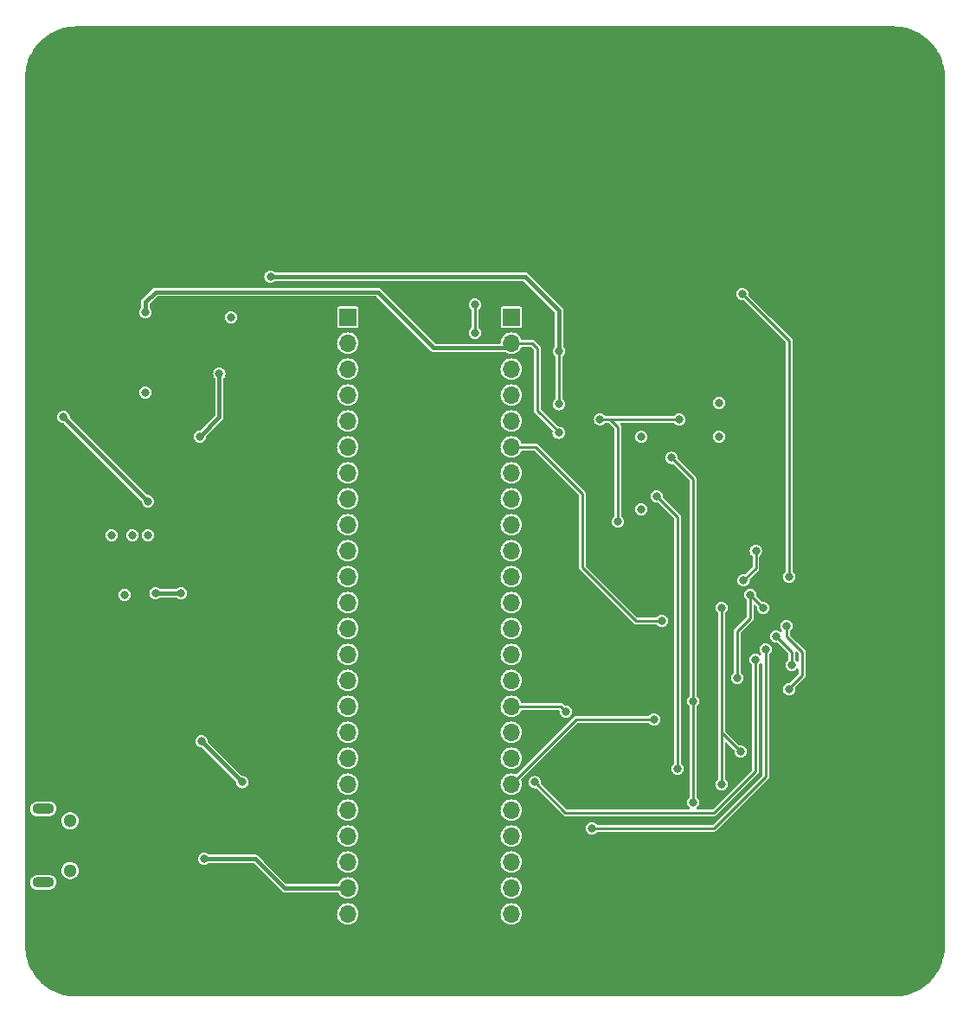
<source format=gbr>
%TF.GenerationSoftware,KiCad,Pcbnew,(7.0.0)*%
%TF.CreationDate,2023-04-14T19:10:38+02:00*%
%TF.ProjectId,Project.kicad_sch,50726f6a-6563-4742-9e6b-696361645f73,rev?*%
%TF.SameCoordinates,Original*%
%TF.FileFunction,Copper,L2,Bot*%
%TF.FilePolarity,Positive*%
%FSLAX46Y46*%
G04 Gerber Fmt 4.6, Leading zero omitted, Abs format (unit mm)*
G04 Created by KiCad (PCBNEW (7.0.0)) date 2023-04-14 19:10:38*
%MOMM*%
%LPD*%
G01*
G04 APERTURE LIST*
%TA.AperFunction,ComponentPad*%
%ADD10R,1.700000X1.700000*%
%TD*%
%TA.AperFunction,ComponentPad*%
%ADD11O,1.700000X1.700000*%
%TD*%
%TA.AperFunction,ComponentPad*%
%ADD12C,1.300000*%
%TD*%
%TA.AperFunction,ComponentPad*%
%ADD13O,2.140000X1.070000*%
%TD*%
%TA.AperFunction,ViaPad*%
%ADD14C,0.800000*%
%TD*%
%TA.AperFunction,Conductor*%
%ADD15C,0.250000*%
%TD*%
%TA.AperFunction,Conductor*%
%ADD16C,0.400000*%
%TD*%
G04 APERTURE END LIST*
D10*
%TO.P,J2,1,Pin_1*%
%TO.N,V5*%
X131571999Y-78485999D03*
D11*
%TO.P,J2,2,Pin_2*%
%TO.N,/PC13*%
X131571999Y-81025999D03*
%TO.P,J2,3,Pin_3*%
%TO.N,/PC14*%
X131571999Y-83565999D03*
%TO.P,J2,4,Pin_4*%
%TO.N,/PC15*%
X131571999Y-86105999D03*
%TO.P,J2,5,Pin_5*%
%TO.N,/PF0*%
X131571999Y-88645999D03*
%TO.P,J2,6,Pin_6*%
%TO.N,/PF1*%
X131571999Y-91185999D03*
%TO.P,J2,7,Pin_7*%
%TO.N,/NRST*%
X131571999Y-93725999D03*
%TO.P,J2,8,Pin_8*%
%TO.N,/VSSA*%
X131571999Y-96265999D03*
%TO.P,J2,9,Pin_9*%
%TO.N,/VDDA*%
X131571999Y-98805999D03*
%TO.P,J2,10,Pin_10*%
%TO.N,/PA0*%
X131571999Y-101345999D03*
%TO.P,J2,11,Pin_11*%
%TO.N,/PA1*%
X131571999Y-103885999D03*
%TO.P,J2,12,Pin_12*%
%TO.N,/PA2*%
X131571999Y-106425999D03*
%TO.P,J2,13,Pin_13*%
%TO.N,/PA3*%
X131571999Y-108965999D03*
%TO.P,J2,14,Pin_14*%
%TO.N,SCL*%
X131571999Y-111505999D03*
%TO.P,J2,15,Pin_15*%
%TO.N,/PA5*%
X131571999Y-114045999D03*
%TO.P,J2,16,Pin_16*%
%TO.N,SDA*%
X131571999Y-116585999D03*
%TO.P,J2,17,Pin_17*%
%TO.N,/PA7*%
X131571999Y-119125999D03*
%TO.P,J2,18,Pin_18*%
%TO.N,/PB0*%
X131571999Y-121665999D03*
%TO.P,J2,19,Pin_19*%
%TO.N,/PB1*%
X131571999Y-124205999D03*
%TO.P,J2,20,Pin_20*%
%TO.N,/PB2*%
X131571999Y-126745999D03*
%TO.P,J2,21,Pin_21*%
%TO.N,/PB10*%
X131571999Y-129285999D03*
%TO.P,J2,22,Pin_22*%
%TO.N,/PB11*%
X131571999Y-131825999D03*
%TO.P,J2,23,Pin_23*%
%TO.N,3V3 Switch*%
X131571999Y-134365999D03*
%TO.P,J2,24,Pin_24*%
%TO.N,V5*%
X131571999Y-136905999D03*
%TD*%
D12*
%TO.P,J1,6,Shield*%
%TO.N,3V3 Switch*%
X104410000Y-132650000D03*
D13*
%TO.P,J1,S6*%
%TO.N,N/C*%
X101759999Y-133824999D03*
D12*
X104410000Y-127800000D03*
D13*
X101759999Y-126624999D03*
%TD*%
D10*
%TO.P,J3,1,Pin_1*%
%TO.N,V5*%
X147573999Y-78485999D03*
D11*
%TO.P,J3,2,Pin_2*%
%TO.N,3V3 Switch*%
X147573999Y-81025999D03*
%TO.P,J3,3,Pin_3*%
%TO.N,/PB9*%
X147573999Y-83565999D03*
%TO.P,J3,4,Pin_4*%
%TO.N,/PB8*%
X147573999Y-86105999D03*
%TO.P,J3,5,Pin_5*%
%TO.N,/BOOT0*%
X147573999Y-88645999D03*
%TO.P,J3,6,Pin_6*%
%TO.N,V5*%
X147573999Y-91185999D03*
%TO.P,J3,7,Pin_7*%
%TO.N,/PB6*%
X147573999Y-93725999D03*
%TO.P,J3,8,Pin_8*%
%TO.N,/PB5*%
X147573999Y-96265999D03*
%TO.P,J3,9,Pin_9*%
%TO.N,/PB4*%
X147573999Y-98805999D03*
%TO.P,J3,10,Pin_10*%
%TO.N,/PB3*%
X147573999Y-101345999D03*
%TO.P,J3,11,Pin_11*%
%TO.N,/PA15*%
X147573999Y-103885999D03*
%TO.P,J3,12,Pin_12*%
%TO.N,/PA14*%
X147573999Y-106425999D03*
%TO.P,J3,13,Pin_13*%
%TO.N,/PF7*%
X147573999Y-108965999D03*
%TO.P,J3,14,Pin_14*%
%TO.N,/PF6*%
X147573999Y-111505999D03*
%TO.P,J3,15,Pin_15*%
%TO.N,/PA13*%
X147573999Y-114045999D03*
%TO.P,J3,16,Pin_16*%
%TO.N,Rx*%
X147573999Y-116585999D03*
%TO.P,J3,17,Pin_17*%
%TO.N,/PA11*%
X147573999Y-119125999D03*
%TO.P,J3,18,Pin_18*%
%TO.N,Tx*%
X147573999Y-121665999D03*
%TO.P,J3,19,Pin_19*%
%TO.N,/PA9*%
X147573999Y-124205999D03*
%TO.P,J3,20,Pin_20*%
%TO.N,3V3 Logic*%
X147573999Y-126745999D03*
%TO.P,J3,21,Pin_21*%
%TO.N,/PB15*%
X147573999Y-129285999D03*
%TO.P,J3,22,Pin_22*%
%TO.N,Vcc(RHT sensor)*%
X147573999Y-131825999D03*
%TO.P,J3,23,Pin_23*%
%TO.N,Vcc(Light sensor)*%
X147573999Y-134365999D03*
%TO.P,J3,24,Pin_24*%
%TO.N,Vout - Light_Sensor*%
X147573999Y-136905999D03*
%TD*%
D14*
%TO.N,3V3 Switch*%
X111760000Y-85852000D03*
X171500000Y-101346000D03*
X160274000Y-97282000D03*
X160300000Y-90200000D03*
X121250000Y-124000000D03*
X117500000Y-131500000D03*
X167894000Y-86868000D03*
X111750000Y-78000000D03*
X170300000Y-104259300D03*
X167894000Y-90170000D03*
X152200000Y-89800000D03*
X117250000Y-120000000D03*
%TO.N,Vout - Light_Sensor*%
X158000000Y-98500000D03*
X156250000Y-88500000D03*
X164000000Y-88500000D03*
%TO.N,V5*%
X162306000Y-108204000D03*
X173482000Y-109728000D03*
X175006000Y-112522000D03*
%TO.N,VBatt-*%
X112014000Y-99822000D03*
X103750000Y-88250000D03*
X112000000Y-96500000D03*
%TO.N,Net-(U2-VDD)*%
X110490000Y-99822000D03*
%TO.N,Net-(U3-VOUT)*%
X117080000Y-90170000D03*
X119000000Y-84000000D03*
%TO.N,3V3*%
X120142000Y-78486000D03*
X152250000Y-87000000D03*
X152250000Y-81800000D03*
X124000000Y-74500000D03*
%TO.N,/NRST*%
X144000000Y-77250000D03*
X170180000Y-76200000D03*
X144000000Y-80000000D03*
X174752000Y-103886000D03*
%TO.N,Net-(C6-Pad1)*%
X174498000Y-108712000D03*
X174752000Y-114899000D03*
%TO.N,SCL*%
X161798000Y-96012000D03*
X163830000Y-122682000D03*
%TO.N,SDA*%
X165354000Y-125984000D03*
X163250000Y-92250000D03*
X165354000Y-116078000D03*
%TO.N,/PA7*%
X170000000Y-121000000D03*
X168148000Y-124206000D03*
X168148000Y-106934000D03*
%TO.N,Rx*%
X172466000Y-110998000D03*
X155448000Y-128524000D03*
X152908000Y-117094000D03*
%TO.N,Tx*%
X171450000Y-112014000D03*
X149860000Y-124000000D03*
%TO.N,/PA9*%
X172212000Y-106934000D03*
X169672000Y-113792000D03*
X170942000Y-105664000D03*
X161544000Y-117856000D03*
%TO.N,Net-(Q1-G)*%
X115250000Y-105500000D03*
X112750000Y-105500000D03*
%TO.N,Net-(Q3-G)*%
X109728000Y-105664000D03*
%TO.N,Net-(U2-CS)*%
X108458000Y-99822000D03*
%TD*%
D15*
%TO.N,3V3 Switch*%
X170300000Y-104250000D02*
X170300000Y-104259300D01*
X150114000Y-81534000D02*
X149606000Y-81026000D01*
D16*
X140000000Y-81500000D02*
X147100000Y-81500000D01*
X125366000Y-134366000D02*
X131572000Y-134366000D01*
D15*
X171500000Y-101346000D02*
X171500000Y-103050000D01*
X149606000Y-81026000D02*
X147574000Y-81026000D01*
X171500000Y-103050000D02*
X170300000Y-104250000D01*
D16*
X112750000Y-76000000D02*
X134500000Y-76000000D01*
X111750000Y-78000000D02*
X111750000Y-77000000D01*
X117250000Y-120000000D02*
X121250000Y-124000000D01*
X147100000Y-81500000D02*
X147574000Y-81026000D01*
X117500000Y-131500000D02*
X122500000Y-131500000D01*
X134500000Y-76000000D02*
X140000000Y-81500000D01*
X111750000Y-77000000D02*
X112750000Y-76000000D01*
D15*
X152200000Y-89800000D02*
X152200000Y-89700000D01*
X150114000Y-87614000D02*
X150114000Y-81534000D01*
X152200000Y-89700000D02*
X150114000Y-87614000D01*
D16*
X122500000Y-131500000D02*
X125366000Y-134366000D01*
D15*
%TO.N,Vout - Light_Sensor*%
X157250000Y-88500000D02*
X156250000Y-88500000D01*
X157250000Y-88500000D02*
X158000000Y-89250000D01*
X164000000Y-88500000D02*
X157250000Y-88500000D01*
X158000000Y-91250000D02*
X158000000Y-98500000D01*
X158000000Y-89250000D02*
X158000000Y-91250000D01*
%TO.N,V5*%
X147574000Y-91186000D02*
X149936000Y-91186000D01*
X154500000Y-102950000D02*
X159754000Y-108204000D01*
X175006000Y-111252000D02*
X175006000Y-112522000D01*
X173482000Y-109728000D02*
X175006000Y-111252000D01*
X159754000Y-108204000D02*
X162306000Y-108204000D01*
X154500000Y-95750000D02*
X154500000Y-102950000D01*
X149936000Y-91186000D02*
X154500000Y-95750000D01*
D16*
%TO.N,VBatt-*%
X103750000Y-88250000D02*
X112000000Y-96500000D01*
%TO.N,Net-(U3-VOUT)*%
X117080000Y-90170000D02*
X119000000Y-88250000D01*
X119000000Y-88250000D02*
X119000000Y-84000000D01*
%TO.N,3V3*%
X152250000Y-81800000D02*
X152250000Y-77828000D01*
X152250000Y-77828000D02*
X148922000Y-74500000D01*
X148922000Y-74500000D02*
X124000000Y-74500000D01*
D15*
X152250000Y-87000000D02*
X152250000Y-81800000D01*
%TO.N,/NRST*%
X170180000Y-76200000D02*
X174752000Y-80772000D01*
X174752000Y-80772000D02*
X174752000Y-103886000D01*
X144000000Y-77250000D02*
X144000000Y-80000000D01*
%TO.N,Net-(C6-Pad1)*%
X176022000Y-113538000D02*
X176022000Y-111252000D01*
X176022000Y-111252000D02*
X174498000Y-109728000D01*
X174498000Y-115062000D02*
X176022000Y-113538000D01*
X174498000Y-109728000D02*
X174498000Y-108712000D01*
%TO.N,SCL*%
X163830000Y-98044000D02*
X161798000Y-96012000D01*
X163830000Y-122682000D02*
X163830000Y-98044000D01*
%TO.N,SDA*%
X165354000Y-116078000D02*
X165354000Y-125984000D01*
X165354000Y-116078000D02*
X165354000Y-94354000D01*
X165354000Y-94354000D02*
X163250000Y-92250000D01*
%TO.N,/PA7*%
X170000000Y-121000000D02*
X170000000Y-120978000D01*
X170000000Y-120978000D02*
X168148000Y-119126000D01*
X168148000Y-119126000D02*
X168148000Y-106934000D01*
X168148000Y-119126000D02*
X168148000Y-124206000D01*
%TO.N,Rx*%
X152908000Y-117094000D02*
X152400000Y-116586000D01*
X167386000Y-128524000D02*
X172466000Y-123444000D01*
X172466000Y-123444000D02*
X172466000Y-110998000D01*
X155448000Y-128524000D02*
X167386000Y-128524000D01*
X152400000Y-116586000D02*
X147574000Y-116586000D01*
%TO.N,Tx*%
X171450000Y-122936000D02*
X171450000Y-112014000D01*
X149860000Y-124000000D02*
X152860000Y-127000000D01*
X152860000Y-127000000D02*
X167386000Y-127000000D01*
X167386000Y-127000000D02*
X171450000Y-122936000D01*
%TO.N,/PA9*%
X169672000Y-113792000D02*
X169672000Y-109220000D01*
X169672000Y-109220000D02*
X170942000Y-107950000D01*
X161544000Y-117856000D02*
X153924000Y-117856000D01*
X170942000Y-107950000D02*
X170942000Y-105664000D01*
X170942000Y-105664000D02*
X172212000Y-106934000D01*
X153924000Y-117856000D02*
X147574000Y-124206000D01*
D16*
%TO.N,Net-(Q1-G)*%
X112750000Y-105500000D02*
X115250000Y-105500000D01*
%TD*%
%TA.AperFunction,NonConductor*%
G36*
X185002562Y-50000605D02*
G01*
X185217600Y-50009500D01*
X185413455Y-50018052D01*
X185423330Y-50018881D01*
X185636706Y-50045479D01*
X185636793Y-50045490D01*
X185834945Y-50071577D01*
X185844192Y-50073153D01*
X186053521Y-50117044D01*
X186054765Y-50117312D01*
X186250386Y-50160680D01*
X186258901Y-50162889D01*
X186463665Y-50223850D01*
X186465325Y-50224359D01*
X186656696Y-50284698D01*
X186664453Y-50287431D01*
X186863363Y-50365046D01*
X186865513Y-50365911D01*
X187051024Y-50442752D01*
X187057972Y-50445886D01*
X187225903Y-50527982D01*
X187249587Y-50539561D01*
X187252383Y-50540972D01*
X187430420Y-50633652D01*
X187436636Y-50637118D01*
X187619793Y-50746255D01*
X187622929Y-50748187D01*
X187686491Y-50788681D01*
X187792282Y-50856078D01*
X187797710Y-50859741D01*
X187971184Y-50983599D01*
X187974616Y-50986140D01*
X188133912Y-51108372D01*
X188138567Y-51112126D01*
X188301226Y-51249891D01*
X188304838Y-51253072D01*
X188452925Y-51388769D01*
X188456807Y-51392486D01*
X188607512Y-51543191D01*
X188611232Y-51547076D01*
X188746921Y-51695155D01*
X188750107Y-51698772D01*
X188887872Y-51861431D01*
X188891626Y-51866086D01*
X189013858Y-52025382D01*
X189016399Y-52028814D01*
X189140257Y-52202288D01*
X189143920Y-52207716D01*
X189251800Y-52377052D01*
X189253743Y-52380205D01*
X189362880Y-52563362D01*
X189366346Y-52569578D01*
X189459026Y-52747615D01*
X189460437Y-52750411D01*
X189554099Y-52941997D01*
X189557260Y-52949005D01*
X189634051Y-53134395D01*
X189635008Y-53136774D01*
X189712559Y-53335523D01*
X189715302Y-53343309D01*
X189775602Y-53534554D01*
X189776186Y-53536460D01*
X189837105Y-53741084D01*
X189839321Y-53749627D01*
X189882671Y-53945166D01*
X189882971Y-53946559D01*
X189926844Y-54155802D01*
X189928422Y-54165062D01*
X189954459Y-54362829D01*
X189954568Y-54363677D01*
X189981114Y-54576641D01*
X189981948Y-54586570D01*
X189990513Y-54782728D01*
X189990525Y-54783013D01*
X189999394Y-54997438D01*
X189999500Y-55002562D01*
X189999500Y-139997438D01*
X189999394Y-140002563D01*
X189990525Y-140216987D01*
X189990513Y-140217271D01*
X189981948Y-140413428D01*
X189981114Y-140423357D01*
X189954568Y-140636321D01*
X189954459Y-140637169D01*
X189928422Y-140834936D01*
X189926844Y-140844196D01*
X189882971Y-141053439D01*
X189882671Y-141054832D01*
X189839321Y-141250371D01*
X189837105Y-141258914D01*
X189776186Y-141463538D01*
X189775602Y-141465444D01*
X189715302Y-141656689D01*
X189712559Y-141664475D01*
X189635008Y-141863224D01*
X189634051Y-141865603D01*
X189557260Y-142050993D01*
X189554099Y-142058001D01*
X189460437Y-142249587D01*
X189459026Y-142252383D01*
X189366346Y-142430420D01*
X189362880Y-142436636D01*
X189253743Y-142619793D01*
X189251800Y-142622946D01*
X189143920Y-142792282D01*
X189140257Y-142797710D01*
X189016399Y-142971184D01*
X189013858Y-142974616D01*
X188891626Y-143133912D01*
X188887872Y-143138567D01*
X188750107Y-143301226D01*
X188746908Y-143304858D01*
X188611254Y-143452899D01*
X188607512Y-143456807D01*
X188456807Y-143607512D01*
X188452899Y-143611254D01*
X188304858Y-143746908D01*
X188301226Y-143750107D01*
X188138567Y-143887872D01*
X188133912Y-143891626D01*
X187974616Y-144013858D01*
X187971184Y-144016399D01*
X187797710Y-144140257D01*
X187792282Y-144143920D01*
X187622946Y-144251800D01*
X187619793Y-144253743D01*
X187436636Y-144362880D01*
X187430420Y-144366346D01*
X187252383Y-144459026D01*
X187249587Y-144460437D01*
X187058001Y-144554099D01*
X187050993Y-144557260D01*
X186865603Y-144634051D01*
X186863224Y-144635008D01*
X186664475Y-144712559D01*
X186656689Y-144715302D01*
X186465444Y-144775602D01*
X186463538Y-144776186D01*
X186258914Y-144837105D01*
X186250371Y-144839321D01*
X186054832Y-144882671D01*
X186053439Y-144882971D01*
X185844196Y-144926844D01*
X185834936Y-144928422D01*
X185637169Y-144954459D01*
X185636321Y-144954568D01*
X185423357Y-144981114D01*
X185413428Y-144981948D01*
X185217381Y-144990508D01*
X185217097Y-144990520D01*
X185002563Y-144999394D01*
X184997438Y-144999500D01*
X105002562Y-144999500D01*
X104997437Y-144999394D01*
X104782901Y-144990520D01*
X104782617Y-144990508D01*
X104586570Y-144981948D01*
X104576641Y-144981114D01*
X104363677Y-144954568D01*
X104362829Y-144954459D01*
X104165062Y-144928422D01*
X104155802Y-144926844D01*
X103946559Y-144882971D01*
X103945166Y-144882671D01*
X103749627Y-144839321D01*
X103741084Y-144837105D01*
X103536460Y-144776186D01*
X103534554Y-144775602D01*
X103343309Y-144715302D01*
X103335523Y-144712559D01*
X103206985Y-144662404D01*
X103136734Y-144634991D01*
X103134395Y-144634051D01*
X102949005Y-144557260D01*
X102941997Y-144554099D01*
X102750411Y-144460437D01*
X102747615Y-144459026D01*
X102569578Y-144366346D01*
X102563362Y-144362880D01*
X102380205Y-144253743D01*
X102377052Y-144251800D01*
X102207716Y-144143920D01*
X102202288Y-144140257D01*
X102028814Y-144016399D01*
X102025382Y-144013858D01*
X101866086Y-143891626D01*
X101861431Y-143887872D01*
X101698772Y-143750107D01*
X101695155Y-143746921D01*
X101547076Y-143611232D01*
X101543191Y-143607512D01*
X101392486Y-143456807D01*
X101388769Y-143452925D01*
X101253072Y-143304838D01*
X101249891Y-143301226D01*
X101112126Y-143138567D01*
X101108372Y-143133912D01*
X100986140Y-142974616D01*
X100983599Y-142971184D01*
X100859741Y-142797710D01*
X100856078Y-142792282D01*
X100748198Y-142622946D01*
X100746255Y-142619793D01*
X100637118Y-142436636D01*
X100633652Y-142430420D01*
X100540972Y-142252383D01*
X100539561Y-142249587D01*
X100527982Y-142225903D01*
X100445886Y-142057972D01*
X100442752Y-142051024D01*
X100365911Y-141865513D01*
X100365046Y-141863363D01*
X100287431Y-141664453D01*
X100284696Y-141656689D01*
X100224359Y-141465325D01*
X100223850Y-141463665D01*
X100162889Y-141258901D01*
X100160680Y-141250386D01*
X100117312Y-141054765D01*
X100117027Y-141053439D01*
X100111495Y-141027057D01*
X100073153Y-140844192D01*
X100071576Y-140834936D01*
X100045490Y-140636793D01*
X100045483Y-140636743D01*
X100018881Y-140423330D01*
X100018052Y-140413455D01*
X100009486Y-140217271D01*
X100000605Y-140002562D01*
X100000500Y-139997439D01*
X100000500Y-136906000D01*
X130516417Y-136906000D01*
X130517014Y-136912061D01*
X130536102Y-137105869D01*
X130536103Y-137105875D01*
X130536700Y-137111934D01*
X130596768Y-137309954D01*
X130694315Y-137492450D01*
X130825590Y-137652410D01*
X130985550Y-137783685D01*
X131168046Y-137881232D01*
X131366066Y-137941300D01*
X131572000Y-137961583D01*
X131777934Y-137941300D01*
X131975954Y-137881232D01*
X132158450Y-137783685D01*
X132318410Y-137652410D01*
X132449685Y-137492450D01*
X132547232Y-137309954D01*
X132607300Y-137111934D01*
X132627583Y-136906000D01*
X146518417Y-136906000D01*
X146519014Y-136912061D01*
X146538102Y-137105869D01*
X146538103Y-137105875D01*
X146538700Y-137111934D01*
X146598768Y-137309954D01*
X146696315Y-137492450D01*
X146827590Y-137652410D01*
X146987550Y-137783685D01*
X147170046Y-137881232D01*
X147368066Y-137941300D01*
X147574000Y-137961583D01*
X147779934Y-137941300D01*
X147977954Y-137881232D01*
X148160450Y-137783685D01*
X148320410Y-137652410D01*
X148451685Y-137492450D01*
X148549232Y-137309954D01*
X148609300Y-137111934D01*
X148629583Y-136906000D01*
X148609300Y-136700066D01*
X148549232Y-136502046D01*
X148451685Y-136319550D01*
X148320410Y-136159590D01*
X148160450Y-136028315D01*
X148155079Y-136025444D01*
X147983328Y-135933640D01*
X147983323Y-135933638D01*
X147977954Y-135930768D01*
X147941356Y-135919666D01*
X147785764Y-135872468D01*
X147785759Y-135872467D01*
X147779934Y-135870700D01*
X147773875Y-135870103D01*
X147773869Y-135870102D01*
X147580061Y-135851014D01*
X147574000Y-135850417D01*
X147567939Y-135851014D01*
X147374130Y-135870102D01*
X147374122Y-135870103D01*
X147368066Y-135870700D01*
X147362242Y-135872466D01*
X147362235Y-135872468D01*
X147175877Y-135928999D01*
X147175875Y-135928999D01*
X147170046Y-135930768D01*
X147164679Y-135933636D01*
X147164671Y-135933640D01*
X146992920Y-136025444D01*
X146992915Y-136025447D01*
X146987550Y-136028315D01*
X146982846Y-136032174D01*
X146982842Y-136032178D01*
X146832296Y-136155727D01*
X146832290Y-136155732D01*
X146827590Y-136159590D01*
X146823732Y-136164290D01*
X146823727Y-136164296D01*
X146700178Y-136314842D01*
X146700174Y-136314846D01*
X146696315Y-136319550D01*
X146693447Y-136324915D01*
X146693444Y-136324920D01*
X146601640Y-136496671D01*
X146601636Y-136496679D01*
X146598768Y-136502046D01*
X146596999Y-136507875D01*
X146596999Y-136507877D01*
X146540468Y-136694235D01*
X146540466Y-136694242D01*
X146538700Y-136700066D01*
X146538103Y-136706122D01*
X146538102Y-136706130D01*
X146519890Y-136891040D01*
X146518417Y-136906000D01*
X132627583Y-136906000D01*
X132607300Y-136700066D01*
X132547232Y-136502046D01*
X132449685Y-136319550D01*
X132318410Y-136159590D01*
X132158450Y-136028315D01*
X132153079Y-136025444D01*
X131981328Y-135933640D01*
X131981323Y-135933638D01*
X131975954Y-135930768D01*
X131939356Y-135919666D01*
X131783764Y-135872468D01*
X131783759Y-135872467D01*
X131777934Y-135870700D01*
X131771875Y-135870103D01*
X131771869Y-135870102D01*
X131578061Y-135851014D01*
X131572000Y-135850417D01*
X131565939Y-135851014D01*
X131372130Y-135870102D01*
X131372122Y-135870103D01*
X131366066Y-135870700D01*
X131360242Y-135872466D01*
X131360235Y-135872468D01*
X131173877Y-135928999D01*
X131173875Y-135928999D01*
X131168046Y-135930768D01*
X131162679Y-135933636D01*
X131162671Y-135933640D01*
X130990920Y-136025444D01*
X130990915Y-136025447D01*
X130985550Y-136028315D01*
X130980846Y-136032174D01*
X130980842Y-136032178D01*
X130830296Y-136155727D01*
X130830290Y-136155732D01*
X130825590Y-136159590D01*
X130821732Y-136164290D01*
X130821727Y-136164296D01*
X130698178Y-136314842D01*
X130698174Y-136314846D01*
X130694315Y-136319550D01*
X130691447Y-136324915D01*
X130691444Y-136324920D01*
X130599640Y-136496671D01*
X130599636Y-136496679D01*
X130596768Y-136502046D01*
X130594999Y-136507875D01*
X130594999Y-136507877D01*
X130538468Y-136694235D01*
X130538466Y-136694242D01*
X130536700Y-136700066D01*
X130536103Y-136706122D01*
X130536102Y-136706130D01*
X130517890Y-136891040D01*
X130516417Y-136906000D01*
X100000500Y-136906000D01*
X100000500Y-133868057D01*
X100485746Y-133868057D01*
X100486999Y-133875168D01*
X100487000Y-133875169D01*
X100514347Y-134030267D01*
X100514348Y-134030273D01*
X100515602Y-134037380D01*
X100518459Y-134044005D01*
X100518461Y-134044009D01*
X100580840Y-134188619D01*
X100583702Y-134195253D01*
X100686375Y-134333167D01*
X100818085Y-134443685D01*
X100971732Y-134520849D01*
X101139032Y-134560500D01*
X102334240Y-134560500D01*
X102337839Y-134560500D01*
X102465773Y-134545547D01*
X102627339Y-134486741D01*
X102770989Y-134392261D01*
X102888978Y-134267200D01*
X102974945Y-134118300D01*
X103024257Y-133953588D01*
X103034254Y-133781943D01*
X103004398Y-133612620D01*
X102936298Y-133454747D01*
X102833625Y-133316833D01*
X102701915Y-133206315D01*
X102604700Y-133157492D01*
X102554718Y-133132390D01*
X102554715Y-133132389D01*
X102548268Y-133129151D01*
X102541243Y-133127486D01*
X102387995Y-133091165D01*
X102387991Y-133091164D01*
X102380968Y-133089500D01*
X101182161Y-133089500D01*
X101178596Y-133089916D01*
X101178590Y-133089917D01*
X101061394Y-133103615D01*
X101061391Y-133103615D01*
X101054227Y-133104453D01*
X101047448Y-133106920D01*
X101047445Y-133106921D01*
X100899448Y-133160788D01*
X100899442Y-133160790D01*
X100892661Y-133163259D01*
X100886634Y-133167222D01*
X100886626Y-133167227D01*
X100755041Y-133253772D01*
X100755035Y-133253776D01*
X100749011Y-133257739D01*
X100744060Y-133262986D01*
X100744056Y-133262990D01*
X100635979Y-133377545D01*
X100635975Y-133377549D01*
X100631022Y-133382800D01*
X100627413Y-133389050D01*
X100627410Y-133389055D01*
X100548666Y-133525444D01*
X100548663Y-133525450D01*
X100545055Y-133531700D01*
X100542984Y-133538615D01*
X100542984Y-133538617D01*
X100497814Y-133689491D01*
X100497812Y-133689499D01*
X100495743Y-133696412D01*
X100495323Y-133703617D01*
X100495322Y-133703625D01*
X100486165Y-133860847D01*
X100486165Y-133860854D01*
X100485746Y-133868057D01*
X100000500Y-133868057D01*
X100000500Y-132650000D01*
X103554815Y-132650000D01*
X103555494Y-132656460D01*
X103572823Y-132821341D01*
X103572824Y-132821348D01*
X103573503Y-132827803D01*
X103628750Y-132997835D01*
X103718141Y-133152665D01*
X103722485Y-133157490D01*
X103722487Y-133157492D01*
X103766448Y-133206315D01*
X103837770Y-133285526D01*
X103982407Y-133390612D01*
X104145733Y-133463329D01*
X104152091Y-133464680D01*
X104152093Y-133464681D01*
X104187685Y-133472246D01*
X104320609Y-133500500D01*
X104492888Y-133500500D01*
X104499391Y-133500500D01*
X104674267Y-133463329D01*
X104837593Y-133390612D01*
X104982230Y-133285526D01*
X105101859Y-133152665D01*
X105191250Y-132997835D01*
X105246497Y-132827803D01*
X105265185Y-132650000D01*
X105246497Y-132472197D01*
X105191250Y-132302165D01*
X105101859Y-132147335D01*
X104982230Y-132014474D01*
X104837593Y-131909388D01*
X104777664Y-131882706D01*
X104680205Y-131839314D01*
X104680198Y-131839311D01*
X104674267Y-131836671D01*
X104667914Y-131835320D01*
X104667906Y-131835318D01*
X104505753Y-131800852D01*
X104505750Y-131800851D01*
X104499391Y-131799500D01*
X104320609Y-131799500D01*
X104314250Y-131800851D01*
X104314246Y-131800852D01*
X104152093Y-131835318D01*
X104152082Y-131835321D01*
X104145733Y-131836671D01*
X104139804Y-131839310D01*
X104139794Y-131839314D01*
X103988342Y-131906745D01*
X103988334Y-131906749D01*
X103982408Y-131909388D01*
X103977159Y-131913201D01*
X103977153Y-131913205D01*
X103843023Y-132010656D01*
X103843014Y-132010663D01*
X103837770Y-132014474D01*
X103833426Y-132019297D01*
X103833423Y-132019301D01*
X103722487Y-132142507D01*
X103722482Y-132142513D01*
X103718141Y-132147335D01*
X103714896Y-132152955D01*
X103714892Y-132152961D01*
X103631998Y-132296538D01*
X103631995Y-132296543D01*
X103628750Y-132302165D01*
X103626744Y-132308337D01*
X103626742Y-132308343D01*
X103575511Y-132466016D01*
X103573503Y-132472197D01*
X103572824Y-132478649D01*
X103572823Y-132478658D01*
X103562970Y-132572410D01*
X103554815Y-132650000D01*
X100000500Y-132650000D01*
X100000500Y-131500000D01*
X116894318Y-131500000D01*
X116895379Y-131508059D01*
X116913894Y-131648702D01*
X116913895Y-131648708D01*
X116914956Y-131656762D01*
X116975464Y-131802841D01*
X117071718Y-131928282D01*
X117197159Y-132024536D01*
X117343238Y-132085044D01*
X117500000Y-132105682D01*
X117656762Y-132085044D01*
X117802841Y-132024536D01*
X117928282Y-131928282D01*
X117929210Y-131929491D01*
X117958473Y-131909939D01*
X118005926Y-131900500D01*
X122282745Y-131900500D01*
X122330198Y-131909939D01*
X122370426Y-131936819D01*
X125105091Y-134671484D01*
X125105094Y-134671486D01*
X125127658Y-134694050D01*
X125147396Y-134704107D01*
X125163984Y-134714273D01*
X125174010Y-134721557D01*
X125174012Y-134721558D01*
X125181910Y-134727296D01*
X125202981Y-134734142D01*
X125220954Y-134741586D01*
X125240696Y-134751646D01*
X125262581Y-134755112D01*
X125281489Y-134759651D01*
X125302567Y-134766500D01*
X125334481Y-134766500D01*
X125429433Y-134766500D01*
X130520599Y-134766500D01*
X130584347Y-134784142D01*
X130629957Y-134832046D01*
X130694315Y-134952450D01*
X130825590Y-135112410D01*
X130985550Y-135243685D01*
X131168046Y-135341232D01*
X131366066Y-135401300D01*
X131572000Y-135421583D01*
X131777934Y-135401300D01*
X131975954Y-135341232D01*
X132158450Y-135243685D01*
X132318410Y-135112410D01*
X132449685Y-134952450D01*
X132547232Y-134769954D01*
X132607300Y-134571934D01*
X132627583Y-134366000D01*
X146518417Y-134366000D01*
X146519014Y-134372061D01*
X146538102Y-134565869D01*
X146538103Y-134565875D01*
X146538700Y-134571934D01*
X146540467Y-134577759D01*
X146540468Y-134577764D01*
X146584087Y-134721557D01*
X146598768Y-134769954D01*
X146601638Y-134775323D01*
X146601640Y-134775328D01*
X146631957Y-134832046D01*
X146696315Y-134952450D01*
X146827590Y-135112410D01*
X146987550Y-135243685D01*
X147170046Y-135341232D01*
X147368066Y-135401300D01*
X147574000Y-135421583D01*
X147779934Y-135401300D01*
X147977954Y-135341232D01*
X148160450Y-135243685D01*
X148320410Y-135112410D01*
X148451685Y-134952450D01*
X148549232Y-134769954D01*
X148609300Y-134571934D01*
X148629583Y-134366000D01*
X148609300Y-134160066D01*
X148549232Y-133962046D01*
X148451685Y-133779550D01*
X148320410Y-133619590D01*
X148160450Y-133488315D01*
X148155079Y-133485444D01*
X147983328Y-133393640D01*
X147983323Y-133393638D01*
X147977954Y-133390768D01*
X147934363Y-133377545D01*
X147785764Y-133332468D01*
X147785759Y-133332467D01*
X147779934Y-133330700D01*
X147773875Y-133330103D01*
X147773869Y-133330102D01*
X147580061Y-133311014D01*
X147574000Y-133310417D01*
X147567939Y-133311014D01*
X147374130Y-133330102D01*
X147374122Y-133330103D01*
X147368066Y-133330700D01*
X147362242Y-133332466D01*
X147362235Y-133332468D01*
X147175877Y-133388999D01*
X147175875Y-133388999D01*
X147170046Y-133390768D01*
X147164679Y-133393636D01*
X147164671Y-133393640D01*
X146992920Y-133485444D01*
X146992915Y-133485447D01*
X146987550Y-133488315D01*
X146982846Y-133492174D01*
X146982842Y-133492178D01*
X146832296Y-133615727D01*
X146832290Y-133615732D01*
X146827590Y-133619590D01*
X146823732Y-133624290D01*
X146823727Y-133624296D01*
X146700178Y-133774842D01*
X146700174Y-133774846D01*
X146696315Y-133779550D01*
X146693447Y-133784915D01*
X146693444Y-133784920D01*
X146601640Y-133956671D01*
X146601636Y-133956679D01*
X146598768Y-133962046D01*
X146596999Y-133967875D01*
X146596999Y-133967877D01*
X146540468Y-134154235D01*
X146540466Y-134154242D01*
X146538700Y-134160066D01*
X146538103Y-134166122D01*
X146538102Y-134166130D01*
X146522221Y-134327375D01*
X146518417Y-134366000D01*
X132627583Y-134366000D01*
X132607300Y-134160066D01*
X132547232Y-133962046D01*
X132449685Y-133779550D01*
X132318410Y-133619590D01*
X132158450Y-133488315D01*
X132153079Y-133485444D01*
X131981328Y-133393640D01*
X131981323Y-133393638D01*
X131975954Y-133390768D01*
X131932363Y-133377545D01*
X131783764Y-133332468D01*
X131783759Y-133332467D01*
X131777934Y-133330700D01*
X131771875Y-133330103D01*
X131771869Y-133330102D01*
X131578061Y-133311014D01*
X131572000Y-133310417D01*
X131565939Y-133311014D01*
X131372130Y-133330102D01*
X131372122Y-133330103D01*
X131366066Y-133330700D01*
X131360242Y-133332466D01*
X131360235Y-133332468D01*
X131173877Y-133388999D01*
X131173875Y-133388999D01*
X131168046Y-133390768D01*
X131162679Y-133393636D01*
X131162671Y-133393640D01*
X130990920Y-133485444D01*
X130990915Y-133485447D01*
X130985550Y-133488315D01*
X130980846Y-133492174D01*
X130980842Y-133492178D01*
X130830296Y-133615727D01*
X130830290Y-133615732D01*
X130825590Y-133619590D01*
X130821732Y-133624290D01*
X130821727Y-133624296D01*
X130698178Y-133774842D01*
X130698174Y-133774846D01*
X130694315Y-133779550D01*
X130691447Y-133784915D01*
X130691444Y-133784920D01*
X130629957Y-133899954D01*
X130584347Y-133947858D01*
X130520599Y-133965500D01*
X125583255Y-133965500D01*
X125535802Y-133956061D01*
X125495574Y-133929181D01*
X123392393Y-131826000D01*
X130516417Y-131826000D01*
X130517014Y-131832061D01*
X130536102Y-132025869D01*
X130536103Y-132025875D01*
X130536700Y-132031934D01*
X130538467Y-132037759D01*
X130538468Y-132037764D01*
X130571706Y-132147335D01*
X130596768Y-132229954D01*
X130694315Y-132412450D01*
X130825590Y-132572410D01*
X130985550Y-132703685D01*
X131168046Y-132801232D01*
X131366066Y-132861300D01*
X131572000Y-132881583D01*
X131777934Y-132861300D01*
X131975954Y-132801232D01*
X132158450Y-132703685D01*
X132318410Y-132572410D01*
X132449685Y-132412450D01*
X132547232Y-132229954D01*
X132607300Y-132031934D01*
X132627583Y-131826000D01*
X146518417Y-131826000D01*
X146519014Y-131832061D01*
X146538102Y-132025869D01*
X146538103Y-132025875D01*
X146538700Y-132031934D01*
X146540467Y-132037759D01*
X146540468Y-132037764D01*
X146573706Y-132147335D01*
X146598768Y-132229954D01*
X146696315Y-132412450D01*
X146827590Y-132572410D01*
X146987550Y-132703685D01*
X147170046Y-132801232D01*
X147368066Y-132861300D01*
X147574000Y-132881583D01*
X147779934Y-132861300D01*
X147977954Y-132801232D01*
X148160450Y-132703685D01*
X148320410Y-132572410D01*
X148451685Y-132412450D01*
X148549232Y-132229954D01*
X148609300Y-132031934D01*
X148629583Y-131826000D01*
X148609300Y-131620066D01*
X148549232Y-131422046D01*
X148451685Y-131239550D01*
X148320410Y-131079590D01*
X148309343Y-131070508D01*
X148165157Y-130952178D01*
X148160450Y-130948315D01*
X148103859Y-130918066D01*
X147983328Y-130853640D01*
X147983323Y-130853638D01*
X147977954Y-130850768D01*
X147941356Y-130839666D01*
X147785764Y-130792468D01*
X147785759Y-130792467D01*
X147779934Y-130790700D01*
X147773875Y-130790103D01*
X147773869Y-130790102D01*
X147580061Y-130771014D01*
X147574000Y-130770417D01*
X147567939Y-130771014D01*
X147374130Y-130790102D01*
X147374122Y-130790103D01*
X147368066Y-130790700D01*
X147362242Y-130792466D01*
X147362235Y-130792468D01*
X147175877Y-130848999D01*
X147175875Y-130848999D01*
X147170046Y-130850768D01*
X147164679Y-130853636D01*
X147164671Y-130853640D01*
X146992920Y-130945444D01*
X146992915Y-130945447D01*
X146987550Y-130948315D01*
X146982846Y-130952174D01*
X146982842Y-130952178D01*
X146832296Y-131075727D01*
X146832290Y-131075732D01*
X146827590Y-131079590D01*
X146823732Y-131084290D01*
X146823727Y-131084296D01*
X146700178Y-131234842D01*
X146700174Y-131234846D01*
X146696315Y-131239550D01*
X146693447Y-131244915D01*
X146693444Y-131244920D01*
X146601640Y-131416671D01*
X146601636Y-131416679D01*
X146598768Y-131422046D01*
X146596999Y-131427875D01*
X146596999Y-131427877D01*
X146540468Y-131614235D01*
X146540466Y-131614242D01*
X146538700Y-131620066D01*
X146538103Y-131626122D01*
X146538102Y-131626130D01*
X146534346Y-131664271D01*
X146518417Y-131826000D01*
X132627583Y-131826000D01*
X132607300Y-131620066D01*
X132547232Y-131422046D01*
X132449685Y-131239550D01*
X132318410Y-131079590D01*
X132307343Y-131070508D01*
X132163157Y-130952178D01*
X132158450Y-130948315D01*
X132101859Y-130918066D01*
X131981328Y-130853640D01*
X131981323Y-130853638D01*
X131975954Y-130850768D01*
X131939356Y-130839666D01*
X131783764Y-130792468D01*
X131783759Y-130792467D01*
X131777934Y-130790700D01*
X131771875Y-130790103D01*
X131771869Y-130790102D01*
X131578061Y-130771014D01*
X131572000Y-130770417D01*
X131565939Y-130771014D01*
X131372130Y-130790102D01*
X131372122Y-130790103D01*
X131366066Y-130790700D01*
X131360242Y-130792466D01*
X131360235Y-130792468D01*
X131173877Y-130848999D01*
X131173875Y-130848999D01*
X131168046Y-130850768D01*
X131162679Y-130853636D01*
X131162671Y-130853640D01*
X130990920Y-130945444D01*
X130990915Y-130945447D01*
X130985550Y-130948315D01*
X130980846Y-130952174D01*
X130980842Y-130952178D01*
X130830296Y-131075727D01*
X130830290Y-131075732D01*
X130825590Y-131079590D01*
X130821732Y-131084290D01*
X130821727Y-131084296D01*
X130698178Y-131234842D01*
X130698174Y-131234846D01*
X130694315Y-131239550D01*
X130691447Y-131244915D01*
X130691444Y-131244920D01*
X130599640Y-131416671D01*
X130599636Y-131416679D01*
X130596768Y-131422046D01*
X130594999Y-131427875D01*
X130594999Y-131427877D01*
X130538468Y-131614235D01*
X130538466Y-131614242D01*
X130536700Y-131620066D01*
X130536103Y-131626122D01*
X130536102Y-131626130D01*
X130532346Y-131664271D01*
X130516417Y-131826000D01*
X123392393Y-131826000D01*
X122760916Y-131194523D01*
X122760909Y-131194516D01*
X122760905Y-131194513D01*
X122738342Y-131171950D01*
X122729649Y-131167520D01*
X122729647Y-131167519D01*
X122718598Y-131161889D01*
X122702015Y-131151726D01*
X122691987Y-131144440D01*
X122691980Y-131144436D01*
X122684090Y-131138704D01*
X122663019Y-131131857D01*
X122645044Y-131124412D01*
X122633999Y-131118784D01*
X122633996Y-131118783D01*
X122625304Y-131114354D01*
X122615667Y-131112827D01*
X122615666Y-131112827D01*
X122603418Y-131110887D01*
X122584506Y-131106346D01*
X122572717Y-131102516D01*
X122572714Y-131102515D01*
X122563433Y-131099500D01*
X122553673Y-131099500D01*
X118005926Y-131099500D01*
X117958473Y-131090061D01*
X117929210Y-131070508D01*
X117928282Y-131071718D01*
X117802841Y-130975464D01*
X117737298Y-130948315D01*
X117664271Y-130918066D01*
X117664268Y-130918065D01*
X117656762Y-130914956D01*
X117648708Y-130913895D01*
X117648702Y-130913894D01*
X117508059Y-130895379D01*
X117500000Y-130894318D01*
X117491941Y-130895379D01*
X117351297Y-130913894D01*
X117351289Y-130913896D01*
X117343238Y-130914956D01*
X117335733Y-130918064D01*
X117335728Y-130918066D01*
X117204666Y-130972354D01*
X117204662Y-130972355D01*
X117197159Y-130975464D01*
X117190714Y-130980408D01*
X117190711Y-130980411D01*
X117078164Y-131066771D01*
X117078160Y-131066774D01*
X117071718Y-131071718D01*
X117066774Y-131078160D01*
X117066771Y-131078164D01*
X116980411Y-131190711D01*
X116980408Y-131190714D01*
X116975464Y-131197159D01*
X116972355Y-131204662D01*
X116972354Y-131204666D01*
X116918066Y-131335728D01*
X116918064Y-131335733D01*
X116914956Y-131343238D01*
X116913896Y-131351289D01*
X116913894Y-131351297D01*
X116903813Y-131427877D01*
X116894318Y-131500000D01*
X100000500Y-131500000D01*
X100000500Y-129286000D01*
X130516417Y-129286000D01*
X130517014Y-129292061D01*
X130536102Y-129485869D01*
X130536103Y-129485875D01*
X130536700Y-129491934D01*
X130596768Y-129689954D01*
X130694315Y-129872450D01*
X130825590Y-130032410D01*
X130985550Y-130163685D01*
X131168046Y-130261232D01*
X131366066Y-130321300D01*
X131572000Y-130341583D01*
X131777934Y-130321300D01*
X131975954Y-130261232D01*
X132158450Y-130163685D01*
X132318410Y-130032410D01*
X132449685Y-129872450D01*
X132547232Y-129689954D01*
X132607300Y-129491934D01*
X132627583Y-129286000D01*
X146518417Y-129286000D01*
X146519014Y-129292061D01*
X146538102Y-129485869D01*
X146538103Y-129485875D01*
X146538700Y-129491934D01*
X146598768Y-129689954D01*
X146696315Y-129872450D01*
X146827590Y-130032410D01*
X146987550Y-130163685D01*
X147170046Y-130261232D01*
X147368066Y-130321300D01*
X147574000Y-130341583D01*
X147779934Y-130321300D01*
X147977954Y-130261232D01*
X148160450Y-130163685D01*
X148320410Y-130032410D01*
X148451685Y-129872450D01*
X148549232Y-129689954D01*
X148609300Y-129491934D01*
X148629583Y-129286000D01*
X148609300Y-129080066D01*
X148549232Y-128882046D01*
X148451685Y-128699550D01*
X148320410Y-128539590D01*
X148301413Y-128524000D01*
X148165157Y-128412178D01*
X148160450Y-128408315D01*
X148155079Y-128405444D01*
X147983328Y-128313640D01*
X147983323Y-128313638D01*
X147977954Y-128310768D01*
X147932692Y-128297038D01*
X147785764Y-128252468D01*
X147785759Y-128252467D01*
X147779934Y-128250700D01*
X147773875Y-128250103D01*
X147773869Y-128250102D01*
X147580061Y-128231014D01*
X147574000Y-128230417D01*
X147567939Y-128231014D01*
X147374130Y-128250102D01*
X147374122Y-128250103D01*
X147368066Y-128250700D01*
X147362242Y-128252466D01*
X147362235Y-128252468D01*
X147175877Y-128308999D01*
X147175875Y-128308999D01*
X147170046Y-128310768D01*
X147164679Y-128313636D01*
X147164671Y-128313640D01*
X146992920Y-128405444D01*
X146992915Y-128405447D01*
X146987550Y-128408315D01*
X146982846Y-128412174D01*
X146982842Y-128412178D01*
X146832296Y-128535727D01*
X146832290Y-128535732D01*
X146827590Y-128539590D01*
X146823732Y-128544290D01*
X146823727Y-128544296D01*
X146700178Y-128694842D01*
X146700174Y-128694846D01*
X146696315Y-128699550D01*
X146693447Y-128704915D01*
X146693444Y-128704920D01*
X146601640Y-128876671D01*
X146601636Y-128876679D01*
X146598768Y-128882046D01*
X146596999Y-128887875D01*
X146596999Y-128887877D01*
X146540468Y-129074235D01*
X146540466Y-129074242D01*
X146538700Y-129080066D01*
X146538103Y-129086122D01*
X146538102Y-129086130D01*
X146533813Y-129129682D01*
X146518417Y-129286000D01*
X132627583Y-129286000D01*
X132607300Y-129080066D01*
X132547232Y-128882046D01*
X132449685Y-128699550D01*
X132318410Y-128539590D01*
X132299413Y-128524000D01*
X132163157Y-128412178D01*
X132158450Y-128408315D01*
X132153079Y-128405444D01*
X131981328Y-128313640D01*
X131981323Y-128313638D01*
X131975954Y-128310768D01*
X131930692Y-128297038D01*
X131783764Y-128252468D01*
X131783759Y-128252467D01*
X131777934Y-128250700D01*
X131771875Y-128250103D01*
X131771869Y-128250102D01*
X131578061Y-128231014D01*
X131572000Y-128230417D01*
X131565939Y-128231014D01*
X131372130Y-128250102D01*
X131372122Y-128250103D01*
X131366066Y-128250700D01*
X131360242Y-128252466D01*
X131360235Y-128252468D01*
X131173877Y-128308999D01*
X131173875Y-128308999D01*
X131168046Y-128310768D01*
X131162679Y-128313636D01*
X131162671Y-128313640D01*
X130990920Y-128405444D01*
X130990915Y-128405447D01*
X130985550Y-128408315D01*
X130980846Y-128412174D01*
X130980842Y-128412178D01*
X130830296Y-128535727D01*
X130830290Y-128535732D01*
X130825590Y-128539590D01*
X130821732Y-128544290D01*
X130821727Y-128544296D01*
X130698178Y-128694842D01*
X130698174Y-128694846D01*
X130694315Y-128699550D01*
X130691447Y-128704915D01*
X130691444Y-128704920D01*
X130599640Y-128876671D01*
X130599636Y-128876679D01*
X130596768Y-128882046D01*
X130594999Y-128887875D01*
X130594999Y-128887877D01*
X130538468Y-129074235D01*
X130538466Y-129074242D01*
X130536700Y-129080066D01*
X130536103Y-129086122D01*
X130536102Y-129086130D01*
X130531813Y-129129682D01*
X130516417Y-129286000D01*
X100000500Y-129286000D01*
X100000500Y-127800000D01*
X103554815Y-127800000D01*
X103555494Y-127806460D01*
X103572823Y-127971341D01*
X103572824Y-127971348D01*
X103573503Y-127977803D01*
X103575510Y-127983982D01*
X103575511Y-127983983D01*
X103613910Y-128102164D01*
X103628750Y-128147835D01*
X103631997Y-128153459D01*
X103631998Y-128153461D01*
X103676428Y-128230417D01*
X103718141Y-128302665D01*
X103837770Y-128435526D01*
X103982407Y-128540612D01*
X104145733Y-128613329D01*
X104152091Y-128614680D01*
X104152093Y-128614681D01*
X104187685Y-128622246D01*
X104320609Y-128650500D01*
X104492888Y-128650500D01*
X104499391Y-128650500D01*
X104674267Y-128613329D01*
X104837593Y-128540612D01*
X104982230Y-128435526D01*
X105101859Y-128302665D01*
X105191250Y-128147835D01*
X105246497Y-127977803D01*
X105265185Y-127800000D01*
X105246497Y-127622197D01*
X105191250Y-127452165D01*
X105101859Y-127297335D01*
X105088746Y-127282772D01*
X105028873Y-127216276D01*
X104982230Y-127164474D01*
X104855577Y-127072454D01*
X104842847Y-127063205D01*
X104842845Y-127063203D01*
X104837593Y-127059388D01*
X104777664Y-127032706D01*
X104680205Y-126989314D01*
X104680198Y-126989311D01*
X104674267Y-126986671D01*
X104667914Y-126985320D01*
X104667906Y-126985318D01*
X104505753Y-126950852D01*
X104505750Y-126950851D01*
X104499391Y-126949500D01*
X104320609Y-126949500D01*
X104314250Y-126950851D01*
X104314246Y-126950852D01*
X104152093Y-126985318D01*
X104152082Y-126985321D01*
X104145733Y-126986671D01*
X104139804Y-126989310D01*
X104139794Y-126989314D01*
X103988342Y-127056745D01*
X103988334Y-127056749D01*
X103982408Y-127059388D01*
X103977159Y-127063201D01*
X103977153Y-127063205D01*
X103843023Y-127160656D01*
X103843014Y-127160663D01*
X103837770Y-127164474D01*
X103833426Y-127169297D01*
X103833423Y-127169301D01*
X103722487Y-127292507D01*
X103722482Y-127292513D01*
X103718141Y-127297335D01*
X103714896Y-127302955D01*
X103714892Y-127302961D01*
X103631998Y-127446538D01*
X103631995Y-127446543D01*
X103628750Y-127452165D01*
X103626744Y-127458337D01*
X103626742Y-127458343D01*
X103575511Y-127616016D01*
X103573503Y-127622197D01*
X103572824Y-127628649D01*
X103572823Y-127628658D01*
X103563094Y-127721232D01*
X103554815Y-127800000D01*
X100000500Y-127800000D01*
X100000500Y-126668057D01*
X100485746Y-126668057D01*
X100486999Y-126675168D01*
X100487000Y-126675169D01*
X100514347Y-126830267D01*
X100514348Y-126830273D01*
X100515602Y-126837380D01*
X100518459Y-126844005D01*
X100518461Y-126844009D01*
X100579416Y-126985318D01*
X100583702Y-126995253D01*
X100686375Y-127133167D01*
X100818085Y-127243685D01*
X100971732Y-127320849D01*
X101139032Y-127360500D01*
X102334240Y-127360500D01*
X102337839Y-127360500D01*
X102465773Y-127345547D01*
X102627339Y-127286741D01*
X102770989Y-127192261D01*
X102888978Y-127067200D01*
X102974945Y-126918300D01*
X103024257Y-126753588D01*
X103024699Y-126746000D01*
X130516417Y-126746000D01*
X130517014Y-126752061D01*
X130536102Y-126945869D01*
X130536103Y-126945875D01*
X130536700Y-126951934D01*
X130538467Y-126957759D01*
X130538468Y-126957764D01*
X130551598Y-127001048D01*
X130596768Y-127149954D01*
X130599638Y-127155323D01*
X130599640Y-127155328D01*
X130691444Y-127327079D01*
X130694315Y-127332450D01*
X130825590Y-127492410D01*
X130985550Y-127623685D01*
X131168046Y-127721232D01*
X131366066Y-127781300D01*
X131572000Y-127801583D01*
X131777934Y-127781300D01*
X131975954Y-127721232D01*
X132158450Y-127623685D01*
X132318410Y-127492410D01*
X132449685Y-127332450D01*
X132547232Y-127149954D01*
X132607300Y-126951934D01*
X132627583Y-126746000D01*
X146518417Y-126746000D01*
X146519014Y-126752061D01*
X146538102Y-126945869D01*
X146538103Y-126945875D01*
X146538700Y-126951934D01*
X146540467Y-126957759D01*
X146540468Y-126957764D01*
X146553598Y-127001048D01*
X146598768Y-127149954D01*
X146601638Y-127155323D01*
X146601640Y-127155328D01*
X146693444Y-127327079D01*
X146696315Y-127332450D01*
X146827590Y-127492410D01*
X146987550Y-127623685D01*
X147170046Y-127721232D01*
X147368066Y-127781300D01*
X147574000Y-127801583D01*
X147779934Y-127781300D01*
X147977954Y-127721232D01*
X148160450Y-127623685D01*
X148320410Y-127492410D01*
X148451685Y-127332450D01*
X148549232Y-127149954D01*
X148609300Y-126951934D01*
X148629583Y-126746000D01*
X148609300Y-126540066D01*
X148549232Y-126342046D01*
X148451685Y-126159550D01*
X148320410Y-125999590D01*
X148301413Y-125984000D01*
X148234579Y-125929151D01*
X148160450Y-125868315D01*
X148155079Y-125865444D01*
X147983328Y-125773640D01*
X147983323Y-125773638D01*
X147977954Y-125770768D01*
X147941356Y-125759666D01*
X147785764Y-125712468D01*
X147785759Y-125712467D01*
X147779934Y-125710700D01*
X147773875Y-125710103D01*
X147773869Y-125710102D01*
X147580061Y-125691014D01*
X147574000Y-125690417D01*
X147567939Y-125691014D01*
X147374130Y-125710102D01*
X147374122Y-125710103D01*
X147368066Y-125710700D01*
X147362242Y-125712466D01*
X147362235Y-125712468D01*
X147175877Y-125768999D01*
X147175875Y-125768999D01*
X147170046Y-125770768D01*
X147164679Y-125773636D01*
X147164671Y-125773640D01*
X146992920Y-125865444D01*
X146992915Y-125865447D01*
X146987550Y-125868315D01*
X146982846Y-125872174D01*
X146982842Y-125872178D01*
X146832296Y-125995727D01*
X146832290Y-125995732D01*
X146827590Y-125999590D01*
X146823732Y-126004290D01*
X146823727Y-126004296D01*
X146700178Y-126154842D01*
X146700174Y-126154846D01*
X146696315Y-126159550D01*
X146693447Y-126164915D01*
X146693444Y-126164920D01*
X146601640Y-126336671D01*
X146601636Y-126336679D01*
X146598768Y-126342046D01*
X146596999Y-126347875D01*
X146596999Y-126347877D01*
X146540468Y-126534235D01*
X146540466Y-126534242D01*
X146538700Y-126540066D01*
X146538103Y-126546122D01*
X146538102Y-126546130D01*
X146529036Y-126638181D01*
X146518417Y-126746000D01*
X132627583Y-126746000D01*
X132607300Y-126540066D01*
X132547232Y-126342046D01*
X132449685Y-126159550D01*
X132318410Y-125999590D01*
X132299413Y-125984000D01*
X132232579Y-125929151D01*
X132158450Y-125868315D01*
X132153079Y-125865444D01*
X131981328Y-125773640D01*
X131981323Y-125773638D01*
X131975954Y-125770768D01*
X131939356Y-125759666D01*
X131783764Y-125712468D01*
X131783759Y-125712467D01*
X131777934Y-125710700D01*
X131771875Y-125710103D01*
X131771869Y-125710102D01*
X131578061Y-125691014D01*
X131572000Y-125690417D01*
X131565939Y-125691014D01*
X131372130Y-125710102D01*
X131372122Y-125710103D01*
X131366066Y-125710700D01*
X131360242Y-125712466D01*
X131360235Y-125712468D01*
X131173877Y-125768999D01*
X131173875Y-125768999D01*
X131168046Y-125770768D01*
X131162679Y-125773636D01*
X131162671Y-125773640D01*
X130990920Y-125865444D01*
X130990915Y-125865447D01*
X130985550Y-125868315D01*
X130980846Y-125872174D01*
X130980842Y-125872178D01*
X130830296Y-125995727D01*
X130830290Y-125995732D01*
X130825590Y-125999590D01*
X130821732Y-126004290D01*
X130821727Y-126004296D01*
X130698178Y-126154842D01*
X130698174Y-126154846D01*
X130694315Y-126159550D01*
X130691447Y-126164915D01*
X130691444Y-126164920D01*
X130599640Y-126336671D01*
X130599636Y-126336679D01*
X130596768Y-126342046D01*
X130594999Y-126347875D01*
X130594999Y-126347877D01*
X130538468Y-126534235D01*
X130538466Y-126534242D01*
X130536700Y-126540066D01*
X130536103Y-126546122D01*
X130536102Y-126546130D01*
X130527036Y-126638181D01*
X130516417Y-126746000D01*
X103024699Y-126746000D01*
X103034254Y-126581943D01*
X103004398Y-126412620D01*
X102936298Y-126254747D01*
X102833625Y-126116833D01*
X102701915Y-126006315D01*
X102695464Y-126003075D01*
X102554718Y-125932390D01*
X102554715Y-125932389D01*
X102548268Y-125929151D01*
X102541243Y-125927486D01*
X102387995Y-125891165D01*
X102387991Y-125891164D01*
X102380968Y-125889500D01*
X101182161Y-125889500D01*
X101178596Y-125889916D01*
X101178590Y-125889917D01*
X101061394Y-125903615D01*
X101061391Y-125903615D01*
X101054227Y-125904453D01*
X101047448Y-125906920D01*
X101047445Y-125906921D01*
X100899448Y-125960788D01*
X100899442Y-125960790D01*
X100892661Y-125963259D01*
X100886634Y-125967222D01*
X100886626Y-125967227D01*
X100755041Y-126053772D01*
X100755035Y-126053776D01*
X100749011Y-126057739D01*
X100744060Y-126062986D01*
X100744056Y-126062990D01*
X100635979Y-126177545D01*
X100635975Y-126177549D01*
X100631022Y-126182800D01*
X100627413Y-126189050D01*
X100627410Y-126189055D01*
X100548666Y-126325444D01*
X100548663Y-126325450D01*
X100545055Y-126331700D01*
X100542984Y-126338615D01*
X100542984Y-126338617D01*
X100497814Y-126489491D01*
X100497812Y-126489499D01*
X100495743Y-126496412D01*
X100495323Y-126503617D01*
X100495322Y-126503625D01*
X100486165Y-126660847D01*
X100486165Y-126660854D01*
X100485746Y-126668057D01*
X100000500Y-126668057D01*
X100000500Y-120000000D01*
X116644318Y-120000000D01*
X116645379Y-120008059D01*
X116663894Y-120148702D01*
X116663895Y-120148708D01*
X116664956Y-120156762D01*
X116725464Y-120302841D01*
X116821718Y-120428282D01*
X116947159Y-120524536D01*
X117093238Y-120585044D01*
X117101296Y-120586104D01*
X117101297Y-120586105D01*
X117250000Y-120605682D01*
X117249800Y-120607193D01*
X117284319Y-120614060D01*
X117324547Y-120640940D01*
X120609059Y-123925451D01*
X120635931Y-123965660D01*
X120642810Y-124000198D01*
X120644318Y-124000000D01*
X120663894Y-124148702D01*
X120663895Y-124148708D01*
X120664956Y-124156762D01*
X120668065Y-124164268D01*
X120668066Y-124164271D01*
X120688689Y-124214059D01*
X120725464Y-124302841D01*
X120821718Y-124428282D01*
X120947159Y-124524536D01*
X121093238Y-124585044D01*
X121101296Y-124586104D01*
X121101297Y-124586105D01*
X121171619Y-124595363D01*
X121250000Y-124605682D01*
X121406762Y-124585044D01*
X121552841Y-124524536D01*
X121678282Y-124428282D01*
X121774536Y-124302841D01*
X121814649Y-124206000D01*
X130516417Y-124206000D01*
X130517014Y-124212061D01*
X130536102Y-124405869D01*
X130536103Y-124405875D01*
X130536700Y-124411934D01*
X130538467Y-124417759D01*
X130538468Y-124417764D01*
X130566096Y-124508841D01*
X130596768Y-124609954D01*
X130599638Y-124615323D01*
X130599640Y-124615328D01*
X130612415Y-124639228D01*
X130694315Y-124792450D01*
X130825590Y-124952410D01*
X130985550Y-125083685D01*
X131168046Y-125181232D01*
X131366066Y-125241300D01*
X131572000Y-125261583D01*
X131777934Y-125241300D01*
X131975954Y-125181232D01*
X132158450Y-125083685D01*
X132318410Y-124952410D01*
X132449685Y-124792450D01*
X132547232Y-124609954D01*
X132607300Y-124411934D01*
X132627583Y-124206000D01*
X146518417Y-124206000D01*
X146519014Y-124212061D01*
X146538102Y-124405869D01*
X146538103Y-124405875D01*
X146538700Y-124411934D01*
X146540467Y-124417759D01*
X146540468Y-124417764D01*
X146568096Y-124508841D01*
X146598768Y-124609954D01*
X146601638Y-124615323D01*
X146601640Y-124615328D01*
X146614415Y-124639228D01*
X146696315Y-124792450D01*
X146827590Y-124952410D01*
X146987550Y-125083685D01*
X147170046Y-125181232D01*
X147368066Y-125241300D01*
X147574000Y-125261583D01*
X147779934Y-125241300D01*
X147977954Y-125181232D01*
X148160450Y-125083685D01*
X148320410Y-124952410D01*
X148451685Y-124792450D01*
X148549232Y-124609954D01*
X148609300Y-124411934D01*
X148629583Y-124206000D01*
X148609300Y-124000066D01*
X148609280Y-124000000D01*
X149254318Y-124000000D01*
X149255379Y-124008059D01*
X149273894Y-124148702D01*
X149273895Y-124148708D01*
X149274956Y-124156762D01*
X149278065Y-124164268D01*
X149278066Y-124164271D01*
X149298689Y-124214059D01*
X149335464Y-124302841D01*
X149431718Y-124428282D01*
X149557159Y-124524536D01*
X149703238Y-124585044D01*
X149711296Y-124586104D01*
X149711297Y-124586105D01*
X149781619Y-124595363D01*
X149860000Y-124605682D01*
X149927818Y-124596753D01*
X149983862Y-124602272D01*
X150031685Y-124632011D01*
X152615950Y-127216276D01*
X152623259Y-127224251D01*
X152647545Y-127253194D01*
X152680263Y-127272083D01*
X152689379Y-127277892D01*
X152720316Y-127299554D01*
X152730801Y-127302363D01*
X152734119Y-127303910D01*
X152737555Y-127305160D01*
X152746955Y-127310588D01*
X152784143Y-127317145D01*
X152794685Y-127319481D01*
X152831193Y-127329264D01*
X152868822Y-127325972D01*
X152879630Y-127325500D01*
X167366373Y-127325500D01*
X167377180Y-127325971D01*
X167414807Y-127329264D01*
X167451324Y-127319478D01*
X167461830Y-127317149D01*
X167499045Y-127310588D01*
X167508451Y-127305156D01*
X167511900Y-127303901D01*
X167515199Y-127302362D01*
X167525684Y-127299554D01*
X167556635Y-127277880D01*
X167565733Y-127272085D01*
X167598455Y-127253194D01*
X167622748Y-127224241D01*
X167630036Y-127216288D01*
X171666290Y-123180034D01*
X171674242Y-123172747D01*
X171703194Y-123148455D01*
X171722085Y-123115733D01*
X171727880Y-123106635D01*
X171749554Y-123075684D01*
X171752362Y-123065199D01*
X171753901Y-123061900D01*
X171755156Y-123058451D01*
X171760588Y-123049045D01*
X171767149Y-123011830D01*
X171769478Y-123001324D01*
X171779264Y-122964807D01*
X171775971Y-122927180D01*
X171775500Y-122916373D01*
X171775500Y-112582299D01*
X171788288Y-112527455D01*
X171824014Y-112483923D01*
X171831265Y-112478359D01*
X171878282Y-112442282D01*
X171918125Y-112390356D01*
X171966065Y-112352565D01*
X172026229Y-112342227D01*
X172084035Y-112361850D01*
X172125473Y-112406677D01*
X172140500Y-112465845D01*
X172140500Y-123257812D01*
X172131061Y-123305265D01*
X172104181Y-123345493D01*
X167287493Y-128162181D01*
X167247265Y-128189061D01*
X167199812Y-128198500D01*
X156016299Y-128198500D01*
X155961455Y-128185712D01*
X155917923Y-128149986D01*
X155876282Y-128095718D01*
X155750841Y-127999464D01*
X155698547Y-127977803D01*
X155612271Y-127942066D01*
X155612268Y-127942065D01*
X155604762Y-127938956D01*
X155596708Y-127937895D01*
X155596702Y-127937894D01*
X155456059Y-127919379D01*
X155448000Y-127918318D01*
X155439941Y-127919379D01*
X155299297Y-127937894D01*
X155299289Y-127937896D01*
X155291238Y-127938956D01*
X155283733Y-127942064D01*
X155283728Y-127942066D01*
X155152666Y-127996354D01*
X155152662Y-127996355D01*
X155145159Y-127999464D01*
X155138714Y-128004408D01*
X155138711Y-128004411D01*
X155026164Y-128090771D01*
X155026160Y-128090774D01*
X155019718Y-128095718D01*
X155014774Y-128102160D01*
X155014771Y-128102164D01*
X154928411Y-128214711D01*
X154928408Y-128214714D01*
X154923464Y-128221159D01*
X154920355Y-128228662D01*
X154920354Y-128228666D01*
X154866066Y-128359728D01*
X154866064Y-128359733D01*
X154862956Y-128367238D01*
X154861896Y-128375289D01*
X154861894Y-128375297D01*
X154853463Y-128439343D01*
X154842318Y-128524000D01*
X154843379Y-128532059D01*
X154861894Y-128672702D01*
X154861895Y-128672708D01*
X154862956Y-128680762D01*
X154866065Y-128688268D01*
X154866066Y-128688271D01*
X154919525Y-128817332D01*
X154923464Y-128826841D01*
X155019718Y-128952282D01*
X155145159Y-129048536D01*
X155291238Y-129109044D01*
X155448000Y-129129682D01*
X155604762Y-129109044D01*
X155750841Y-129048536D01*
X155876282Y-128952282D01*
X155917923Y-128898013D01*
X155961455Y-128862288D01*
X156016299Y-128849500D01*
X167366373Y-128849500D01*
X167377180Y-128849971D01*
X167414807Y-128853264D01*
X167451324Y-128843478D01*
X167461830Y-128841149D01*
X167499045Y-128834588D01*
X167508451Y-128829156D01*
X167511900Y-128827901D01*
X167515199Y-128826362D01*
X167525684Y-128823554D01*
X167556635Y-128801880D01*
X167565733Y-128796085D01*
X167598455Y-128777194D01*
X167622748Y-128748241D01*
X167630036Y-128740288D01*
X172682290Y-123688034D01*
X172690242Y-123680747D01*
X172719194Y-123656455D01*
X172738085Y-123623733D01*
X172743880Y-123614635D01*
X172765554Y-123583684D01*
X172768362Y-123573199D01*
X172769901Y-123569900D01*
X172771156Y-123566451D01*
X172776588Y-123557045D01*
X172783149Y-123519830D01*
X172785478Y-123509324D01*
X172795264Y-123472807D01*
X172791971Y-123435180D01*
X172791500Y-123424373D01*
X172791500Y-111566299D01*
X172804288Y-111511455D01*
X172840014Y-111467923D01*
X172894282Y-111426282D01*
X172990536Y-111300841D01*
X173051044Y-111154762D01*
X173071682Y-110998000D01*
X173051044Y-110841238D01*
X172990536Y-110695159D01*
X172894282Y-110569718D01*
X172768841Y-110473464D01*
X172761333Y-110470354D01*
X172630271Y-110416066D01*
X172630268Y-110416065D01*
X172622762Y-110412956D01*
X172614708Y-110411895D01*
X172614702Y-110411894D01*
X172474059Y-110393379D01*
X172466000Y-110392318D01*
X172457941Y-110393379D01*
X172317297Y-110411894D01*
X172317289Y-110411896D01*
X172309238Y-110412956D01*
X172301733Y-110416064D01*
X172301728Y-110416066D01*
X172170666Y-110470354D01*
X172170662Y-110470355D01*
X172163159Y-110473464D01*
X172156714Y-110478408D01*
X172156711Y-110478411D01*
X172044164Y-110564771D01*
X172044160Y-110564774D01*
X172037718Y-110569718D01*
X172032774Y-110576160D01*
X172032771Y-110576164D01*
X171946411Y-110688711D01*
X171946408Y-110688714D01*
X171941464Y-110695159D01*
X171938355Y-110702662D01*
X171938354Y-110702666D01*
X171884066Y-110833728D01*
X171884064Y-110833733D01*
X171880956Y-110841238D01*
X171879896Y-110849289D01*
X171879894Y-110849297D01*
X171870646Y-110919550D01*
X171860318Y-110998000D01*
X171861379Y-111006059D01*
X171879894Y-111146702D01*
X171879895Y-111146708D01*
X171880956Y-111154762D01*
X171884065Y-111162268D01*
X171884066Y-111162271D01*
X171924881Y-111260807D01*
X171941464Y-111300841D01*
X171946411Y-111307288D01*
X171990143Y-111364281D01*
X172013883Y-111418235D01*
X172010028Y-111477055D01*
X171979448Y-111527448D01*
X171929055Y-111558028D01*
X171870235Y-111561883D01*
X171816281Y-111538143D01*
X171759288Y-111494411D01*
X171752841Y-111489464D01*
X171700837Y-111467923D01*
X171614271Y-111432066D01*
X171614268Y-111432065D01*
X171606762Y-111428956D01*
X171598708Y-111427895D01*
X171598702Y-111427894D01*
X171458059Y-111409379D01*
X171450000Y-111408318D01*
X171441941Y-111409379D01*
X171301297Y-111427894D01*
X171301289Y-111427896D01*
X171293238Y-111428956D01*
X171285733Y-111432064D01*
X171285728Y-111432066D01*
X171154666Y-111486354D01*
X171154662Y-111486355D01*
X171147159Y-111489464D01*
X171140714Y-111494408D01*
X171140711Y-111494411D01*
X171028164Y-111580771D01*
X171028160Y-111580774D01*
X171021718Y-111585718D01*
X171016774Y-111592160D01*
X171016771Y-111592164D01*
X170930411Y-111704711D01*
X170930408Y-111704714D01*
X170925464Y-111711159D01*
X170922355Y-111718662D01*
X170922354Y-111718666D01*
X170868066Y-111849728D01*
X170868064Y-111849733D01*
X170864956Y-111857238D01*
X170863896Y-111865289D01*
X170863894Y-111865297D01*
X170857308Y-111915328D01*
X170844318Y-112014000D01*
X170845379Y-112022059D01*
X170863894Y-112162702D01*
X170863895Y-112162708D01*
X170864956Y-112170762D01*
X170868065Y-112178268D01*
X170868066Y-112178271D01*
X170888112Y-112226666D01*
X170925464Y-112316841D01*
X171021718Y-112442282D01*
X171028164Y-112447228D01*
X171075986Y-112483923D01*
X171111712Y-112527455D01*
X171124500Y-112582299D01*
X171124500Y-122749812D01*
X171115061Y-122797265D01*
X171088181Y-122837493D01*
X167287493Y-126638181D01*
X167247265Y-126665061D01*
X167199812Y-126674500D01*
X165805845Y-126674500D01*
X165746677Y-126659473D01*
X165701850Y-126618035D01*
X165682227Y-126560229D01*
X165692565Y-126500065D01*
X165730356Y-126452125D01*
X165782282Y-126412282D01*
X165878536Y-126286841D01*
X165939044Y-126140762D01*
X165959682Y-125984000D01*
X165939044Y-125827238D01*
X165878536Y-125681159D01*
X165782282Y-125555718D01*
X165728013Y-125514076D01*
X165692288Y-125470545D01*
X165679500Y-125415701D01*
X165679500Y-124206000D01*
X167542318Y-124206000D01*
X167543379Y-124214059D01*
X167561894Y-124354702D01*
X167561895Y-124354708D01*
X167562956Y-124362762D01*
X167566065Y-124370268D01*
X167566066Y-124370271D01*
X167587425Y-124421835D01*
X167623464Y-124508841D01*
X167628411Y-124515288D01*
X167701050Y-124609954D01*
X167719718Y-124634282D01*
X167845159Y-124730536D01*
X167991238Y-124791044D01*
X168148000Y-124811682D01*
X168304762Y-124791044D01*
X168450841Y-124730536D01*
X168576282Y-124634282D01*
X168672536Y-124508841D01*
X168733044Y-124362762D01*
X168753682Y-124206000D01*
X168733044Y-124049238D01*
X168672536Y-123903159D01*
X168576282Y-123777718D01*
X168522013Y-123736076D01*
X168486288Y-123692545D01*
X168473500Y-123637701D01*
X168473500Y-120211188D01*
X168487015Y-120154893D01*
X168524615Y-120110870D01*
X168578102Y-120088715D01*
X168635818Y-120093257D01*
X168685181Y-120123507D01*
X169370547Y-120808873D01*
X169400285Y-120856695D01*
X169405805Y-120912738D01*
X169404284Y-120924296D01*
X169394318Y-121000000D01*
X169395379Y-121008059D01*
X169413894Y-121148702D01*
X169413895Y-121148708D01*
X169414956Y-121156762D01*
X169475464Y-121302841D01*
X169571718Y-121428282D01*
X169697159Y-121524536D01*
X169843238Y-121585044D01*
X170000000Y-121605682D01*
X170156762Y-121585044D01*
X170302841Y-121524536D01*
X170428282Y-121428282D01*
X170524536Y-121302841D01*
X170585044Y-121156762D01*
X170605682Y-121000000D01*
X170585044Y-120843238D01*
X170524536Y-120697159D01*
X170428282Y-120571718D01*
X170302841Y-120475464D01*
X170295333Y-120472354D01*
X170164271Y-120418066D01*
X170164268Y-120418065D01*
X170156762Y-120414956D01*
X170148708Y-120413895D01*
X170148702Y-120413894D01*
X170008059Y-120395379D01*
X170000000Y-120394318D01*
X169966046Y-120398787D01*
X169951617Y-120400687D01*
X169895575Y-120395166D01*
X169847754Y-120365428D01*
X168509819Y-119027493D01*
X168482939Y-118987265D01*
X168473500Y-118939812D01*
X168473500Y-113792000D01*
X169066318Y-113792000D01*
X169067379Y-113800059D01*
X169085894Y-113940702D01*
X169085895Y-113940708D01*
X169086956Y-113948762D01*
X169147464Y-114094841D01*
X169243718Y-114220282D01*
X169369159Y-114316536D01*
X169515238Y-114377044D01*
X169672000Y-114397682D01*
X169828762Y-114377044D01*
X169974841Y-114316536D01*
X170100282Y-114220282D01*
X170196536Y-114094841D01*
X170257044Y-113948762D01*
X170277682Y-113792000D01*
X170257044Y-113635238D01*
X170196536Y-113489159D01*
X170100282Y-113363718D01*
X170046013Y-113322076D01*
X170010288Y-113278545D01*
X169997500Y-113223701D01*
X169997500Y-109728000D01*
X172876318Y-109728000D01*
X172877379Y-109736059D01*
X172895894Y-109876702D01*
X172895895Y-109876708D01*
X172896956Y-109884762D01*
X172900065Y-109892268D01*
X172900066Y-109892271D01*
X172921079Y-109943000D01*
X172957464Y-110030841D01*
X173053718Y-110156282D01*
X173179159Y-110252536D01*
X173325238Y-110313044D01*
X173333296Y-110314104D01*
X173333297Y-110314105D01*
X173403619Y-110323363D01*
X173482000Y-110333682D01*
X173549818Y-110324753D01*
X173605862Y-110330273D01*
X173653685Y-110360011D01*
X174644181Y-111350508D01*
X174671061Y-111390736D01*
X174680500Y-111438189D01*
X174680500Y-111953701D01*
X174667712Y-112008545D01*
X174631986Y-112052077D01*
X174584164Y-112088771D01*
X174584160Y-112088774D01*
X174577718Y-112093718D01*
X174572774Y-112100160D01*
X174572771Y-112100164D01*
X174486411Y-112212711D01*
X174486408Y-112212714D01*
X174481464Y-112219159D01*
X174478355Y-112226662D01*
X174478354Y-112226666D01*
X174424066Y-112357728D01*
X174424064Y-112357733D01*
X174420956Y-112365238D01*
X174419896Y-112373289D01*
X174419894Y-112373297D01*
X174407711Y-112465845D01*
X174400318Y-112522000D01*
X174401379Y-112530059D01*
X174419894Y-112670702D01*
X174419895Y-112670708D01*
X174420956Y-112678762D01*
X174481464Y-112824841D01*
X174577718Y-112950282D01*
X174703159Y-113046536D01*
X174849238Y-113107044D01*
X175006000Y-113127682D01*
X175162762Y-113107044D01*
X175308841Y-113046536D01*
X175434282Y-112950282D01*
X175474125Y-112898356D01*
X175522065Y-112860565D01*
X175582229Y-112850227D01*
X175640035Y-112869850D01*
X175681473Y-112914677D01*
X175696500Y-112973845D01*
X175696500Y-113351811D01*
X175687061Y-113399264D01*
X175660181Y-113439492D01*
X174841613Y-114258060D01*
X174801385Y-114284940D01*
X174756372Y-114293893D01*
X174752000Y-114293318D01*
X174743941Y-114294379D01*
X174603297Y-114312894D01*
X174603289Y-114312896D01*
X174595238Y-114313956D01*
X174587733Y-114317064D01*
X174587728Y-114317066D01*
X174456666Y-114371354D01*
X174456662Y-114371355D01*
X174449159Y-114374464D01*
X174442714Y-114379408D01*
X174442711Y-114379411D01*
X174330164Y-114465771D01*
X174330160Y-114465774D01*
X174323718Y-114470718D01*
X174318774Y-114477160D01*
X174318771Y-114477164D01*
X174232411Y-114589711D01*
X174232408Y-114589714D01*
X174227464Y-114596159D01*
X174224355Y-114603662D01*
X174224354Y-114603666D01*
X174170066Y-114734728D01*
X174170064Y-114734733D01*
X174166956Y-114742238D01*
X174165896Y-114750289D01*
X174165894Y-114750297D01*
X174159842Y-114796272D01*
X174146318Y-114899000D01*
X174147379Y-114907059D01*
X174165894Y-115047702D01*
X174165895Y-115047708D01*
X174166956Y-115055762D01*
X174169544Y-115062011D01*
X174172943Y-115081286D01*
X174177795Y-115136733D01*
X174178741Y-115147545D01*
X174183326Y-115157378D01*
X174183327Y-115157381D01*
X174222667Y-115241746D01*
X174227253Y-115251580D01*
X174308420Y-115332747D01*
X174318250Y-115337331D01*
X174318252Y-115337332D01*
X174353263Y-115353658D01*
X174376344Y-115367663D01*
X174449159Y-115423536D01*
X174595238Y-115484044D01*
X174752000Y-115504682D01*
X174908762Y-115484044D01*
X175054841Y-115423536D01*
X175180282Y-115327282D01*
X175276536Y-115201841D01*
X175337044Y-115055762D01*
X175357682Y-114899000D01*
X175338166Y-114750763D01*
X175343686Y-114694724D01*
X175373422Y-114646903D01*
X176238296Y-113782029D01*
X176246264Y-113774729D01*
X176266881Y-113757430D01*
X176266880Y-113757430D01*
X176275194Y-113750455D01*
X176294082Y-113717736D01*
X176299895Y-113708614D01*
X176315328Y-113686574D01*
X176315327Y-113686574D01*
X176321553Y-113677684D01*
X176324362Y-113667197D01*
X176325911Y-113663877D01*
X176327159Y-113660447D01*
X176332588Y-113651045D01*
X176339151Y-113613819D01*
X176341481Y-113603308D01*
X176351263Y-113566807D01*
X176347972Y-113529189D01*
X176347500Y-113518382D01*
X176347500Y-111271615D01*
X176347972Y-111260807D01*
X176351263Y-111223193D01*
X176341485Y-111186705D01*
X176339145Y-111176143D01*
X176334471Y-111149637D01*
X176332588Y-111138955D01*
X176327163Y-111129559D01*
X176325917Y-111126134D01*
X176324362Y-111122799D01*
X176321553Y-111112316D01*
X176299894Y-111081383D01*
X176294083Y-111072261D01*
X176280619Y-111048940D01*
X176280616Y-111048936D01*
X176275194Y-111039545D01*
X176246261Y-111015267D01*
X176238286Y-111007959D01*
X175555080Y-110324753D01*
X174859818Y-109629492D01*
X174832939Y-109589265D01*
X174823500Y-109541812D01*
X174823500Y-109280299D01*
X174836288Y-109225455D01*
X174872014Y-109181923D01*
X174892936Y-109165869D01*
X174926282Y-109140282D01*
X175022536Y-109014841D01*
X175083044Y-108868762D01*
X175103682Y-108712000D01*
X175083044Y-108555238D01*
X175022536Y-108409159D01*
X174926282Y-108283718D01*
X174800841Y-108187464D01*
X174793333Y-108184354D01*
X174662271Y-108130066D01*
X174662268Y-108130065D01*
X174654762Y-108126956D01*
X174646708Y-108125895D01*
X174646702Y-108125894D01*
X174506059Y-108107379D01*
X174498000Y-108106318D01*
X174489941Y-108107379D01*
X174349297Y-108125894D01*
X174349289Y-108125896D01*
X174341238Y-108126956D01*
X174333733Y-108130064D01*
X174333728Y-108130066D01*
X174202666Y-108184354D01*
X174202662Y-108184355D01*
X174195159Y-108187464D01*
X174188714Y-108192408D01*
X174188711Y-108192411D01*
X174076164Y-108278771D01*
X174076160Y-108278774D01*
X174069718Y-108283718D01*
X174064774Y-108290160D01*
X174064771Y-108290164D01*
X173978411Y-108402711D01*
X173978408Y-108402714D01*
X173973464Y-108409159D01*
X173970355Y-108416662D01*
X173970354Y-108416666D01*
X173916066Y-108547728D01*
X173916064Y-108547733D01*
X173912956Y-108555238D01*
X173911896Y-108563289D01*
X173911894Y-108563297D01*
X173893702Y-108701482D01*
X173892318Y-108712000D01*
X173893379Y-108720059D01*
X173911894Y-108860702D01*
X173911895Y-108860708D01*
X173912956Y-108868762D01*
X173973464Y-109014841D01*
X173978411Y-109021288D01*
X174022143Y-109078281D01*
X174045883Y-109132235D01*
X174042028Y-109191055D01*
X174011448Y-109241448D01*
X173961055Y-109272028D01*
X173902235Y-109275883D01*
X173848281Y-109252143D01*
X173791288Y-109208411D01*
X173784841Y-109203464D01*
X173777333Y-109200354D01*
X173646271Y-109146066D01*
X173646268Y-109146065D01*
X173638762Y-109142956D01*
X173630708Y-109141895D01*
X173630702Y-109141894D01*
X173490059Y-109123379D01*
X173482000Y-109122318D01*
X173473941Y-109123379D01*
X173333297Y-109141894D01*
X173333289Y-109141896D01*
X173325238Y-109142956D01*
X173317733Y-109146064D01*
X173317728Y-109146066D01*
X173186666Y-109200354D01*
X173186662Y-109200355D01*
X173179159Y-109203464D01*
X173172714Y-109208408D01*
X173172711Y-109208411D01*
X173060164Y-109294771D01*
X173060160Y-109294774D01*
X173053718Y-109299718D01*
X173048774Y-109306160D01*
X173048771Y-109306164D01*
X172962411Y-109418711D01*
X172962408Y-109418714D01*
X172957464Y-109425159D01*
X172954355Y-109432662D01*
X172954354Y-109432666D01*
X172900066Y-109563728D01*
X172900064Y-109563733D01*
X172896956Y-109571238D01*
X172895896Y-109579289D01*
X172895894Y-109579297D01*
X172878990Y-109707703D01*
X172876318Y-109728000D01*
X169997500Y-109728000D01*
X169997500Y-109406188D01*
X170006939Y-109358735D01*
X170033819Y-109318507D01*
X170592260Y-108760066D01*
X171158296Y-108194029D01*
X171166264Y-108186729D01*
X171186881Y-108169430D01*
X171186880Y-108169430D01*
X171195194Y-108162455D01*
X171214091Y-108129721D01*
X171219890Y-108120622D01*
X171229164Y-108107379D01*
X171241554Y-108089684D01*
X171244362Y-108079199D01*
X171245901Y-108075900D01*
X171247156Y-108072451D01*
X171252588Y-108063045D01*
X171259150Y-108025822D01*
X171261478Y-108015321D01*
X171271263Y-107978807D01*
X171267972Y-107941189D01*
X171267500Y-107930382D01*
X171267500Y-106749188D01*
X171281015Y-106692893D01*
X171318615Y-106648870D01*
X171372102Y-106626715D01*
X171429818Y-106631257D01*
X171479181Y-106661507D01*
X171579988Y-106762314D01*
X171609726Y-106810136D01*
X171615246Y-106866179D01*
X171607379Y-106925939D01*
X171606318Y-106934000D01*
X171607379Y-106942059D01*
X171625894Y-107082702D01*
X171625895Y-107082708D01*
X171626956Y-107090762D01*
X171687464Y-107236841D01*
X171783718Y-107362282D01*
X171909159Y-107458536D01*
X172055238Y-107519044D01*
X172212000Y-107539682D01*
X172368762Y-107519044D01*
X172514841Y-107458536D01*
X172640282Y-107362282D01*
X172736536Y-107236841D01*
X172797044Y-107090762D01*
X172817682Y-106934000D01*
X172797044Y-106777238D01*
X172736536Y-106631159D01*
X172640282Y-106505718D01*
X172514841Y-106409464D01*
X172507333Y-106406354D01*
X172376271Y-106352066D01*
X172376268Y-106352065D01*
X172368762Y-106348956D01*
X172360708Y-106347895D01*
X172360702Y-106347894D01*
X172220059Y-106329379D01*
X172212000Y-106328318D01*
X172203941Y-106329379D01*
X172203939Y-106329379D01*
X172144179Y-106337246D01*
X172088136Y-106331726D01*
X172040314Y-106301988D01*
X171574011Y-105835685D01*
X171544272Y-105787862D01*
X171538753Y-105731818D01*
X171546621Y-105672059D01*
X171547682Y-105664000D01*
X171527044Y-105507238D01*
X171466536Y-105361159D01*
X171370282Y-105235718D01*
X171244841Y-105139464D01*
X171148360Y-105099500D01*
X171106271Y-105082066D01*
X171106268Y-105082065D01*
X171098762Y-105078956D01*
X171090708Y-105077895D01*
X171090702Y-105077894D01*
X170950059Y-105059379D01*
X170942000Y-105058318D01*
X170933941Y-105059379D01*
X170793297Y-105077894D01*
X170793289Y-105077896D01*
X170785238Y-105078956D01*
X170777733Y-105082064D01*
X170777728Y-105082066D01*
X170646666Y-105136354D01*
X170646662Y-105136355D01*
X170639159Y-105139464D01*
X170632714Y-105144408D01*
X170632711Y-105144411D01*
X170520164Y-105230771D01*
X170520160Y-105230774D01*
X170513718Y-105235718D01*
X170508774Y-105242160D01*
X170508771Y-105242164D01*
X170422411Y-105354711D01*
X170422408Y-105354714D01*
X170417464Y-105361159D01*
X170414355Y-105368662D01*
X170414354Y-105368666D01*
X170360066Y-105499728D01*
X170360064Y-105499733D01*
X170356956Y-105507238D01*
X170355896Y-105515289D01*
X170355894Y-105515297D01*
X170338332Y-105648702D01*
X170336318Y-105664000D01*
X170337379Y-105672059D01*
X170355894Y-105812702D01*
X170355895Y-105812708D01*
X170356956Y-105820762D01*
X170360065Y-105828268D01*
X170360066Y-105828271D01*
X170393894Y-105909939D01*
X170417464Y-105966841D01*
X170513718Y-106092282D01*
X170567986Y-106133923D01*
X170603712Y-106177455D01*
X170616500Y-106232299D01*
X170616500Y-107763811D01*
X170607061Y-107811264D01*
X170580181Y-107851492D01*
X169455714Y-108975958D01*
X169447742Y-108983264D01*
X169427114Y-109000573D01*
X169427112Y-109000574D01*
X169418806Y-109007545D01*
X169413384Y-109016934D01*
X169413380Y-109016940D01*
X169399914Y-109040264D01*
X169394112Y-109049371D01*
X169372446Y-109080316D01*
X169369639Y-109090788D01*
X169368087Y-109094118D01*
X169366831Y-109097566D01*
X169361412Y-109106955D01*
X169359529Y-109117631D01*
X169359528Y-109117635D01*
X169354853Y-109144149D01*
X169352514Y-109154697D01*
X169342736Y-109191193D01*
X169343681Y-109201996D01*
X169343681Y-109201999D01*
X169346028Y-109228819D01*
X169346500Y-109239627D01*
X169346500Y-113223701D01*
X169333712Y-113278545D01*
X169297986Y-113322077D01*
X169250164Y-113358771D01*
X169250160Y-113358774D01*
X169243718Y-113363718D01*
X169238774Y-113370160D01*
X169238771Y-113370164D01*
X169152411Y-113482711D01*
X169152408Y-113482714D01*
X169147464Y-113489159D01*
X169144355Y-113496662D01*
X169144354Y-113496666D01*
X169090066Y-113627728D01*
X169090064Y-113627733D01*
X169086956Y-113635238D01*
X169085896Y-113643289D01*
X169085894Y-113643297D01*
X169071787Y-113750455D01*
X169066318Y-113792000D01*
X168473500Y-113792000D01*
X168473500Y-107502299D01*
X168486288Y-107447455D01*
X168522014Y-107403923D01*
X168529265Y-107398359D01*
X168576282Y-107362282D01*
X168672536Y-107236841D01*
X168733044Y-107090762D01*
X168753682Y-106934000D01*
X168733044Y-106777238D01*
X168672536Y-106631159D01*
X168576282Y-106505718D01*
X168450841Y-106409464D01*
X168443333Y-106406354D01*
X168312271Y-106352066D01*
X168312268Y-106352065D01*
X168304762Y-106348956D01*
X168296708Y-106347895D01*
X168296702Y-106347894D01*
X168156059Y-106329379D01*
X168148000Y-106328318D01*
X168139941Y-106329379D01*
X167999297Y-106347894D01*
X167999289Y-106347896D01*
X167991238Y-106348956D01*
X167983733Y-106352064D01*
X167983728Y-106352066D01*
X167852666Y-106406354D01*
X167852662Y-106406355D01*
X167845159Y-106409464D01*
X167838714Y-106414408D01*
X167838711Y-106414411D01*
X167726164Y-106500771D01*
X167726160Y-106500774D01*
X167719718Y-106505718D01*
X167714774Y-106512160D01*
X167714771Y-106512164D01*
X167628411Y-106624711D01*
X167628408Y-106624714D01*
X167623464Y-106631159D01*
X167620355Y-106638662D01*
X167620354Y-106638666D01*
X167566066Y-106769728D01*
X167566064Y-106769733D01*
X167562956Y-106777238D01*
X167561896Y-106785289D01*
X167561894Y-106785297D01*
X167543702Y-106923482D01*
X167542318Y-106934000D01*
X167543379Y-106942059D01*
X167561894Y-107082702D01*
X167561895Y-107082708D01*
X167562956Y-107090762D01*
X167623464Y-107236841D01*
X167719718Y-107362282D01*
X167726164Y-107367228D01*
X167773986Y-107403923D01*
X167809712Y-107447455D01*
X167822500Y-107502299D01*
X167822500Y-119106373D01*
X167822028Y-119117181D01*
X167819681Y-119144000D01*
X167819681Y-119144003D01*
X167818736Y-119154807D01*
X167821543Y-119165282D01*
X167822028Y-119170825D01*
X167822500Y-119181631D01*
X167822500Y-123637701D01*
X167809712Y-123692545D01*
X167773986Y-123736077D01*
X167726164Y-123772771D01*
X167726160Y-123772774D01*
X167719718Y-123777718D01*
X167714774Y-123784160D01*
X167714771Y-123784164D01*
X167628411Y-123896711D01*
X167628408Y-123896714D01*
X167623464Y-123903159D01*
X167620355Y-123910662D01*
X167620354Y-123910666D01*
X167566066Y-124041728D01*
X167566064Y-124041733D01*
X167562956Y-124049238D01*
X167561896Y-124057289D01*
X167561894Y-124057297D01*
X167543702Y-124195482D01*
X167542318Y-124206000D01*
X165679500Y-124206000D01*
X165679500Y-116646299D01*
X165692288Y-116591455D01*
X165728014Y-116547923D01*
X165782282Y-116506282D01*
X165878536Y-116380841D01*
X165939044Y-116234762D01*
X165959682Y-116078000D01*
X165939044Y-115921238D01*
X165878536Y-115775159D01*
X165782282Y-115649718D01*
X165728013Y-115608076D01*
X165692288Y-115564545D01*
X165679500Y-115509701D01*
X165679500Y-104259300D01*
X169694318Y-104259300D01*
X169695379Y-104267359D01*
X169713894Y-104408002D01*
X169713895Y-104408008D01*
X169714956Y-104416062D01*
X169718065Y-104423568D01*
X169718066Y-104423571D01*
X169740262Y-104477157D01*
X169775464Y-104562141D01*
X169871718Y-104687582D01*
X169997159Y-104783836D01*
X170143238Y-104844344D01*
X170300000Y-104864982D01*
X170456762Y-104844344D01*
X170602841Y-104783836D01*
X170728282Y-104687582D01*
X170824536Y-104562141D01*
X170885044Y-104416062D01*
X170905682Y-104259300D01*
X170897254Y-104195288D01*
X170895671Y-104183262D01*
X170901191Y-104127218D01*
X170930927Y-104079397D01*
X171716296Y-103294029D01*
X171724264Y-103286729D01*
X171744881Y-103269430D01*
X171744880Y-103269430D01*
X171753194Y-103262455D01*
X171772091Y-103229721D01*
X171777890Y-103220622D01*
X171793330Y-103198572D01*
X171799554Y-103189684D01*
X171802362Y-103179199D01*
X171803901Y-103175900D01*
X171805156Y-103172451D01*
X171810588Y-103163045D01*
X171817150Y-103125822D01*
X171819478Y-103115321D01*
X171829263Y-103078807D01*
X171825972Y-103041189D01*
X171825500Y-103030382D01*
X171825500Y-101914299D01*
X171838288Y-101859455D01*
X171874014Y-101815923D01*
X171928282Y-101774282D01*
X172024536Y-101648841D01*
X172085044Y-101502762D01*
X172105682Y-101346000D01*
X172085044Y-101189238D01*
X172024536Y-101043159D01*
X171928282Y-100917718D01*
X171802841Y-100821464D01*
X171795333Y-100818354D01*
X171664271Y-100764066D01*
X171664268Y-100764065D01*
X171656762Y-100760956D01*
X171648708Y-100759895D01*
X171648702Y-100759894D01*
X171508059Y-100741379D01*
X171500000Y-100740318D01*
X171491941Y-100741379D01*
X171351297Y-100759894D01*
X171351289Y-100759896D01*
X171343238Y-100760956D01*
X171335733Y-100764064D01*
X171335728Y-100764066D01*
X171204666Y-100818354D01*
X171204662Y-100818355D01*
X171197159Y-100821464D01*
X171190714Y-100826408D01*
X171190711Y-100826411D01*
X171078164Y-100912771D01*
X171078160Y-100912774D01*
X171071718Y-100917718D01*
X171066774Y-100924160D01*
X171066771Y-100924164D01*
X170980411Y-101036711D01*
X170980408Y-101036714D01*
X170975464Y-101043159D01*
X170972355Y-101050662D01*
X170972354Y-101050666D01*
X170918066Y-101181728D01*
X170918064Y-101181733D01*
X170914956Y-101189238D01*
X170913896Y-101197289D01*
X170913894Y-101197297D01*
X170895702Y-101335482D01*
X170894318Y-101346000D01*
X170895379Y-101354059D01*
X170913894Y-101494702D01*
X170913895Y-101494708D01*
X170914956Y-101502762D01*
X170918065Y-101510268D01*
X170918066Y-101510271D01*
X170972354Y-101641333D01*
X170975464Y-101648841D01*
X170980411Y-101655288D01*
X171053050Y-101749954D01*
X171071718Y-101774282D01*
X171078164Y-101779228D01*
X171125986Y-101815923D01*
X171161712Y-101859455D01*
X171174500Y-101914299D01*
X171174500Y-102863811D01*
X171165061Y-102911264D01*
X171138181Y-102951492D01*
X170463466Y-103626206D01*
X170415644Y-103655944D01*
X170359601Y-103661464D01*
X170308061Y-103654679D01*
X170308059Y-103654679D01*
X170300000Y-103653618D01*
X170291941Y-103654679D01*
X170151297Y-103673194D01*
X170151289Y-103673196D01*
X170143238Y-103674256D01*
X170135733Y-103677364D01*
X170135728Y-103677366D01*
X170004666Y-103731654D01*
X170004662Y-103731655D01*
X169997159Y-103734764D01*
X169990714Y-103739708D01*
X169990711Y-103739711D01*
X169878164Y-103826071D01*
X169878160Y-103826074D01*
X169871718Y-103831018D01*
X169866774Y-103837460D01*
X169866771Y-103837464D01*
X169780411Y-103950011D01*
X169780408Y-103950014D01*
X169775464Y-103956459D01*
X169772355Y-103963962D01*
X169772354Y-103963966D01*
X169718066Y-104095028D01*
X169718064Y-104095033D01*
X169714956Y-104102538D01*
X169713896Y-104110589D01*
X169713894Y-104110597D01*
X169703594Y-104188841D01*
X169694318Y-104259300D01*
X165679500Y-104259300D01*
X165679500Y-94373616D01*
X165679972Y-94362808D01*
X165683263Y-94325193D01*
X165680455Y-94314712D01*
X165673486Y-94288704D01*
X165671148Y-94278163D01*
X165664588Y-94240955D01*
X165659162Y-94231557D01*
X165657912Y-94228123D01*
X165656362Y-94224800D01*
X165653554Y-94214316D01*
X165631889Y-94183376D01*
X165626085Y-94174266D01*
X165607194Y-94141545D01*
X165598881Y-94134570D01*
X165598880Y-94134568D01*
X165578261Y-94117267D01*
X165570286Y-94109959D01*
X163882011Y-92421685D01*
X163852272Y-92373862D01*
X163846753Y-92317818D01*
X163854621Y-92258059D01*
X163855682Y-92250000D01*
X163835044Y-92093238D01*
X163774536Y-91947159D01*
X163678282Y-91821718D01*
X163552841Y-91725464D01*
X163545333Y-91722354D01*
X163414271Y-91668066D01*
X163414268Y-91668065D01*
X163406762Y-91664956D01*
X163398708Y-91663895D01*
X163398702Y-91663894D01*
X163258059Y-91645379D01*
X163250000Y-91644318D01*
X163241941Y-91645379D01*
X163101297Y-91663894D01*
X163101289Y-91663896D01*
X163093238Y-91664956D01*
X163085733Y-91668064D01*
X163085728Y-91668066D01*
X162954666Y-91722354D01*
X162954662Y-91722355D01*
X162947159Y-91725464D01*
X162940714Y-91730408D01*
X162940711Y-91730411D01*
X162828164Y-91816771D01*
X162828160Y-91816774D01*
X162821718Y-91821718D01*
X162816774Y-91828160D01*
X162816771Y-91828164D01*
X162730411Y-91940711D01*
X162730408Y-91940714D01*
X162725464Y-91947159D01*
X162722355Y-91954662D01*
X162722354Y-91954666D01*
X162668066Y-92085728D01*
X162668064Y-92085733D01*
X162664956Y-92093238D01*
X162663896Y-92101289D01*
X162663894Y-92101297D01*
X162648329Y-92219531D01*
X162644318Y-92250000D01*
X162645379Y-92258059D01*
X162663894Y-92398702D01*
X162663895Y-92398708D01*
X162664956Y-92406762D01*
X162725464Y-92552841D01*
X162821718Y-92678282D01*
X162947159Y-92774536D01*
X163093238Y-92835044D01*
X163101296Y-92836104D01*
X163101297Y-92836105D01*
X163171619Y-92845363D01*
X163250000Y-92855682D01*
X163317818Y-92846753D01*
X163373862Y-92852272D01*
X163421685Y-92882011D01*
X164992181Y-94452508D01*
X165019061Y-94492736D01*
X165028500Y-94540189D01*
X165028500Y-115509701D01*
X165015712Y-115564545D01*
X164979986Y-115608077D01*
X164932164Y-115644771D01*
X164932160Y-115644774D01*
X164925718Y-115649718D01*
X164920774Y-115656160D01*
X164920771Y-115656164D01*
X164834411Y-115768711D01*
X164834408Y-115768714D01*
X164829464Y-115775159D01*
X164826355Y-115782662D01*
X164826354Y-115782666D01*
X164772066Y-115913728D01*
X164772064Y-115913733D01*
X164768956Y-115921238D01*
X164767896Y-115929289D01*
X164767894Y-115929297D01*
X164758646Y-115999550D01*
X164748318Y-116078000D01*
X164749379Y-116086059D01*
X164767894Y-116226702D01*
X164767895Y-116226708D01*
X164768956Y-116234762D01*
X164772065Y-116242268D01*
X164772066Y-116242271D01*
X164823270Y-116365887D01*
X164829464Y-116380841D01*
X164925718Y-116506282D01*
X164932164Y-116511228D01*
X164979986Y-116547923D01*
X165015712Y-116591455D01*
X165028500Y-116646299D01*
X165028500Y-125415701D01*
X165015712Y-125470545D01*
X164979986Y-125514077D01*
X164932164Y-125550771D01*
X164932160Y-125550774D01*
X164925718Y-125555718D01*
X164920774Y-125562160D01*
X164920771Y-125562164D01*
X164834411Y-125674711D01*
X164834408Y-125674714D01*
X164829464Y-125681159D01*
X164826355Y-125688662D01*
X164826354Y-125688666D01*
X164772066Y-125819728D01*
X164772064Y-125819733D01*
X164768956Y-125827238D01*
X164767896Y-125835289D01*
X164767894Y-125835297D01*
X164751374Y-125960788D01*
X164748318Y-125984000D01*
X164749379Y-125992059D01*
X164767894Y-126132702D01*
X164767895Y-126132708D01*
X164768956Y-126140762D01*
X164772065Y-126148268D01*
X164772066Y-126148271D01*
X164813769Y-126248951D01*
X164829464Y-126286841D01*
X164925718Y-126412282D01*
X164977643Y-126452125D01*
X165015435Y-126500065D01*
X165025773Y-126560229D01*
X165006150Y-126618035D01*
X164961323Y-126659473D01*
X164902155Y-126674500D01*
X153046188Y-126674500D01*
X152998735Y-126665061D01*
X152958507Y-126638181D01*
X150492011Y-124171685D01*
X150462272Y-124123862D01*
X150456753Y-124067818D01*
X150464621Y-124008059D01*
X150465682Y-124000000D01*
X150445044Y-123843238D01*
X150384536Y-123697159D01*
X150288282Y-123571718D01*
X150162841Y-123475464D01*
X150135879Y-123464296D01*
X150024271Y-123418066D01*
X150024268Y-123418065D01*
X150016762Y-123414956D01*
X150008708Y-123413895D01*
X150008702Y-123413894D01*
X149868059Y-123395379D01*
X149860000Y-123394318D01*
X149851941Y-123395379D01*
X149711297Y-123413894D01*
X149711289Y-123413896D01*
X149703238Y-123414956D01*
X149695733Y-123418064D01*
X149695728Y-123418066D01*
X149564666Y-123472354D01*
X149564662Y-123472355D01*
X149557159Y-123475464D01*
X149550714Y-123480408D01*
X149550711Y-123480411D01*
X149438164Y-123566771D01*
X149438160Y-123566774D01*
X149431718Y-123571718D01*
X149426774Y-123578160D01*
X149426771Y-123578164D01*
X149340411Y-123690711D01*
X149340408Y-123690714D01*
X149335464Y-123697159D01*
X149332355Y-123704662D01*
X149332354Y-123704666D01*
X149278066Y-123835728D01*
X149278064Y-123835733D01*
X149274956Y-123843238D01*
X149273896Y-123851289D01*
X149273894Y-123851297D01*
X149258889Y-123965280D01*
X149254318Y-124000000D01*
X148609280Y-124000000D01*
X148549232Y-123802046D01*
X148547706Y-123799191D01*
X148538545Y-123753144D01*
X148547983Y-123705690D01*
X148574861Y-123665463D01*
X154022506Y-118217819D01*
X154062735Y-118190939D01*
X154110188Y-118181500D01*
X160975701Y-118181500D01*
X161030545Y-118194288D01*
X161074076Y-118230013D01*
X161115718Y-118284282D01*
X161241159Y-118380536D01*
X161387238Y-118441044D01*
X161544000Y-118461682D01*
X161700762Y-118441044D01*
X161846841Y-118380536D01*
X161972282Y-118284282D01*
X162068536Y-118158841D01*
X162129044Y-118012762D01*
X162149682Y-117856000D01*
X162129044Y-117699238D01*
X162068536Y-117553159D01*
X161972282Y-117427718D01*
X161846841Y-117331464D01*
X161837761Y-117327703D01*
X161708271Y-117274066D01*
X161708268Y-117274065D01*
X161700762Y-117270956D01*
X161692708Y-117269895D01*
X161692702Y-117269894D01*
X161552059Y-117251379D01*
X161544000Y-117250318D01*
X161535941Y-117251379D01*
X161395297Y-117269894D01*
X161395289Y-117269896D01*
X161387238Y-117270956D01*
X161379733Y-117274064D01*
X161379728Y-117274066D01*
X161248666Y-117328354D01*
X161248662Y-117328355D01*
X161241159Y-117331464D01*
X161234714Y-117336408D01*
X161234711Y-117336411D01*
X161122164Y-117422771D01*
X161122160Y-117422774D01*
X161115718Y-117427718D01*
X161110774Y-117434160D01*
X161110771Y-117434164D01*
X161074077Y-117481986D01*
X161030545Y-117517712D01*
X160975701Y-117530500D01*
X153943619Y-117530500D01*
X153932812Y-117530028D01*
X153906000Y-117527682D01*
X153905997Y-117527682D01*
X153895193Y-117526737D01*
X153884717Y-117529543D01*
X153884715Y-117529544D01*
X153858710Y-117536512D01*
X153848155Y-117538852D01*
X153821636Y-117543528D01*
X153821633Y-117543529D01*
X153810955Y-117545412D01*
X153801566Y-117550831D01*
X153798118Y-117552087D01*
X153794788Y-117553639D01*
X153784316Y-117556446D01*
X153775431Y-117562666D01*
X153775431Y-117562667D01*
X153773076Y-117564315D01*
X153753371Y-117578112D01*
X153744264Y-117583914D01*
X153720940Y-117597380D01*
X153720934Y-117597384D01*
X153711545Y-117602806D01*
X153704574Y-117611112D01*
X153704573Y-117611114D01*
X153687262Y-117631744D01*
X153679956Y-117639716D01*
X148114537Y-123205135D01*
X148074307Y-123232016D01*
X148026852Y-123241454D01*
X147980808Y-123232293D01*
X147977954Y-123230768D01*
X147972124Y-123228999D01*
X147972123Y-123228999D01*
X147785764Y-123172468D01*
X147785759Y-123172467D01*
X147779934Y-123170700D01*
X147773875Y-123170103D01*
X147773869Y-123170102D01*
X147580061Y-123151014D01*
X147574000Y-123150417D01*
X147567939Y-123151014D01*
X147374130Y-123170102D01*
X147374122Y-123170103D01*
X147368066Y-123170700D01*
X147362242Y-123172466D01*
X147362235Y-123172468D01*
X147175877Y-123228999D01*
X147175875Y-123228999D01*
X147170046Y-123230768D01*
X147164679Y-123233636D01*
X147164671Y-123233640D01*
X146992920Y-123325444D01*
X146992915Y-123325447D01*
X146987550Y-123328315D01*
X146982846Y-123332174D01*
X146982842Y-123332178D01*
X146832296Y-123455727D01*
X146832290Y-123455732D01*
X146827590Y-123459590D01*
X146823732Y-123464290D01*
X146823727Y-123464296D01*
X146700178Y-123614842D01*
X146700174Y-123614846D01*
X146696315Y-123619550D01*
X146693447Y-123624915D01*
X146693444Y-123624920D01*
X146601640Y-123796671D01*
X146601636Y-123796679D01*
X146598768Y-123802046D01*
X146597001Y-123807872D01*
X146596999Y-123807877D01*
X146540468Y-123994235D01*
X146540466Y-123994242D01*
X146538700Y-124000066D01*
X146538103Y-124006122D01*
X146538102Y-124006130D01*
X146522527Y-124164271D01*
X146518417Y-124206000D01*
X132627583Y-124206000D01*
X132607300Y-124000066D01*
X132547232Y-123802046D01*
X132449685Y-123619550D01*
X132318410Y-123459590D01*
X132158450Y-123328315D01*
X132048257Y-123269415D01*
X131981328Y-123233640D01*
X131981323Y-123233638D01*
X131975954Y-123230768D01*
X131896071Y-123206536D01*
X131783764Y-123172468D01*
X131783759Y-123172467D01*
X131777934Y-123170700D01*
X131771875Y-123170103D01*
X131771869Y-123170102D01*
X131578061Y-123151014D01*
X131572000Y-123150417D01*
X131565939Y-123151014D01*
X131372130Y-123170102D01*
X131372122Y-123170103D01*
X131366066Y-123170700D01*
X131360242Y-123172466D01*
X131360235Y-123172468D01*
X131173877Y-123228999D01*
X131173875Y-123228999D01*
X131168046Y-123230768D01*
X131162679Y-123233636D01*
X131162671Y-123233640D01*
X130990920Y-123325444D01*
X130990915Y-123325447D01*
X130985550Y-123328315D01*
X130980846Y-123332174D01*
X130980842Y-123332178D01*
X130830296Y-123455727D01*
X130830290Y-123455732D01*
X130825590Y-123459590D01*
X130821732Y-123464290D01*
X130821727Y-123464296D01*
X130698178Y-123614842D01*
X130698174Y-123614846D01*
X130694315Y-123619550D01*
X130691447Y-123624915D01*
X130691444Y-123624920D01*
X130599640Y-123796671D01*
X130599636Y-123796679D01*
X130596768Y-123802046D01*
X130595001Y-123807872D01*
X130594999Y-123807877D01*
X130538468Y-123994235D01*
X130538466Y-123994242D01*
X130536700Y-124000066D01*
X130536103Y-124006122D01*
X130536102Y-124006130D01*
X130520527Y-124164271D01*
X130516417Y-124206000D01*
X121814649Y-124206000D01*
X121835044Y-124156762D01*
X121855682Y-124000000D01*
X121835044Y-123843238D01*
X121774536Y-123697159D01*
X121678282Y-123571718D01*
X121552841Y-123475464D01*
X121525879Y-123464296D01*
X121414271Y-123418066D01*
X121414268Y-123418065D01*
X121406762Y-123414956D01*
X121398708Y-123413895D01*
X121398702Y-123413894D01*
X121250000Y-123394318D01*
X121250198Y-123392810D01*
X121215660Y-123385931D01*
X121175451Y-123359059D01*
X119482393Y-121666000D01*
X130516417Y-121666000D01*
X130517014Y-121672061D01*
X130536102Y-121865869D01*
X130536103Y-121865875D01*
X130536700Y-121871934D01*
X130596768Y-122069954D01*
X130694315Y-122252450D01*
X130825590Y-122412410D01*
X130985550Y-122543685D01*
X131168046Y-122641232D01*
X131366066Y-122701300D01*
X131572000Y-122721583D01*
X131777934Y-122701300D01*
X131975954Y-122641232D01*
X132158450Y-122543685D01*
X132318410Y-122412410D01*
X132449685Y-122252450D01*
X132547232Y-122069954D01*
X132607300Y-121871934D01*
X132627583Y-121666000D01*
X146518417Y-121666000D01*
X146519014Y-121672061D01*
X146538102Y-121865869D01*
X146538103Y-121865875D01*
X146538700Y-121871934D01*
X146598768Y-122069954D01*
X146696315Y-122252450D01*
X146827590Y-122412410D01*
X146987550Y-122543685D01*
X147170046Y-122641232D01*
X147368066Y-122701300D01*
X147574000Y-122721583D01*
X147779934Y-122701300D01*
X147977954Y-122641232D01*
X148160450Y-122543685D01*
X148320410Y-122412410D01*
X148451685Y-122252450D01*
X148549232Y-122069954D01*
X148609300Y-121871934D01*
X148629583Y-121666000D01*
X148609300Y-121460066D01*
X148549232Y-121262046D01*
X148451685Y-121079550D01*
X148320410Y-120919590D01*
X148160450Y-120788315D01*
X148155079Y-120785444D01*
X147983328Y-120693640D01*
X147983323Y-120693638D01*
X147977954Y-120690768D01*
X147941356Y-120679666D01*
X147785764Y-120632468D01*
X147785759Y-120632467D01*
X147779934Y-120630700D01*
X147773875Y-120630103D01*
X147773869Y-120630102D01*
X147580061Y-120611014D01*
X147574000Y-120610417D01*
X147567939Y-120611014D01*
X147374130Y-120630102D01*
X147374122Y-120630103D01*
X147368066Y-120630700D01*
X147362242Y-120632466D01*
X147362235Y-120632468D01*
X147175877Y-120688999D01*
X147175875Y-120688999D01*
X147170046Y-120690768D01*
X147164679Y-120693636D01*
X147164671Y-120693640D01*
X146992920Y-120785444D01*
X146992915Y-120785447D01*
X146987550Y-120788315D01*
X146982846Y-120792174D01*
X146982842Y-120792178D01*
X146832296Y-120915727D01*
X146832290Y-120915732D01*
X146827590Y-120919590D01*
X146823732Y-120924290D01*
X146823727Y-120924296D01*
X146700178Y-121074842D01*
X146700174Y-121074846D01*
X146696315Y-121079550D01*
X146693447Y-121084915D01*
X146693444Y-121084920D01*
X146601640Y-121256671D01*
X146601636Y-121256679D01*
X146598768Y-121262046D01*
X146596999Y-121267875D01*
X146596999Y-121267877D01*
X146540468Y-121454235D01*
X146540466Y-121454242D01*
X146538700Y-121460066D01*
X146538103Y-121466122D01*
X146538102Y-121466130D01*
X146526286Y-121586105D01*
X146518417Y-121666000D01*
X132627583Y-121666000D01*
X132607300Y-121460066D01*
X132547232Y-121262046D01*
X132449685Y-121079550D01*
X132318410Y-120919590D01*
X132158450Y-120788315D01*
X132153079Y-120785444D01*
X131981328Y-120693640D01*
X131981323Y-120693638D01*
X131975954Y-120690768D01*
X131939356Y-120679666D01*
X131783764Y-120632468D01*
X131783759Y-120632467D01*
X131777934Y-120630700D01*
X131771875Y-120630103D01*
X131771869Y-120630102D01*
X131578061Y-120611014D01*
X131572000Y-120610417D01*
X131565939Y-120611014D01*
X131372130Y-120630102D01*
X131372122Y-120630103D01*
X131366066Y-120630700D01*
X131360242Y-120632466D01*
X131360235Y-120632468D01*
X131173877Y-120688999D01*
X131173875Y-120688999D01*
X131168046Y-120690768D01*
X131162679Y-120693636D01*
X131162671Y-120693640D01*
X130990920Y-120785444D01*
X130990915Y-120785447D01*
X130985550Y-120788315D01*
X130980846Y-120792174D01*
X130980842Y-120792178D01*
X130830296Y-120915727D01*
X130830290Y-120915732D01*
X130825590Y-120919590D01*
X130821732Y-120924290D01*
X130821727Y-120924296D01*
X130698178Y-121074842D01*
X130698174Y-121074846D01*
X130694315Y-121079550D01*
X130691447Y-121084915D01*
X130691444Y-121084920D01*
X130599640Y-121256671D01*
X130599636Y-121256679D01*
X130596768Y-121262046D01*
X130594999Y-121267875D01*
X130594999Y-121267877D01*
X130538468Y-121454235D01*
X130538466Y-121454242D01*
X130536700Y-121460066D01*
X130536103Y-121466122D01*
X130536102Y-121466130D01*
X130524286Y-121586105D01*
X130516417Y-121666000D01*
X119482393Y-121666000D01*
X117890940Y-120074547D01*
X117864060Y-120034319D01*
X117857193Y-119999800D01*
X117855682Y-120000000D01*
X117836105Y-119851297D01*
X117836104Y-119851296D01*
X117835044Y-119843238D01*
X117774536Y-119697159D01*
X117678282Y-119571718D01*
X117630857Y-119535328D01*
X117559288Y-119480411D01*
X117552841Y-119475464D01*
X117545333Y-119472354D01*
X117414271Y-119418066D01*
X117414268Y-119418065D01*
X117406762Y-119414956D01*
X117398708Y-119413895D01*
X117398702Y-119413894D01*
X117258059Y-119395379D01*
X117250000Y-119394318D01*
X117241941Y-119395379D01*
X117101297Y-119413894D01*
X117101289Y-119413896D01*
X117093238Y-119414956D01*
X117085733Y-119418064D01*
X117085728Y-119418066D01*
X116954666Y-119472354D01*
X116954662Y-119472355D01*
X116947159Y-119475464D01*
X116940714Y-119480408D01*
X116940711Y-119480411D01*
X116828164Y-119566771D01*
X116828160Y-119566774D01*
X116821718Y-119571718D01*
X116816774Y-119578160D01*
X116816771Y-119578164D01*
X116730411Y-119690711D01*
X116730408Y-119690714D01*
X116725464Y-119697159D01*
X116722355Y-119704662D01*
X116722354Y-119704666D01*
X116668066Y-119835728D01*
X116668064Y-119835733D01*
X116664956Y-119843238D01*
X116663896Y-119851289D01*
X116663894Y-119851297D01*
X116655926Y-119911826D01*
X116644318Y-120000000D01*
X100000500Y-120000000D01*
X100000500Y-119126000D01*
X130516417Y-119126000D01*
X130517014Y-119132061D01*
X130536102Y-119325869D01*
X130536103Y-119325875D01*
X130536700Y-119331934D01*
X130538467Y-119337759D01*
X130538468Y-119337764D01*
X130579295Y-119472354D01*
X130596768Y-119529954D01*
X130599638Y-119535323D01*
X130599640Y-119535328D01*
X130622537Y-119578164D01*
X130694315Y-119712450D01*
X130825590Y-119872410D01*
X130985550Y-120003685D01*
X131168046Y-120101232D01*
X131366066Y-120161300D01*
X131572000Y-120181583D01*
X131777934Y-120161300D01*
X131975954Y-120101232D01*
X132158450Y-120003685D01*
X132318410Y-119872410D01*
X132449685Y-119712450D01*
X132547232Y-119529954D01*
X132607300Y-119331934D01*
X132627583Y-119126000D01*
X146518417Y-119126000D01*
X146519014Y-119132061D01*
X146538102Y-119325869D01*
X146538103Y-119325875D01*
X146538700Y-119331934D01*
X146540467Y-119337759D01*
X146540468Y-119337764D01*
X146581295Y-119472354D01*
X146598768Y-119529954D01*
X146601638Y-119535323D01*
X146601640Y-119535328D01*
X146624537Y-119578164D01*
X146696315Y-119712450D01*
X146827590Y-119872410D01*
X146987550Y-120003685D01*
X147170046Y-120101232D01*
X147368066Y-120161300D01*
X147574000Y-120181583D01*
X147779934Y-120161300D01*
X147977954Y-120101232D01*
X148160450Y-120003685D01*
X148320410Y-119872410D01*
X148451685Y-119712450D01*
X148549232Y-119529954D01*
X148609300Y-119331934D01*
X148629583Y-119126000D01*
X148609300Y-118920066D01*
X148549232Y-118722046D01*
X148451685Y-118539550D01*
X148320410Y-118379590D01*
X148160450Y-118248315D01*
X148126212Y-118230014D01*
X147983328Y-118153640D01*
X147983323Y-118153638D01*
X147977954Y-118150768D01*
X147941356Y-118139666D01*
X147785764Y-118092468D01*
X147785759Y-118092467D01*
X147779934Y-118090700D01*
X147773875Y-118090103D01*
X147773869Y-118090102D01*
X147580061Y-118071014D01*
X147574000Y-118070417D01*
X147567939Y-118071014D01*
X147374130Y-118090102D01*
X147374122Y-118090103D01*
X147368066Y-118090700D01*
X147362242Y-118092466D01*
X147362235Y-118092468D01*
X147175877Y-118148999D01*
X147175875Y-118148999D01*
X147170046Y-118150768D01*
X147164679Y-118153636D01*
X147164671Y-118153640D01*
X146992920Y-118245444D01*
X146992915Y-118245447D01*
X146987550Y-118248315D01*
X146982846Y-118252174D01*
X146982842Y-118252178D01*
X146832296Y-118375727D01*
X146832290Y-118375732D01*
X146827590Y-118379590D01*
X146823732Y-118384290D01*
X146823727Y-118384296D01*
X146700178Y-118534842D01*
X146700174Y-118534846D01*
X146696315Y-118539550D01*
X146693447Y-118544915D01*
X146693444Y-118544920D01*
X146601640Y-118716671D01*
X146601636Y-118716679D01*
X146598768Y-118722046D01*
X146596999Y-118727875D01*
X146596999Y-118727877D01*
X146540468Y-118914235D01*
X146540466Y-118914242D01*
X146538700Y-118920066D01*
X146538103Y-118926122D01*
X146538102Y-118926130D01*
X146532081Y-118987265D01*
X146518417Y-119126000D01*
X132627583Y-119126000D01*
X132607300Y-118920066D01*
X132547232Y-118722046D01*
X132449685Y-118539550D01*
X132318410Y-118379590D01*
X132158450Y-118248315D01*
X132124212Y-118230014D01*
X131981328Y-118153640D01*
X131981323Y-118153638D01*
X131975954Y-118150768D01*
X131939356Y-118139666D01*
X131783764Y-118092468D01*
X131783759Y-118092467D01*
X131777934Y-118090700D01*
X131771875Y-118090103D01*
X131771869Y-118090102D01*
X131578061Y-118071014D01*
X131572000Y-118070417D01*
X131565939Y-118071014D01*
X131372130Y-118090102D01*
X131372122Y-118090103D01*
X131366066Y-118090700D01*
X131360242Y-118092466D01*
X131360235Y-118092468D01*
X131173877Y-118148999D01*
X131173875Y-118148999D01*
X131168046Y-118150768D01*
X131162679Y-118153636D01*
X131162671Y-118153640D01*
X130990920Y-118245444D01*
X130990915Y-118245447D01*
X130985550Y-118248315D01*
X130980846Y-118252174D01*
X130980842Y-118252178D01*
X130830296Y-118375727D01*
X130830290Y-118375732D01*
X130825590Y-118379590D01*
X130821732Y-118384290D01*
X130821727Y-118384296D01*
X130698178Y-118534842D01*
X130698174Y-118534846D01*
X130694315Y-118539550D01*
X130691447Y-118544915D01*
X130691444Y-118544920D01*
X130599640Y-118716671D01*
X130599636Y-118716679D01*
X130596768Y-118722046D01*
X130594999Y-118727875D01*
X130594999Y-118727877D01*
X130538468Y-118914235D01*
X130538466Y-118914242D01*
X130536700Y-118920066D01*
X130536103Y-118926122D01*
X130536102Y-118926130D01*
X130530081Y-118987265D01*
X130516417Y-119126000D01*
X100000500Y-119126000D01*
X100000500Y-116586000D01*
X130516417Y-116586000D01*
X130517014Y-116592061D01*
X130536102Y-116785869D01*
X130536103Y-116785875D01*
X130536700Y-116791934D01*
X130538467Y-116797759D01*
X130538468Y-116797764D01*
X130575833Y-116920939D01*
X130596768Y-116989954D01*
X130599638Y-116995323D01*
X130599640Y-116995328D01*
X130648075Y-117085942D01*
X130694315Y-117172450D01*
X130825590Y-117332410D01*
X130985550Y-117463685D01*
X131168046Y-117561232D01*
X131366066Y-117621300D01*
X131572000Y-117641583D01*
X131777934Y-117621300D01*
X131975954Y-117561232D01*
X132158450Y-117463685D01*
X132318410Y-117332410D01*
X132449685Y-117172450D01*
X132547232Y-116989954D01*
X132607300Y-116791934D01*
X132627583Y-116586000D01*
X146518417Y-116586000D01*
X146519014Y-116592061D01*
X146538102Y-116785869D01*
X146538103Y-116785875D01*
X146538700Y-116791934D01*
X146540467Y-116797759D01*
X146540468Y-116797764D01*
X146577833Y-116920939D01*
X146598768Y-116989954D01*
X146601638Y-116995323D01*
X146601640Y-116995328D01*
X146650075Y-117085942D01*
X146696315Y-117172450D01*
X146827590Y-117332410D01*
X146987550Y-117463685D01*
X147170046Y-117561232D01*
X147368066Y-117621300D01*
X147574000Y-117641583D01*
X147779934Y-117621300D01*
X147977954Y-117561232D01*
X148160450Y-117463685D01*
X148320410Y-117332410D01*
X148451685Y-117172450D01*
X148549232Y-116989954D01*
X148550171Y-116986855D01*
X148576257Y-116947817D01*
X148616485Y-116920939D01*
X148663937Y-116911500D01*
X152184950Y-116911500D01*
X152251575Y-116930920D01*
X152297332Y-116983096D01*
X152307888Y-117051684D01*
X152302318Y-117094000D01*
X152303379Y-117102059D01*
X152321894Y-117242702D01*
X152321895Y-117242708D01*
X152322956Y-117250762D01*
X152326065Y-117258268D01*
X152326066Y-117258271D01*
X152332609Y-117274066D01*
X152383464Y-117396841D01*
X152479718Y-117522282D01*
X152605159Y-117618536D01*
X152751238Y-117679044D01*
X152908000Y-117699682D01*
X153064762Y-117679044D01*
X153210841Y-117618536D01*
X153336282Y-117522282D01*
X153432536Y-117396841D01*
X153493044Y-117250762D01*
X153513682Y-117094000D01*
X153493044Y-116937238D01*
X153432536Y-116791159D01*
X153336282Y-116665718D01*
X153210841Y-116569464D01*
X153158837Y-116547923D01*
X153072271Y-116512066D01*
X153072268Y-116512065D01*
X153064762Y-116508956D01*
X153056708Y-116507895D01*
X153056702Y-116507894D01*
X152916059Y-116489379D01*
X152908000Y-116488318D01*
X152899941Y-116489379D01*
X152899939Y-116489379D01*
X152840179Y-116497246D01*
X152784136Y-116491726D01*
X152736314Y-116461988D01*
X152644043Y-116369717D01*
X152636734Y-116361741D01*
X152619426Y-116341114D01*
X152612455Y-116332806D01*
X152603062Y-116327383D01*
X152603060Y-116327381D01*
X152579735Y-116313914D01*
X152570627Y-116308112D01*
X152539684Y-116286446D01*
X152529206Y-116283638D01*
X152525873Y-116282084D01*
X152522432Y-116280831D01*
X152513045Y-116275412D01*
X152502366Y-116273528D01*
X152502361Y-116273527D01*
X152475852Y-116268852D01*
X152465297Y-116266513D01*
X152439283Y-116259543D01*
X152428807Y-116256736D01*
X152418003Y-116257681D01*
X152418000Y-116257681D01*
X152391181Y-116260028D01*
X152380373Y-116260500D01*
X148663937Y-116260500D01*
X148616485Y-116251061D01*
X148576257Y-116224183D01*
X148550171Y-116185144D01*
X148549232Y-116182046D01*
X148451685Y-115999550D01*
X148320410Y-115839590D01*
X148251047Y-115782666D01*
X148165157Y-115712178D01*
X148160450Y-115708315D01*
X148155079Y-115705444D01*
X147983328Y-115613640D01*
X147983323Y-115613638D01*
X147977954Y-115610768D01*
X147941356Y-115599666D01*
X147785764Y-115552468D01*
X147785759Y-115552467D01*
X147779934Y-115550700D01*
X147773875Y-115550103D01*
X147773869Y-115550102D01*
X147580061Y-115531014D01*
X147574000Y-115530417D01*
X147567939Y-115531014D01*
X147374130Y-115550102D01*
X147374122Y-115550103D01*
X147368066Y-115550700D01*
X147362242Y-115552466D01*
X147362235Y-115552468D01*
X147175877Y-115608999D01*
X147175875Y-115608999D01*
X147170046Y-115610768D01*
X147164679Y-115613636D01*
X147164671Y-115613640D01*
X146992920Y-115705444D01*
X146992915Y-115705447D01*
X146987550Y-115708315D01*
X146982846Y-115712174D01*
X146982842Y-115712178D01*
X146832296Y-115835727D01*
X146832290Y-115835732D01*
X146827590Y-115839590D01*
X146823732Y-115844290D01*
X146823727Y-115844296D01*
X146700178Y-115994842D01*
X146700174Y-115994846D01*
X146696315Y-115999550D01*
X146693447Y-116004915D01*
X146693444Y-116004920D01*
X146601640Y-116176671D01*
X146601638Y-116176676D01*
X146598768Y-116182046D01*
X146596999Y-116187875D01*
X146596999Y-116187877D01*
X146540468Y-116374235D01*
X146540466Y-116374242D01*
X146538700Y-116380066D01*
X146538103Y-116386122D01*
X146538102Y-116386130D01*
X146526110Y-116507894D01*
X146518417Y-116586000D01*
X132627583Y-116586000D01*
X132607300Y-116380066D01*
X132547232Y-116182046D01*
X132449685Y-115999550D01*
X132318410Y-115839590D01*
X132249047Y-115782666D01*
X132163157Y-115712178D01*
X132158450Y-115708315D01*
X132153079Y-115705444D01*
X131981328Y-115613640D01*
X131981323Y-115613638D01*
X131975954Y-115610768D01*
X131939356Y-115599666D01*
X131783764Y-115552468D01*
X131783759Y-115552467D01*
X131777934Y-115550700D01*
X131771875Y-115550103D01*
X131771869Y-115550102D01*
X131578061Y-115531014D01*
X131572000Y-115530417D01*
X131565939Y-115531014D01*
X131372130Y-115550102D01*
X131372122Y-115550103D01*
X131366066Y-115550700D01*
X131360242Y-115552466D01*
X131360235Y-115552468D01*
X131173877Y-115608999D01*
X131173875Y-115608999D01*
X131168046Y-115610768D01*
X131162679Y-115613636D01*
X131162671Y-115613640D01*
X130990920Y-115705444D01*
X130990915Y-115705447D01*
X130985550Y-115708315D01*
X130980846Y-115712174D01*
X130980842Y-115712178D01*
X130830296Y-115835727D01*
X130830290Y-115835732D01*
X130825590Y-115839590D01*
X130821732Y-115844290D01*
X130821727Y-115844296D01*
X130698178Y-115994842D01*
X130698174Y-115994846D01*
X130694315Y-115999550D01*
X130691447Y-116004915D01*
X130691444Y-116004920D01*
X130599640Y-116176671D01*
X130599638Y-116176676D01*
X130596768Y-116182046D01*
X130594999Y-116187875D01*
X130594999Y-116187877D01*
X130538468Y-116374235D01*
X130538466Y-116374242D01*
X130536700Y-116380066D01*
X130536103Y-116386122D01*
X130536102Y-116386130D01*
X130524110Y-116507894D01*
X130516417Y-116586000D01*
X100000500Y-116586000D01*
X100000500Y-114046000D01*
X130516417Y-114046000D01*
X130517014Y-114052061D01*
X130536102Y-114245869D01*
X130536103Y-114245875D01*
X130536700Y-114251934D01*
X130538467Y-114257759D01*
X130538468Y-114257764D01*
X130573869Y-114374464D01*
X130596768Y-114449954D01*
X130599638Y-114455323D01*
X130599640Y-114455328D01*
X130611312Y-114477164D01*
X130694315Y-114632450D01*
X130825590Y-114792410D01*
X130985550Y-114923685D01*
X131168046Y-115021232D01*
X131366066Y-115081300D01*
X131572000Y-115101583D01*
X131777934Y-115081300D01*
X131975954Y-115021232D01*
X132158450Y-114923685D01*
X132318410Y-114792410D01*
X132449685Y-114632450D01*
X132547232Y-114449954D01*
X132607300Y-114251934D01*
X132627583Y-114046000D01*
X146518417Y-114046000D01*
X146519014Y-114052061D01*
X146538102Y-114245869D01*
X146538103Y-114245875D01*
X146538700Y-114251934D01*
X146540467Y-114257759D01*
X146540468Y-114257764D01*
X146575869Y-114374464D01*
X146598768Y-114449954D01*
X146601638Y-114455323D01*
X146601640Y-114455328D01*
X146613312Y-114477164D01*
X146696315Y-114632450D01*
X146827590Y-114792410D01*
X146987550Y-114923685D01*
X147170046Y-115021232D01*
X147368066Y-115081300D01*
X147574000Y-115101583D01*
X147779934Y-115081300D01*
X147977954Y-115021232D01*
X148160450Y-114923685D01*
X148320410Y-114792410D01*
X148451685Y-114632450D01*
X148549232Y-114449954D01*
X148609300Y-114251934D01*
X148629583Y-114046000D01*
X148609300Y-113840066D01*
X148549232Y-113642046D01*
X148451685Y-113459550D01*
X148320410Y-113299590D01*
X148294766Y-113278545D01*
X148165157Y-113172178D01*
X148160450Y-113168315D01*
X148082447Y-113126621D01*
X147983328Y-113073640D01*
X147983323Y-113073638D01*
X147977954Y-113070768D01*
X147898071Y-113046536D01*
X147785764Y-113012468D01*
X147785759Y-113012467D01*
X147779934Y-113010700D01*
X147773875Y-113010103D01*
X147773869Y-113010102D01*
X147580061Y-112991014D01*
X147574000Y-112990417D01*
X147567939Y-112991014D01*
X147374130Y-113010102D01*
X147374122Y-113010103D01*
X147368066Y-113010700D01*
X147362242Y-113012466D01*
X147362235Y-113012468D01*
X147175877Y-113068999D01*
X147175875Y-113068999D01*
X147170046Y-113070768D01*
X147164679Y-113073636D01*
X147164671Y-113073640D01*
X146992920Y-113165444D01*
X146992915Y-113165447D01*
X146987550Y-113168315D01*
X146982846Y-113172174D01*
X146982842Y-113172178D01*
X146832296Y-113295727D01*
X146832290Y-113295732D01*
X146827590Y-113299590D01*
X146823732Y-113304290D01*
X146823727Y-113304296D01*
X146700178Y-113454842D01*
X146700174Y-113454846D01*
X146696315Y-113459550D01*
X146693447Y-113464915D01*
X146693444Y-113464920D01*
X146601640Y-113636671D01*
X146601636Y-113636679D01*
X146598768Y-113642046D01*
X146596999Y-113647875D01*
X146596999Y-113647877D01*
X146540468Y-113834235D01*
X146540466Y-113834242D01*
X146538700Y-113840066D01*
X146538103Y-113846122D01*
X146538102Y-113846130D01*
X146519890Y-114031040D01*
X146518417Y-114046000D01*
X132627583Y-114046000D01*
X132607300Y-113840066D01*
X132547232Y-113642046D01*
X132449685Y-113459550D01*
X132318410Y-113299590D01*
X132292766Y-113278545D01*
X132163157Y-113172178D01*
X132158450Y-113168315D01*
X132080447Y-113126621D01*
X131981328Y-113073640D01*
X131981323Y-113073638D01*
X131975954Y-113070768D01*
X131896071Y-113046536D01*
X131783764Y-113012468D01*
X131783759Y-113012467D01*
X131777934Y-113010700D01*
X131771875Y-113010103D01*
X131771869Y-113010102D01*
X131578061Y-112991014D01*
X131572000Y-112990417D01*
X131565939Y-112991014D01*
X131372130Y-113010102D01*
X131372122Y-113010103D01*
X131366066Y-113010700D01*
X131360242Y-113012466D01*
X131360235Y-113012468D01*
X131173877Y-113068999D01*
X131173875Y-113068999D01*
X131168046Y-113070768D01*
X131162679Y-113073636D01*
X131162671Y-113073640D01*
X130990920Y-113165444D01*
X130990915Y-113165447D01*
X130985550Y-113168315D01*
X130980846Y-113172174D01*
X130980842Y-113172178D01*
X130830296Y-113295727D01*
X130830290Y-113295732D01*
X130825590Y-113299590D01*
X130821732Y-113304290D01*
X130821727Y-113304296D01*
X130698178Y-113454842D01*
X130698174Y-113454846D01*
X130694315Y-113459550D01*
X130691447Y-113464915D01*
X130691444Y-113464920D01*
X130599640Y-113636671D01*
X130599636Y-113636679D01*
X130596768Y-113642046D01*
X130594999Y-113647875D01*
X130594999Y-113647877D01*
X130538468Y-113834235D01*
X130538466Y-113834242D01*
X130536700Y-113840066D01*
X130536103Y-113846122D01*
X130536102Y-113846130D01*
X130517890Y-114031040D01*
X130516417Y-114046000D01*
X100000500Y-114046000D01*
X100000500Y-111506000D01*
X130516417Y-111506000D01*
X130517014Y-111512061D01*
X130536102Y-111705869D01*
X130536103Y-111705875D01*
X130536700Y-111711934D01*
X130596768Y-111909954D01*
X130599638Y-111915323D01*
X130599640Y-111915328D01*
X130649466Y-112008545D01*
X130694315Y-112092450D01*
X130825590Y-112252410D01*
X130985550Y-112383685D01*
X131168046Y-112481232D01*
X131366066Y-112541300D01*
X131572000Y-112561583D01*
X131777934Y-112541300D01*
X131975954Y-112481232D01*
X132158450Y-112383685D01*
X132318410Y-112252410D01*
X132449685Y-112092450D01*
X132547232Y-111909954D01*
X132607300Y-111711934D01*
X132627583Y-111506000D01*
X146518417Y-111506000D01*
X146519014Y-111512061D01*
X146538102Y-111705869D01*
X146538103Y-111705875D01*
X146538700Y-111711934D01*
X146598768Y-111909954D01*
X146601638Y-111915323D01*
X146601640Y-111915328D01*
X146651466Y-112008545D01*
X146696315Y-112092450D01*
X146827590Y-112252410D01*
X146987550Y-112383685D01*
X147170046Y-112481232D01*
X147368066Y-112541300D01*
X147574000Y-112561583D01*
X147779934Y-112541300D01*
X147977954Y-112481232D01*
X148160450Y-112383685D01*
X148320410Y-112252410D01*
X148451685Y-112092450D01*
X148549232Y-111909954D01*
X148609300Y-111711934D01*
X148629583Y-111506000D01*
X148609300Y-111300066D01*
X148549232Y-111102046D01*
X148451685Y-110919550D01*
X148320410Y-110759590D01*
X148251047Y-110702666D01*
X148165157Y-110632178D01*
X148160450Y-110628315D01*
X148155079Y-110625444D01*
X147983328Y-110533640D01*
X147983323Y-110533638D01*
X147977954Y-110530768D01*
X147941356Y-110519666D01*
X147785764Y-110472468D01*
X147785759Y-110472467D01*
X147779934Y-110470700D01*
X147773875Y-110470103D01*
X147773869Y-110470102D01*
X147580061Y-110451014D01*
X147574000Y-110450417D01*
X147567939Y-110451014D01*
X147374130Y-110470102D01*
X147374122Y-110470103D01*
X147368066Y-110470700D01*
X147362242Y-110472466D01*
X147362235Y-110472468D01*
X147175877Y-110528999D01*
X147175875Y-110528999D01*
X147170046Y-110530768D01*
X147164679Y-110533636D01*
X147164671Y-110533640D01*
X146992920Y-110625444D01*
X146992915Y-110625447D01*
X146987550Y-110628315D01*
X146982846Y-110632174D01*
X146982842Y-110632178D01*
X146832296Y-110755727D01*
X146832290Y-110755732D01*
X146827590Y-110759590D01*
X146823732Y-110764290D01*
X146823727Y-110764296D01*
X146700178Y-110914842D01*
X146700174Y-110914846D01*
X146696315Y-110919550D01*
X146693447Y-110924915D01*
X146693444Y-110924920D01*
X146601640Y-111096671D01*
X146601636Y-111096679D01*
X146598768Y-111102046D01*
X146596999Y-111107875D01*
X146596999Y-111107877D01*
X146540468Y-111294235D01*
X146540466Y-111294242D01*
X146538700Y-111300066D01*
X146538103Y-111306122D01*
X146538102Y-111306130D01*
X146526110Y-111427894D01*
X146518417Y-111506000D01*
X132627583Y-111506000D01*
X132607300Y-111300066D01*
X132547232Y-111102046D01*
X132449685Y-110919550D01*
X132318410Y-110759590D01*
X132249047Y-110702666D01*
X132163157Y-110632178D01*
X132158450Y-110628315D01*
X132153079Y-110625444D01*
X131981328Y-110533640D01*
X131981323Y-110533638D01*
X131975954Y-110530768D01*
X131939356Y-110519666D01*
X131783764Y-110472468D01*
X131783759Y-110472467D01*
X131777934Y-110470700D01*
X131771875Y-110470103D01*
X131771869Y-110470102D01*
X131578061Y-110451014D01*
X131572000Y-110450417D01*
X131565939Y-110451014D01*
X131372130Y-110470102D01*
X131372122Y-110470103D01*
X131366066Y-110470700D01*
X131360242Y-110472466D01*
X131360235Y-110472468D01*
X131173877Y-110528999D01*
X131173875Y-110528999D01*
X131168046Y-110530768D01*
X131162679Y-110533636D01*
X131162671Y-110533640D01*
X130990920Y-110625444D01*
X130990915Y-110625447D01*
X130985550Y-110628315D01*
X130980846Y-110632174D01*
X130980842Y-110632178D01*
X130830296Y-110755727D01*
X130830290Y-110755732D01*
X130825590Y-110759590D01*
X130821732Y-110764290D01*
X130821727Y-110764296D01*
X130698178Y-110914842D01*
X130698174Y-110914846D01*
X130694315Y-110919550D01*
X130691447Y-110924915D01*
X130691444Y-110924920D01*
X130599640Y-111096671D01*
X130599636Y-111096679D01*
X130596768Y-111102046D01*
X130594999Y-111107875D01*
X130594999Y-111107877D01*
X130538468Y-111294235D01*
X130538466Y-111294242D01*
X130536700Y-111300066D01*
X130536103Y-111306122D01*
X130536102Y-111306130D01*
X130524110Y-111427894D01*
X130516417Y-111506000D01*
X100000500Y-111506000D01*
X100000500Y-108966000D01*
X130516417Y-108966000D01*
X130517014Y-108972061D01*
X130536102Y-109165869D01*
X130536103Y-109165875D01*
X130536700Y-109171934D01*
X130538467Y-109177759D01*
X130538468Y-109177764D01*
X130561031Y-109252143D01*
X130596768Y-109369954D01*
X130599638Y-109375323D01*
X130599640Y-109375328D01*
X130688629Y-109541812D01*
X130694315Y-109552450D01*
X130825590Y-109712410D01*
X130985550Y-109843685D01*
X131168046Y-109941232D01*
X131366066Y-110001300D01*
X131572000Y-110021583D01*
X131777934Y-110001300D01*
X131975954Y-109941232D01*
X132158450Y-109843685D01*
X132318410Y-109712410D01*
X132449685Y-109552450D01*
X132547232Y-109369954D01*
X132607300Y-109171934D01*
X132627583Y-108966000D01*
X146518417Y-108966000D01*
X146519014Y-108972061D01*
X146538102Y-109165869D01*
X146538103Y-109165875D01*
X146538700Y-109171934D01*
X146540467Y-109177759D01*
X146540468Y-109177764D01*
X146563031Y-109252143D01*
X146598768Y-109369954D01*
X146601638Y-109375323D01*
X146601640Y-109375328D01*
X146690629Y-109541812D01*
X146696315Y-109552450D01*
X146827590Y-109712410D01*
X146987550Y-109843685D01*
X147170046Y-109941232D01*
X147368066Y-110001300D01*
X147574000Y-110021583D01*
X147779934Y-110001300D01*
X147977954Y-109941232D01*
X148160450Y-109843685D01*
X148320410Y-109712410D01*
X148451685Y-109552450D01*
X148549232Y-109369954D01*
X148609300Y-109171934D01*
X148629583Y-108966000D01*
X148609300Y-108760066D01*
X148549232Y-108562046D01*
X148451685Y-108379550D01*
X148320410Y-108219590D01*
X148301413Y-108204000D01*
X148206240Y-108125894D01*
X148160450Y-108088315D01*
X148155079Y-108085444D01*
X147983328Y-107993640D01*
X147983323Y-107993638D01*
X147977954Y-107990768D01*
X147938523Y-107978807D01*
X147785764Y-107932468D01*
X147785759Y-107932467D01*
X147779934Y-107930700D01*
X147773875Y-107930103D01*
X147773869Y-107930102D01*
X147580061Y-107911014D01*
X147574000Y-107910417D01*
X147567939Y-107911014D01*
X147374130Y-107930102D01*
X147374122Y-107930103D01*
X147368066Y-107930700D01*
X147362242Y-107932466D01*
X147362235Y-107932468D01*
X147175877Y-107988999D01*
X147175875Y-107988999D01*
X147170046Y-107990768D01*
X147164679Y-107993636D01*
X147164671Y-107993640D01*
X146992920Y-108085444D01*
X146992915Y-108085447D01*
X146987550Y-108088315D01*
X146982846Y-108092174D01*
X146982842Y-108092178D01*
X146832296Y-108215727D01*
X146832290Y-108215732D01*
X146827590Y-108219590D01*
X146823732Y-108224290D01*
X146823727Y-108224296D01*
X146700178Y-108374842D01*
X146700174Y-108374846D01*
X146696315Y-108379550D01*
X146693447Y-108384915D01*
X146693444Y-108384920D01*
X146601640Y-108556671D01*
X146601636Y-108556679D01*
X146598768Y-108562046D01*
X146596999Y-108567875D01*
X146596999Y-108567877D01*
X146540468Y-108754235D01*
X146540466Y-108754242D01*
X146538700Y-108760066D01*
X146538103Y-108766122D01*
X146538102Y-108766130D01*
X146519890Y-108951040D01*
X146518417Y-108966000D01*
X132627583Y-108966000D01*
X132607300Y-108760066D01*
X132547232Y-108562046D01*
X132449685Y-108379550D01*
X132318410Y-108219590D01*
X132299413Y-108204000D01*
X132204240Y-108125894D01*
X132158450Y-108088315D01*
X132153079Y-108085444D01*
X131981328Y-107993640D01*
X131981323Y-107993638D01*
X131975954Y-107990768D01*
X131936523Y-107978807D01*
X131783764Y-107932468D01*
X131783759Y-107932467D01*
X131777934Y-107930700D01*
X131771875Y-107930103D01*
X131771869Y-107930102D01*
X131578061Y-107911014D01*
X131572000Y-107910417D01*
X131565939Y-107911014D01*
X131372130Y-107930102D01*
X131372122Y-107930103D01*
X131366066Y-107930700D01*
X131360242Y-107932466D01*
X131360235Y-107932468D01*
X131173877Y-107988999D01*
X131173875Y-107988999D01*
X131168046Y-107990768D01*
X131162679Y-107993636D01*
X131162671Y-107993640D01*
X130990920Y-108085444D01*
X130990915Y-108085447D01*
X130985550Y-108088315D01*
X130980846Y-108092174D01*
X130980842Y-108092178D01*
X130830296Y-108215727D01*
X130830290Y-108215732D01*
X130825590Y-108219590D01*
X130821732Y-108224290D01*
X130821727Y-108224296D01*
X130698178Y-108374842D01*
X130698174Y-108374846D01*
X130694315Y-108379550D01*
X130691447Y-108384915D01*
X130691444Y-108384920D01*
X130599640Y-108556671D01*
X130599636Y-108556679D01*
X130596768Y-108562046D01*
X130594999Y-108567875D01*
X130594999Y-108567877D01*
X130538468Y-108754235D01*
X130538466Y-108754242D01*
X130536700Y-108760066D01*
X130536103Y-108766122D01*
X130536102Y-108766130D01*
X130517890Y-108951040D01*
X130516417Y-108966000D01*
X100000500Y-108966000D01*
X100000500Y-106426000D01*
X130516417Y-106426000D01*
X130517014Y-106432061D01*
X130536102Y-106625869D01*
X130536103Y-106625875D01*
X130536700Y-106631934D01*
X130538467Y-106637759D01*
X130538468Y-106637764D01*
X130555191Y-106692893D01*
X130596768Y-106829954D01*
X130599638Y-106835323D01*
X130599640Y-106835328D01*
X130652382Y-106934000D01*
X130694315Y-107012450D01*
X130825590Y-107172410D01*
X130985550Y-107303685D01*
X131168046Y-107401232D01*
X131366066Y-107461300D01*
X131572000Y-107481583D01*
X131777934Y-107461300D01*
X131975954Y-107401232D01*
X132158450Y-107303685D01*
X132318410Y-107172410D01*
X132449685Y-107012450D01*
X132547232Y-106829954D01*
X132607300Y-106631934D01*
X132627583Y-106426000D01*
X146518417Y-106426000D01*
X146519014Y-106432061D01*
X146538102Y-106625869D01*
X146538103Y-106625875D01*
X146538700Y-106631934D01*
X146540467Y-106637759D01*
X146540468Y-106637764D01*
X146557191Y-106692893D01*
X146598768Y-106829954D01*
X146601638Y-106835323D01*
X146601640Y-106835328D01*
X146654382Y-106934000D01*
X146696315Y-107012450D01*
X146827590Y-107172410D01*
X146987550Y-107303685D01*
X147170046Y-107401232D01*
X147368066Y-107461300D01*
X147574000Y-107481583D01*
X147779934Y-107461300D01*
X147977954Y-107401232D01*
X148160450Y-107303685D01*
X148320410Y-107172410D01*
X148451685Y-107012450D01*
X148549232Y-106829954D01*
X148609300Y-106631934D01*
X148629583Y-106426000D01*
X148609300Y-106220066D01*
X148549232Y-106022046D01*
X148451685Y-105839550D01*
X148320410Y-105679590D01*
X148301413Y-105664000D01*
X148165157Y-105552178D01*
X148160450Y-105548315D01*
X148155079Y-105545444D01*
X147983328Y-105453640D01*
X147983323Y-105453638D01*
X147977954Y-105450768D01*
X147941356Y-105439666D01*
X147785764Y-105392468D01*
X147785759Y-105392467D01*
X147779934Y-105390700D01*
X147773875Y-105390103D01*
X147773869Y-105390102D01*
X147580061Y-105371014D01*
X147574000Y-105370417D01*
X147567939Y-105371014D01*
X147374130Y-105390102D01*
X147374122Y-105390103D01*
X147368066Y-105390700D01*
X147362242Y-105392466D01*
X147362235Y-105392468D01*
X147175877Y-105448999D01*
X147175875Y-105448999D01*
X147170046Y-105450768D01*
X147164679Y-105453636D01*
X147164671Y-105453640D01*
X146992920Y-105545444D01*
X146992915Y-105545447D01*
X146987550Y-105548315D01*
X146982846Y-105552174D01*
X146982842Y-105552178D01*
X146832296Y-105675727D01*
X146832290Y-105675732D01*
X146827590Y-105679590D01*
X146823732Y-105684290D01*
X146823727Y-105684296D01*
X146700178Y-105834842D01*
X146700174Y-105834846D01*
X146696315Y-105839550D01*
X146693447Y-105844915D01*
X146693444Y-105844920D01*
X146601640Y-106016671D01*
X146601636Y-106016679D01*
X146598768Y-106022046D01*
X146596999Y-106027875D01*
X146596999Y-106027877D01*
X146540468Y-106214235D01*
X146540466Y-106214242D01*
X146538700Y-106220066D01*
X146538103Y-106226122D01*
X146538102Y-106226130D01*
X146526372Y-106345228D01*
X146518417Y-106426000D01*
X132627583Y-106426000D01*
X132607300Y-106220066D01*
X132547232Y-106022046D01*
X132449685Y-105839550D01*
X132318410Y-105679590D01*
X132299413Y-105664000D01*
X132163157Y-105552178D01*
X132158450Y-105548315D01*
X132153079Y-105545444D01*
X131981328Y-105453640D01*
X131981323Y-105453638D01*
X131975954Y-105450768D01*
X131939356Y-105439666D01*
X131783764Y-105392468D01*
X131783759Y-105392467D01*
X131777934Y-105390700D01*
X131771875Y-105390103D01*
X131771869Y-105390102D01*
X131578061Y-105371014D01*
X131572000Y-105370417D01*
X131565939Y-105371014D01*
X131372130Y-105390102D01*
X131372122Y-105390103D01*
X131366066Y-105390700D01*
X131360242Y-105392466D01*
X131360235Y-105392468D01*
X131173877Y-105448999D01*
X131173875Y-105448999D01*
X131168046Y-105450768D01*
X131162679Y-105453636D01*
X131162671Y-105453640D01*
X130990920Y-105545444D01*
X130990915Y-105545447D01*
X130985550Y-105548315D01*
X130980846Y-105552174D01*
X130980842Y-105552178D01*
X130830296Y-105675727D01*
X130830290Y-105675732D01*
X130825590Y-105679590D01*
X130821732Y-105684290D01*
X130821727Y-105684296D01*
X130698178Y-105834842D01*
X130698174Y-105834846D01*
X130694315Y-105839550D01*
X130691447Y-105844915D01*
X130691444Y-105844920D01*
X130599640Y-106016671D01*
X130599636Y-106016679D01*
X130596768Y-106022046D01*
X130594999Y-106027875D01*
X130594999Y-106027877D01*
X130538468Y-106214235D01*
X130538466Y-106214242D01*
X130536700Y-106220066D01*
X130536103Y-106226122D01*
X130536102Y-106226130D01*
X130524372Y-106345228D01*
X130516417Y-106426000D01*
X100000500Y-106426000D01*
X100000500Y-105664000D01*
X109122318Y-105664000D01*
X109123379Y-105672059D01*
X109141894Y-105812702D01*
X109141895Y-105812708D01*
X109142956Y-105820762D01*
X109146065Y-105828268D01*
X109146066Y-105828271D01*
X109179894Y-105909939D01*
X109203464Y-105966841D01*
X109299718Y-106092282D01*
X109425159Y-106188536D01*
X109571238Y-106249044D01*
X109728000Y-106269682D01*
X109884762Y-106249044D01*
X110030841Y-106188536D01*
X110156282Y-106092282D01*
X110252536Y-105966841D01*
X110313044Y-105820762D01*
X110333682Y-105664000D01*
X110313044Y-105507238D01*
X110310046Y-105500000D01*
X112144318Y-105500000D01*
X112145379Y-105508059D01*
X112163894Y-105648702D01*
X112163895Y-105648708D01*
X112164956Y-105656762D01*
X112168065Y-105664268D01*
X112168066Y-105664271D01*
X112176361Y-105684296D01*
X112225464Y-105802841D01*
X112321718Y-105928282D01*
X112447159Y-106024536D01*
X112593238Y-106085044D01*
X112750000Y-106105682D01*
X112906762Y-106085044D01*
X113052841Y-106024536D01*
X113178282Y-105928282D01*
X113179210Y-105929491D01*
X113208473Y-105909939D01*
X113255926Y-105900500D01*
X114744074Y-105900500D01*
X114791527Y-105909939D01*
X114820789Y-105929491D01*
X114821718Y-105928282D01*
X114947159Y-106024536D01*
X115093238Y-106085044D01*
X115250000Y-106105682D01*
X115406762Y-106085044D01*
X115552841Y-106024536D01*
X115678282Y-105928282D01*
X115774536Y-105802841D01*
X115835044Y-105656762D01*
X115855682Y-105500000D01*
X115835044Y-105343238D01*
X115774536Y-105197159D01*
X115678282Y-105071718D01*
X115662201Y-105059379D01*
X115559288Y-104980411D01*
X115552841Y-104975464D01*
X115545333Y-104972354D01*
X115414271Y-104918066D01*
X115414268Y-104918065D01*
X115406762Y-104914956D01*
X115398708Y-104913895D01*
X115398702Y-104913894D01*
X115258059Y-104895379D01*
X115250000Y-104894318D01*
X115241941Y-104895379D01*
X115101297Y-104913894D01*
X115101289Y-104913896D01*
X115093238Y-104914956D01*
X115085733Y-104918064D01*
X115085728Y-104918066D01*
X114954666Y-104972354D01*
X114954662Y-104972355D01*
X114947159Y-104975464D01*
X114940714Y-104980408D01*
X114940711Y-104980411D01*
X114821718Y-105071718D01*
X114820789Y-105070508D01*
X114791527Y-105090061D01*
X114744074Y-105099500D01*
X113255926Y-105099500D01*
X113208473Y-105090061D01*
X113179210Y-105070508D01*
X113178282Y-105071718D01*
X113052841Y-104975464D01*
X113045333Y-104972354D01*
X112914271Y-104918066D01*
X112914268Y-104918065D01*
X112906762Y-104914956D01*
X112898708Y-104913895D01*
X112898702Y-104913894D01*
X112758059Y-104895379D01*
X112750000Y-104894318D01*
X112741941Y-104895379D01*
X112601297Y-104913894D01*
X112601289Y-104913896D01*
X112593238Y-104914956D01*
X112585733Y-104918064D01*
X112585728Y-104918066D01*
X112454666Y-104972354D01*
X112454662Y-104972355D01*
X112447159Y-104975464D01*
X112440714Y-104980408D01*
X112440711Y-104980411D01*
X112328164Y-105066771D01*
X112328160Y-105066774D01*
X112321718Y-105071718D01*
X112316774Y-105078160D01*
X112316771Y-105078164D01*
X112230411Y-105190711D01*
X112230408Y-105190714D01*
X112225464Y-105197159D01*
X112222355Y-105204662D01*
X112222354Y-105204666D01*
X112168066Y-105335728D01*
X112168064Y-105335733D01*
X112164956Y-105343238D01*
X112163896Y-105351289D01*
X112163894Y-105351297D01*
X112151032Y-105448999D01*
X112144318Y-105500000D01*
X110310046Y-105500000D01*
X110252536Y-105361159D01*
X110156282Y-105235718D01*
X110030841Y-105139464D01*
X109934360Y-105099500D01*
X109892271Y-105082066D01*
X109892268Y-105082065D01*
X109884762Y-105078956D01*
X109876708Y-105077895D01*
X109876702Y-105077894D01*
X109736059Y-105059379D01*
X109728000Y-105058318D01*
X109719941Y-105059379D01*
X109579297Y-105077894D01*
X109579289Y-105077896D01*
X109571238Y-105078956D01*
X109563733Y-105082064D01*
X109563728Y-105082066D01*
X109432666Y-105136354D01*
X109432662Y-105136355D01*
X109425159Y-105139464D01*
X109418714Y-105144408D01*
X109418711Y-105144411D01*
X109306164Y-105230771D01*
X109306160Y-105230774D01*
X109299718Y-105235718D01*
X109294774Y-105242160D01*
X109294771Y-105242164D01*
X109208411Y-105354711D01*
X109208408Y-105354714D01*
X109203464Y-105361159D01*
X109200355Y-105368662D01*
X109200354Y-105368666D01*
X109146066Y-105499728D01*
X109146064Y-105499733D01*
X109142956Y-105507238D01*
X109141896Y-105515289D01*
X109141894Y-105515297D01*
X109124332Y-105648702D01*
X109122318Y-105664000D01*
X100000500Y-105664000D01*
X100000500Y-103886000D01*
X130516417Y-103886000D01*
X130517014Y-103892061D01*
X130536102Y-104085869D01*
X130536103Y-104085875D01*
X130536700Y-104091934D01*
X130538467Y-104097759D01*
X130538468Y-104097764D01*
X130566096Y-104188841D01*
X130596768Y-104289954D01*
X130599638Y-104295323D01*
X130599640Y-104295328D01*
X130668188Y-104423571D01*
X130694315Y-104472450D01*
X130825590Y-104632410D01*
X130985550Y-104763685D01*
X131168046Y-104861232D01*
X131366066Y-104921300D01*
X131572000Y-104941583D01*
X131777934Y-104921300D01*
X131975954Y-104861232D01*
X132158450Y-104763685D01*
X132318410Y-104632410D01*
X132449685Y-104472450D01*
X132547232Y-104289954D01*
X132607300Y-104091934D01*
X132627583Y-103886000D01*
X146518417Y-103886000D01*
X146519014Y-103892061D01*
X146538102Y-104085869D01*
X146538103Y-104085875D01*
X146538700Y-104091934D01*
X146540467Y-104097759D01*
X146540468Y-104097764D01*
X146568096Y-104188841D01*
X146598768Y-104289954D01*
X146601638Y-104295323D01*
X146601640Y-104295328D01*
X146670188Y-104423571D01*
X146696315Y-104472450D01*
X146827590Y-104632410D01*
X146987550Y-104763685D01*
X147170046Y-104861232D01*
X147368066Y-104921300D01*
X147574000Y-104941583D01*
X147779934Y-104921300D01*
X147977954Y-104861232D01*
X148160450Y-104763685D01*
X148320410Y-104632410D01*
X148451685Y-104472450D01*
X148549232Y-104289954D01*
X148609300Y-104091934D01*
X148629583Y-103886000D01*
X148609300Y-103680066D01*
X148549232Y-103482046D01*
X148451685Y-103299550D01*
X148320410Y-103139590D01*
X148160450Y-103008315D01*
X148054143Y-102951492D01*
X147983328Y-102913640D01*
X147983323Y-102913638D01*
X147977954Y-102910768D01*
X147941356Y-102899666D01*
X147785764Y-102852468D01*
X147785759Y-102852467D01*
X147779934Y-102850700D01*
X147773875Y-102850103D01*
X147773869Y-102850102D01*
X147580061Y-102831014D01*
X147574000Y-102830417D01*
X147567939Y-102831014D01*
X147374130Y-102850102D01*
X147374122Y-102850103D01*
X147368066Y-102850700D01*
X147362242Y-102852466D01*
X147362235Y-102852468D01*
X147175877Y-102908999D01*
X147175875Y-102908999D01*
X147170046Y-102910768D01*
X147164679Y-102913636D01*
X147164671Y-102913640D01*
X146992920Y-103005444D01*
X146992915Y-103005447D01*
X146987550Y-103008315D01*
X146982846Y-103012174D01*
X146982842Y-103012178D01*
X146832296Y-103135727D01*
X146832290Y-103135732D01*
X146827590Y-103139590D01*
X146823732Y-103144290D01*
X146823727Y-103144296D01*
X146700178Y-103294842D01*
X146700174Y-103294846D01*
X146696315Y-103299550D01*
X146693447Y-103304915D01*
X146693444Y-103304920D01*
X146601640Y-103476671D01*
X146601636Y-103476679D01*
X146598768Y-103482046D01*
X146596999Y-103487875D01*
X146596999Y-103487877D01*
X146540468Y-103674235D01*
X146540466Y-103674242D01*
X146538700Y-103680066D01*
X146538103Y-103686122D01*
X146538102Y-103686130D01*
X146523832Y-103831018D01*
X146518417Y-103886000D01*
X132627583Y-103886000D01*
X132607300Y-103680066D01*
X132547232Y-103482046D01*
X132449685Y-103299550D01*
X132318410Y-103139590D01*
X132158450Y-103008315D01*
X132052143Y-102951492D01*
X131981328Y-102913640D01*
X131981323Y-102913638D01*
X131975954Y-102910768D01*
X131939356Y-102899666D01*
X131783764Y-102852468D01*
X131783759Y-102852467D01*
X131777934Y-102850700D01*
X131771875Y-102850103D01*
X131771869Y-102850102D01*
X131578061Y-102831014D01*
X131572000Y-102830417D01*
X131565939Y-102831014D01*
X131372130Y-102850102D01*
X131372122Y-102850103D01*
X131366066Y-102850700D01*
X131360242Y-102852466D01*
X131360235Y-102852468D01*
X131173877Y-102908999D01*
X131173875Y-102908999D01*
X131168046Y-102910768D01*
X131162679Y-102913636D01*
X131162671Y-102913640D01*
X130990920Y-103005444D01*
X130990915Y-103005447D01*
X130985550Y-103008315D01*
X130980846Y-103012174D01*
X130980842Y-103012178D01*
X130830296Y-103135727D01*
X130830290Y-103135732D01*
X130825590Y-103139590D01*
X130821732Y-103144290D01*
X130821727Y-103144296D01*
X130698178Y-103294842D01*
X130698174Y-103294846D01*
X130694315Y-103299550D01*
X130691447Y-103304915D01*
X130691444Y-103304920D01*
X130599640Y-103476671D01*
X130599636Y-103476679D01*
X130596768Y-103482046D01*
X130594999Y-103487875D01*
X130594999Y-103487877D01*
X130538468Y-103674235D01*
X130538466Y-103674242D01*
X130536700Y-103680066D01*
X130536103Y-103686122D01*
X130536102Y-103686130D01*
X130521832Y-103831018D01*
X130516417Y-103886000D01*
X100000500Y-103886000D01*
X100000500Y-101346000D01*
X130516417Y-101346000D01*
X130517014Y-101352061D01*
X130536102Y-101545869D01*
X130536103Y-101545875D01*
X130536700Y-101551934D01*
X130538467Y-101557759D01*
X130538468Y-101557764D01*
X130566096Y-101648841D01*
X130596768Y-101749954D01*
X130599638Y-101755323D01*
X130599640Y-101755328D01*
X130612415Y-101779228D01*
X130694315Y-101932450D01*
X130825590Y-102092410D01*
X130985550Y-102223685D01*
X131168046Y-102321232D01*
X131366066Y-102381300D01*
X131572000Y-102401583D01*
X131777934Y-102381300D01*
X131975954Y-102321232D01*
X132158450Y-102223685D01*
X132318410Y-102092410D01*
X132449685Y-101932450D01*
X132547232Y-101749954D01*
X132607300Y-101551934D01*
X132627583Y-101346000D01*
X146518417Y-101346000D01*
X146519014Y-101352061D01*
X146538102Y-101545869D01*
X146538103Y-101545875D01*
X146538700Y-101551934D01*
X146540467Y-101557759D01*
X146540468Y-101557764D01*
X146568096Y-101648841D01*
X146598768Y-101749954D01*
X146601638Y-101755323D01*
X146601640Y-101755328D01*
X146614415Y-101779228D01*
X146696315Y-101932450D01*
X146827590Y-102092410D01*
X146987550Y-102223685D01*
X147170046Y-102321232D01*
X147368066Y-102381300D01*
X147574000Y-102401583D01*
X147779934Y-102381300D01*
X147977954Y-102321232D01*
X148160450Y-102223685D01*
X148320410Y-102092410D01*
X148451685Y-101932450D01*
X148549232Y-101749954D01*
X148609300Y-101551934D01*
X148629583Y-101346000D01*
X148609300Y-101140066D01*
X148549232Y-100942046D01*
X148451685Y-100759550D01*
X148320410Y-100599590D01*
X148160450Y-100468315D01*
X148082447Y-100426621D01*
X147983328Y-100373640D01*
X147983323Y-100373638D01*
X147977954Y-100370768D01*
X147898071Y-100346536D01*
X147785764Y-100312468D01*
X147785759Y-100312467D01*
X147779934Y-100310700D01*
X147773875Y-100310103D01*
X147773869Y-100310102D01*
X147580061Y-100291014D01*
X147574000Y-100290417D01*
X147567939Y-100291014D01*
X147374130Y-100310102D01*
X147374122Y-100310103D01*
X147368066Y-100310700D01*
X147362242Y-100312466D01*
X147362235Y-100312468D01*
X147175877Y-100368999D01*
X147175875Y-100368999D01*
X147170046Y-100370768D01*
X147164679Y-100373636D01*
X147164671Y-100373640D01*
X146992920Y-100465444D01*
X146992915Y-100465447D01*
X146987550Y-100468315D01*
X146982846Y-100472174D01*
X146982842Y-100472178D01*
X146832296Y-100595727D01*
X146832290Y-100595732D01*
X146827590Y-100599590D01*
X146823732Y-100604290D01*
X146823727Y-100604296D01*
X146700178Y-100754842D01*
X146700174Y-100754846D01*
X146696315Y-100759550D01*
X146693447Y-100764915D01*
X146693444Y-100764920D01*
X146601640Y-100936671D01*
X146601636Y-100936679D01*
X146598768Y-100942046D01*
X146596999Y-100947875D01*
X146596999Y-100947877D01*
X146540468Y-101134235D01*
X146540466Y-101134242D01*
X146538700Y-101140066D01*
X146538103Y-101146122D01*
X146538102Y-101146130D01*
X146533063Y-101197297D01*
X146518417Y-101346000D01*
X132627583Y-101346000D01*
X132607300Y-101140066D01*
X132547232Y-100942046D01*
X132449685Y-100759550D01*
X132318410Y-100599590D01*
X132158450Y-100468315D01*
X132080447Y-100426621D01*
X131981328Y-100373640D01*
X131981323Y-100373638D01*
X131975954Y-100370768D01*
X131896071Y-100346536D01*
X131783764Y-100312468D01*
X131783759Y-100312467D01*
X131777934Y-100310700D01*
X131771875Y-100310103D01*
X131771869Y-100310102D01*
X131578061Y-100291014D01*
X131572000Y-100290417D01*
X131565939Y-100291014D01*
X131372130Y-100310102D01*
X131372122Y-100310103D01*
X131366066Y-100310700D01*
X131360242Y-100312466D01*
X131360235Y-100312468D01*
X131173877Y-100368999D01*
X131173875Y-100368999D01*
X131168046Y-100370768D01*
X131162679Y-100373636D01*
X131162671Y-100373640D01*
X130990920Y-100465444D01*
X130990915Y-100465447D01*
X130985550Y-100468315D01*
X130980846Y-100472174D01*
X130980842Y-100472178D01*
X130830296Y-100595727D01*
X130830290Y-100595732D01*
X130825590Y-100599590D01*
X130821732Y-100604290D01*
X130821727Y-100604296D01*
X130698178Y-100754842D01*
X130698174Y-100754846D01*
X130694315Y-100759550D01*
X130691447Y-100764915D01*
X130691444Y-100764920D01*
X130599640Y-100936671D01*
X130599636Y-100936679D01*
X130596768Y-100942046D01*
X130594999Y-100947875D01*
X130594999Y-100947877D01*
X130538468Y-101134235D01*
X130538466Y-101134242D01*
X130536700Y-101140066D01*
X130536103Y-101146122D01*
X130536102Y-101146130D01*
X130531063Y-101197297D01*
X130516417Y-101346000D01*
X100000500Y-101346000D01*
X100000500Y-99822000D01*
X107852318Y-99822000D01*
X107853379Y-99830059D01*
X107871894Y-99970702D01*
X107871895Y-99970708D01*
X107872956Y-99978762D01*
X107933464Y-100124841D01*
X108029718Y-100250282D01*
X108155159Y-100346536D01*
X108301238Y-100407044D01*
X108458000Y-100427682D01*
X108614762Y-100407044D01*
X108760841Y-100346536D01*
X108886282Y-100250282D01*
X108982536Y-100124841D01*
X109043044Y-99978762D01*
X109063682Y-99822000D01*
X109884318Y-99822000D01*
X109885379Y-99830059D01*
X109903894Y-99970702D01*
X109903895Y-99970708D01*
X109904956Y-99978762D01*
X109965464Y-100124841D01*
X110061718Y-100250282D01*
X110187159Y-100346536D01*
X110333238Y-100407044D01*
X110490000Y-100427682D01*
X110646762Y-100407044D01*
X110792841Y-100346536D01*
X110918282Y-100250282D01*
X111014536Y-100124841D01*
X111075044Y-99978762D01*
X111095682Y-99822000D01*
X111408318Y-99822000D01*
X111409379Y-99830059D01*
X111427894Y-99970702D01*
X111427895Y-99970708D01*
X111428956Y-99978762D01*
X111489464Y-100124841D01*
X111585718Y-100250282D01*
X111711159Y-100346536D01*
X111857238Y-100407044D01*
X112014000Y-100427682D01*
X112170762Y-100407044D01*
X112316841Y-100346536D01*
X112442282Y-100250282D01*
X112538536Y-100124841D01*
X112599044Y-99978762D01*
X112619682Y-99822000D01*
X112599044Y-99665238D01*
X112538536Y-99519159D01*
X112442282Y-99393718D01*
X112316841Y-99297464D01*
X112309333Y-99294354D01*
X112178271Y-99240066D01*
X112178268Y-99240065D01*
X112170762Y-99236956D01*
X112162708Y-99235895D01*
X112162702Y-99235894D01*
X112022059Y-99217379D01*
X112014000Y-99216318D01*
X112005941Y-99217379D01*
X111865297Y-99235894D01*
X111865289Y-99235896D01*
X111857238Y-99236956D01*
X111849733Y-99240064D01*
X111849728Y-99240066D01*
X111718666Y-99294354D01*
X111718662Y-99294355D01*
X111711159Y-99297464D01*
X111704714Y-99302408D01*
X111704711Y-99302411D01*
X111592164Y-99388771D01*
X111592160Y-99388774D01*
X111585718Y-99393718D01*
X111580774Y-99400160D01*
X111580771Y-99400164D01*
X111494411Y-99512711D01*
X111494408Y-99512714D01*
X111489464Y-99519159D01*
X111486355Y-99526662D01*
X111486354Y-99526666D01*
X111432066Y-99657728D01*
X111432064Y-99657733D01*
X111428956Y-99665238D01*
X111427896Y-99673289D01*
X111427894Y-99673297D01*
X111414063Y-99778359D01*
X111408318Y-99822000D01*
X111095682Y-99822000D01*
X111075044Y-99665238D01*
X111014536Y-99519159D01*
X110918282Y-99393718D01*
X110792841Y-99297464D01*
X110785333Y-99294354D01*
X110654271Y-99240066D01*
X110654268Y-99240065D01*
X110646762Y-99236956D01*
X110638708Y-99235895D01*
X110638702Y-99235894D01*
X110498059Y-99217379D01*
X110490000Y-99216318D01*
X110481941Y-99217379D01*
X110341297Y-99235894D01*
X110341289Y-99235896D01*
X110333238Y-99236956D01*
X110325733Y-99240064D01*
X110325728Y-99240066D01*
X110194666Y-99294354D01*
X110194662Y-99294355D01*
X110187159Y-99297464D01*
X110180714Y-99302408D01*
X110180711Y-99302411D01*
X110068164Y-99388771D01*
X110068160Y-99388774D01*
X110061718Y-99393718D01*
X110056774Y-99400160D01*
X110056771Y-99400164D01*
X109970411Y-99512711D01*
X109970408Y-99512714D01*
X109965464Y-99519159D01*
X109962355Y-99526662D01*
X109962354Y-99526666D01*
X109908066Y-99657728D01*
X109908064Y-99657733D01*
X109904956Y-99665238D01*
X109903896Y-99673289D01*
X109903894Y-99673297D01*
X109890063Y-99778359D01*
X109884318Y-99822000D01*
X109063682Y-99822000D01*
X109043044Y-99665238D01*
X108982536Y-99519159D01*
X108886282Y-99393718D01*
X108760841Y-99297464D01*
X108753333Y-99294354D01*
X108622271Y-99240066D01*
X108622268Y-99240065D01*
X108614762Y-99236956D01*
X108606708Y-99235895D01*
X108606702Y-99235894D01*
X108466059Y-99217379D01*
X108458000Y-99216318D01*
X108449941Y-99217379D01*
X108309297Y-99235894D01*
X108309289Y-99235896D01*
X108301238Y-99236956D01*
X108293733Y-99240064D01*
X108293728Y-99240066D01*
X108162666Y-99294354D01*
X108162662Y-99294355D01*
X108155159Y-99297464D01*
X108148714Y-99302408D01*
X108148711Y-99302411D01*
X108036164Y-99388771D01*
X108036160Y-99388774D01*
X108029718Y-99393718D01*
X108024774Y-99400160D01*
X108024771Y-99400164D01*
X107938411Y-99512711D01*
X107938408Y-99512714D01*
X107933464Y-99519159D01*
X107930355Y-99526662D01*
X107930354Y-99526666D01*
X107876066Y-99657728D01*
X107876064Y-99657733D01*
X107872956Y-99665238D01*
X107871896Y-99673289D01*
X107871894Y-99673297D01*
X107858063Y-99778359D01*
X107852318Y-99822000D01*
X100000500Y-99822000D01*
X100000500Y-98806000D01*
X130516417Y-98806000D01*
X130517014Y-98812061D01*
X130536102Y-99005869D01*
X130536103Y-99005875D01*
X130536700Y-99011934D01*
X130538467Y-99017759D01*
X130538468Y-99017764D01*
X130558877Y-99085044D01*
X130596768Y-99209954D01*
X130599638Y-99215323D01*
X130599640Y-99215328D01*
X130691444Y-99387079D01*
X130694315Y-99392450D01*
X130825590Y-99552410D01*
X130985550Y-99683685D01*
X131168046Y-99781232D01*
X131366066Y-99841300D01*
X131572000Y-99861583D01*
X131777934Y-99841300D01*
X131975954Y-99781232D01*
X132158450Y-99683685D01*
X132318410Y-99552410D01*
X132449685Y-99392450D01*
X132547232Y-99209954D01*
X132607300Y-99011934D01*
X132627583Y-98806000D01*
X146518417Y-98806000D01*
X146519014Y-98812061D01*
X146538102Y-99005869D01*
X146538103Y-99005875D01*
X146538700Y-99011934D01*
X146540467Y-99017759D01*
X146540468Y-99017764D01*
X146560877Y-99085044D01*
X146598768Y-99209954D01*
X146601638Y-99215323D01*
X146601640Y-99215328D01*
X146693444Y-99387079D01*
X146696315Y-99392450D01*
X146827590Y-99552410D01*
X146987550Y-99683685D01*
X147170046Y-99781232D01*
X147368066Y-99841300D01*
X147574000Y-99861583D01*
X147779934Y-99841300D01*
X147977954Y-99781232D01*
X148160450Y-99683685D01*
X148320410Y-99552410D01*
X148451685Y-99392450D01*
X148549232Y-99209954D01*
X148609300Y-99011934D01*
X148629583Y-98806000D01*
X148609300Y-98600066D01*
X148549232Y-98402046D01*
X148451685Y-98219550D01*
X148320410Y-98059590D01*
X148312159Y-98052819D01*
X148165157Y-97932178D01*
X148160450Y-97928315D01*
X148155079Y-97925444D01*
X147983328Y-97833640D01*
X147983323Y-97833638D01*
X147977954Y-97830768D01*
X147908320Y-97809645D01*
X147785764Y-97772468D01*
X147785759Y-97772467D01*
X147779934Y-97770700D01*
X147773875Y-97770103D01*
X147773869Y-97770102D01*
X147580061Y-97751014D01*
X147574000Y-97750417D01*
X147567939Y-97751014D01*
X147374130Y-97770102D01*
X147374122Y-97770103D01*
X147368066Y-97770700D01*
X147362242Y-97772466D01*
X147362235Y-97772468D01*
X147175877Y-97828999D01*
X147175875Y-97828999D01*
X147170046Y-97830768D01*
X147164679Y-97833636D01*
X147164671Y-97833640D01*
X146992920Y-97925444D01*
X146992915Y-97925447D01*
X146987550Y-97928315D01*
X146982846Y-97932174D01*
X146982842Y-97932178D01*
X146832296Y-98055727D01*
X146832290Y-98055732D01*
X146827590Y-98059590D01*
X146823732Y-98064290D01*
X146823727Y-98064296D01*
X146700178Y-98214842D01*
X146700174Y-98214846D01*
X146696315Y-98219550D01*
X146693447Y-98224915D01*
X146693444Y-98224920D01*
X146601640Y-98396671D01*
X146601636Y-98396679D01*
X146598768Y-98402046D01*
X146596999Y-98407875D01*
X146596999Y-98407877D01*
X146540468Y-98594235D01*
X146540466Y-98594242D01*
X146538700Y-98600066D01*
X146538103Y-98606122D01*
X146538102Y-98606130D01*
X146532376Y-98664271D01*
X146518417Y-98806000D01*
X132627583Y-98806000D01*
X132607300Y-98600066D01*
X132547232Y-98402046D01*
X132449685Y-98219550D01*
X132318410Y-98059590D01*
X132310159Y-98052819D01*
X132163157Y-97932178D01*
X132158450Y-97928315D01*
X132153079Y-97925444D01*
X131981328Y-97833640D01*
X131981323Y-97833638D01*
X131975954Y-97830768D01*
X131906320Y-97809645D01*
X131783764Y-97772468D01*
X131783759Y-97772467D01*
X131777934Y-97770700D01*
X131771875Y-97770103D01*
X131771869Y-97770102D01*
X131578061Y-97751014D01*
X131572000Y-97750417D01*
X131565939Y-97751014D01*
X131372130Y-97770102D01*
X131372122Y-97770103D01*
X131366066Y-97770700D01*
X131360242Y-97772466D01*
X131360235Y-97772468D01*
X131173877Y-97828999D01*
X131173875Y-97828999D01*
X131168046Y-97830768D01*
X131162679Y-97833636D01*
X131162671Y-97833640D01*
X130990920Y-97925444D01*
X130990915Y-97925447D01*
X130985550Y-97928315D01*
X130980846Y-97932174D01*
X130980842Y-97932178D01*
X130830296Y-98055727D01*
X130830290Y-98055732D01*
X130825590Y-98059590D01*
X130821732Y-98064290D01*
X130821727Y-98064296D01*
X130698178Y-98214842D01*
X130698174Y-98214846D01*
X130694315Y-98219550D01*
X130691447Y-98224915D01*
X130691444Y-98224920D01*
X130599640Y-98396671D01*
X130599636Y-98396679D01*
X130596768Y-98402046D01*
X130594999Y-98407875D01*
X130594999Y-98407877D01*
X130538468Y-98594235D01*
X130538466Y-98594242D01*
X130536700Y-98600066D01*
X130536103Y-98606122D01*
X130536102Y-98606130D01*
X130530376Y-98664271D01*
X130516417Y-98806000D01*
X100000500Y-98806000D01*
X100000500Y-88250000D01*
X103144318Y-88250000D01*
X103145379Y-88258059D01*
X103163894Y-88398702D01*
X103163895Y-88398708D01*
X103164956Y-88406762D01*
X103168065Y-88414268D01*
X103168066Y-88414271D01*
X103208095Y-88510909D01*
X103225464Y-88552841D01*
X103230411Y-88559288D01*
X103299020Y-88648702D01*
X103321718Y-88678282D01*
X103447159Y-88774536D01*
X103593238Y-88835044D01*
X103601296Y-88836104D01*
X103601297Y-88836105D01*
X103750000Y-88855682D01*
X103749800Y-88857193D01*
X103784319Y-88864060D01*
X103824547Y-88890940D01*
X111359059Y-96425452D01*
X111385931Y-96465661D01*
X111392809Y-96500198D01*
X111394318Y-96500000D01*
X111413894Y-96648702D01*
X111413895Y-96648708D01*
X111414956Y-96656762D01*
X111475464Y-96802841D01*
X111571718Y-96928282D01*
X111697159Y-97024536D01*
X111843238Y-97085044D01*
X112000000Y-97105682D01*
X112156762Y-97085044D01*
X112302841Y-97024536D01*
X112428282Y-96928282D01*
X112524536Y-96802841D01*
X112585044Y-96656762D01*
X112605682Y-96500000D01*
X112585044Y-96343238D01*
X112553051Y-96266000D01*
X130516417Y-96266000D01*
X130517014Y-96272061D01*
X130536102Y-96465869D01*
X130536103Y-96465875D01*
X130536700Y-96471934D01*
X130538467Y-96477759D01*
X130538468Y-96477764D01*
X130574651Y-96597044D01*
X130596768Y-96669954D01*
X130599638Y-96675323D01*
X130599640Y-96675328D01*
X130663785Y-96795333D01*
X130694315Y-96852450D01*
X130825590Y-97012410D01*
X130985550Y-97143685D01*
X131168046Y-97241232D01*
X131366066Y-97301300D01*
X131572000Y-97321583D01*
X131777934Y-97301300D01*
X131975954Y-97241232D01*
X132158450Y-97143685D01*
X132318410Y-97012410D01*
X132449685Y-96852450D01*
X132547232Y-96669954D01*
X132607300Y-96471934D01*
X132627583Y-96266000D01*
X146518417Y-96266000D01*
X146519014Y-96272061D01*
X146538102Y-96465869D01*
X146538103Y-96465875D01*
X146538700Y-96471934D01*
X146540467Y-96477759D01*
X146540468Y-96477764D01*
X146576651Y-96597044D01*
X146598768Y-96669954D01*
X146601638Y-96675323D01*
X146601640Y-96675328D01*
X146665785Y-96795333D01*
X146696315Y-96852450D01*
X146827590Y-97012410D01*
X146987550Y-97143685D01*
X147170046Y-97241232D01*
X147368066Y-97301300D01*
X147574000Y-97321583D01*
X147779934Y-97301300D01*
X147977954Y-97241232D01*
X148160450Y-97143685D01*
X148320410Y-97012410D01*
X148451685Y-96852450D01*
X148549232Y-96669954D01*
X148609300Y-96471934D01*
X148629583Y-96266000D01*
X148609300Y-96060066D01*
X148549232Y-95862046D01*
X148451685Y-95679550D01*
X148320410Y-95519590D01*
X148160450Y-95388315D01*
X148155079Y-95385444D01*
X147983328Y-95293640D01*
X147983323Y-95293638D01*
X147977954Y-95290768D01*
X147941356Y-95279666D01*
X147785764Y-95232468D01*
X147785759Y-95232467D01*
X147779934Y-95230700D01*
X147773875Y-95230103D01*
X147773869Y-95230102D01*
X147580061Y-95211014D01*
X147574000Y-95210417D01*
X147567939Y-95211014D01*
X147374130Y-95230102D01*
X147374122Y-95230103D01*
X147368066Y-95230700D01*
X147362242Y-95232466D01*
X147362235Y-95232468D01*
X147175877Y-95288999D01*
X147175875Y-95288999D01*
X147170046Y-95290768D01*
X147164679Y-95293636D01*
X147164671Y-95293640D01*
X146992920Y-95385444D01*
X146992915Y-95385447D01*
X146987550Y-95388315D01*
X146982846Y-95392174D01*
X146982842Y-95392178D01*
X146832296Y-95515727D01*
X146832290Y-95515732D01*
X146827590Y-95519590D01*
X146823732Y-95524290D01*
X146823727Y-95524296D01*
X146700178Y-95674842D01*
X146700174Y-95674846D01*
X146696315Y-95679550D01*
X146693447Y-95684915D01*
X146693444Y-95684920D01*
X146601640Y-95856671D01*
X146601636Y-95856679D01*
X146598768Y-95862046D01*
X146596999Y-95867875D01*
X146596999Y-95867877D01*
X146540468Y-96054235D01*
X146540466Y-96054242D01*
X146538700Y-96060066D01*
X146538103Y-96066122D01*
X146538102Y-96066130D01*
X146526524Y-96183685D01*
X146518417Y-96266000D01*
X132627583Y-96266000D01*
X132607300Y-96060066D01*
X132547232Y-95862046D01*
X132449685Y-95679550D01*
X132318410Y-95519590D01*
X132158450Y-95388315D01*
X132153079Y-95385444D01*
X131981328Y-95293640D01*
X131981323Y-95293638D01*
X131975954Y-95290768D01*
X131939356Y-95279666D01*
X131783764Y-95232468D01*
X131783759Y-95232467D01*
X131777934Y-95230700D01*
X131771875Y-95230103D01*
X131771869Y-95230102D01*
X131578061Y-95211014D01*
X131572000Y-95210417D01*
X131565939Y-95211014D01*
X131372130Y-95230102D01*
X131372122Y-95230103D01*
X131366066Y-95230700D01*
X131360242Y-95232466D01*
X131360235Y-95232468D01*
X131173877Y-95288999D01*
X131173875Y-95288999D01*
X131168046Y-95290768D01*
X131162679Y-95293636D01*
X131162671Y-95293640D01*
X130990920Y-95385444D01*
X130990915Y-95385447D01*
X130985550Y-95388315D01*
X130980846Y-95392174D01*
X130980842Y-95392178D01*
X130830296Y-95515727D01*
X130830290Y-95515732D01*
X130825590Y-95519590D01*
X130821732Y-95524290D01*
X130821727Y-95524296D01*
X130698178Y-95674842D01*
X130698174Y-95674846D01*
X130694315Y-95679550D01*
X130691447Y-95684915D01*
X130691444Y-95684920D01*
X130599640Y-95856671D01*
X130599636Y-95856679D01*
X130596768Y-95862046D01*
X130594999Y-95867875D01*
X130594999Y-95867877D01*
X130538468Y-96054235D01*
X130538466Y-96054242D01*
X130536700Y-96060066D01*
X130536103Y-96066122D01*
X130536102Y-96066130D01*
X130524524Y-96183685D01*
X130516417Y-96266000D01*
X112553051Y-96266000D01*
X112524536Y-96197159D01*
X112428282Y-96071718D01*
X112302841Y-95975464D01*
X112208021Y-95936188D01*
X112164271Y-95918066D01*
X112164268Y-95918065D01*
X112156762Y-95914956D01*
X112148708Y-95913895D01*
X112148702Y-95913894D01*
X112000000Y-95894318D01*
X112000198Y-95892809D01*
X111965661Y-95885931D01*
X111925452Y-95859059D01*
X109792393Y-93726000D01*
X130516417Y-93726000D01*
X130517014Y-93732061D01*
X130536102Y-93925869D01*
X130536103Y-93925875D01*
X130536700Y-93931934D01*
X130596768Y-94129954D01*
X130599638Y-94135323D01*
X130599640Y-94135328D01*
X130681622Y-94288704D01*
X130694315Y-94312450D01*
X130825590Y-94472410D01*
X130985550Y-94603685D01*
X131168046Y-94701232D01*
X131366066Y-94761300D01*
X131572000Y-94781583D01*
X131777934Y-94761300D01*
X131975954Y-94701232D01*
X132158450Y-94603685D01*
X132318410Y-94472410D01*
X132449685Y-94312450D01*
X132547232Y-94129954D01*
X132607300Y-93931934D01*
X132627583Y-93726000D01*
X146518417Y-93726000D01*
X146519014Y-93732061D01*
X146538102Y-93925869D01*
X146538103Y-93925875D01*
X146538700Y-93931934D01*
X146598768Y-94129954D01*
X146601638Y-94135323D01*
X146601640Y-94135328D01*
X146683622Y-94288704D01*
X146696315Y-94312450D01*
X146827590Y-94472410D01*
X146987550Y-94603685D01*
X147170046Y-94701232D01*
X147368066Y-94761300D01*
X147574000Y-94781583D01*
X147779934Y-94761300D01*
X147977954Y-94701232D01*
X148160450Y-94603685D01*
X148320410Y-94472410D01*
X148451685Y-94312450D01*
X148549232Y-94129954D01*
X148609300Y-93931934D01*
X148629583Y-93726000D01*
X148609300Y-93520066D01*
X148549232Y-93322046D01*
X148451685Y-93139550D01*
X148320410Y-92979590D01*
X148160450Y-92848315D01*
X148129802Y-92831933D01*
X147983328Y-92753640D01*
X147983323Y-92753638D01*
X147977954Y-92750768D01*
X147941356Y-92739666D01*
X147785764Y-92692468D01*
X147785759Y-92692467D01*
X147779934Y-92690700D01*
X147773875Y-92690103D01*
X147773869Y-92690102D01*
X147580061Y-92671014D01*
X147574000Y-92670417D01*
X147567939Y-92671014D01*
X147374130Y-92690102D01*
X147374122Y-92690103D01*
X147368066Y-92690700D01*
X147362242Y-92692466D01*
X147362235Y-92692468D01*
X147175877Y-92748999D01*
X147175875Y-92748999D01*
X147170046Y-92750768D01*
X147164679Y-92753636D01*
X147164671Y-92753640D01*
X146992920Y-92845444D01*
X146992915Y-92845447D01*
X146987550Y-92848315D01*
X146982846Y-92852174D01*
X146982842Y-92852178D01*
X146832296Y-92975727D01*
X146832290Y-92975732D01*
X146827590Y-92979590D01*
X146823732Y-92984290D01*
X146823727Y-92984296D01*
X146700178Y-93134842D01*
X146700174Y-93134846D01*
X146696315Y-93139550D01*
X146693447Y-93144915D01*
X146693444Y-93144920D01*
X146601640Y-93316671D01*
X146601636Y-93316679D01*
X146598768Y-93322046D01*
X146596999Y-93327875D01*
X146596999Y-93327877D01*
X146540468Y-93514235D01*
X146540466Y-93514242D01*
X146538700Y-93520066D01*
X146538103Y-93526122D01*
X146538102Y-93526130D01*
X146519890Y-93711040D01*
X146518417Y-93726000D01*
X132627583Y-93726000D01*
X132607300Y-93520066D01*
X132547232Y-93322046D01*
X132449685Y-93139550D01*
X132318410Y-92979590D01*
X132158450Y-92848315D01*
X132127802Y-92831933D01*
X131981328Y-92753640D01*
X131981323Y-92753638D01*
X131975954Y-92750768D01*
X131939356Y-92739666D01*
X131783764Y-92692468D01*
X131783759Y-92692467D01*
X131777934Y-92690700D01*
X131771875Y-92690103D01*
X131771869Y-92690102D01*
X131578061Y-92671014D01*
X131572000Y-92670417D01*
X131565939Y-92671014D01*
X131372130Y-92690102D01*
X131372122Y-92690103D01*
X131366066Y-92690700D01*
X131360242Y-92692466D01*
X131360235Y-92692468D01*
X131173877Y-92748999D01*
X131173875Y-92748999D01*
X131168046Y-92750768D01*
X131162679Y-92753636D01*
X131162671Y-92753640D01*
X130990920Y-92845444D01*
X130990915Y-92845447D01*
X130985550Y-92848315D01*
X130980846Y-92852174D01*
X130980842Y-92852178D01*
X130830296Y-92975727D01*
X130830290Y-92975732D01*
X130825590Y-92979590D01*
X130821732Y-92984290D01*
X130821727Y-92984296D01*
X130698178Y-93134842D01*
X130698174Y-93134846D01*
X130694315Y-93139550D01*
X130691447Y-93144915D01*
X130691444Y-93144920D01*
X130599640Y-93316671D01*
X130599636Y-93316679D01*
X130596768Y-93322046D01*
X130594999Y-93327875D01*
X130594999Y-93327877D01*
X130538468Y-93514235D01*
X130538466Y-93514242D01*
X130536700Y-93520066D01*
X130536103Y-93526122D01*
X130536102Y-93526130D01*
X130517890Y-93711040D01*
X130516417Y-93726000D01*
X109792393Y-93726000D01*
X107252393Y-91186000D01*
X130516417Y-91186000D01*
X130517014Y-91192061D01*
X130536102Y-91385869D01*
X130536103Y-91385875D01*
X130536700Y-91391934D01*
X130538467Y-91397759D01*
X130538468Y-91397764D01*
X130575833Y-91520939D01*
X130596768Y-91589954D01*
X130599638Y-91595323D01*
X130599640Y-91595328D01*
X130638520Y-91668066D01*
X130694315Y-91772450D01*
X130825590Y-91932410D01*
X130985550Y-92063685D01*
X131168046Y-92161232D01*
X131366066Y-92221300D01*
X131572000Y-92241583D01*
X131777934Y-92221300D01*
X131975954Y-92161232D01*
X132158450Y-92063685D01*
X132318410Y-91932410D01*
X132449685Y-91772450D01*
X132547232Y-91589954D01*
X132607300Y-91391934D01*
X132627583Y-91186000D01*
X146518417Y-91186000D01*
X146519014Y-91192061D01*
X146538102Y-91385869D01*
X146538103Y-91385875D01*
X146538700Y-91391934D01*
X146540467Y-91397759D01*
X146540468Y-91397764D01*
X146577833Y-91520939D01*
X146598768Y-91589954D01*
X146601638Y-91595323D01*
X146601640Y-91595328D01*
X146640520Y-91668066D01*
X146696315Y-91772450D01*
X146827590Y-91932410D01*
X146987550Y-92063685D01*
X147170046Y-92161232D01*
X147368066Y-92221300D01*
X147574000Y-92241583D01*
X147779934Y-92221300D01*
X147977954Y-92161232D01*
X148160450Y-92063685D01*
X148320410Y-91932410D01*
X148451685Y-91772450D01*
X148549232Y-91589954D01*
X148550171Y-91586855D01*
X148576257Y-91547817D01*
X148616485Y-91520939D01*
X148663937Y-91511500D01*
X149749812Y-91511500D01*
X149797265Y-91520939D01*
X149837493Y-91547819D01*
X154138181Y-95848507D01*
X154165061Y-95888735D01*
X154174500Y-95936188D01*
X154174500Y-102930373D01*
X154174028Y-102941181D01*
X154171681Y-102968000D01*
X154171681Y-102968003D01*
X154170736Y-102978807D01*
X154173543Y-102989283D01*
X154180513Y-103015297D01*
X154182852Y-103025852D01*
X154187527Y-103052361D01*
X154187528Y-103052366D01*
X154189412Y-103063045D01*
X154194831Y-103072432D01*
X154196084Y-103075873D01*
X154197638Y-103079206D01*
X154200446Y-103089684D01*
X154222112Y-103120627D01*
X154227914Y-103129735D01*
X154241381Y-103153060D01*
X154241383Y-103153062D01*
X154246806Y-103162455D01*
X154275757Y-103186747D01*
X154283718Y-103194044D01*
X159509950Y-108420276D01*
X159517259Y-108428251D01*
X159541545Y-108457194D01*
X159574263Y-108476083D01*
X159583379Y-108481892D01*
X159614316Y-108503554D01*
X159624801Y-108506363D01*
X159628119Y-108507910D01*
X159631555Y-108509160D01*
X159640955Y-108514588D01*
X159678143Y-108521145D01*
X159688685Y-108523481D01*
X159725193Y-108533264D01*
X159762819Y-108529971D01*
X159773627Y-108529500D01*
X161737701Y-108529500D01*
X161792545Y-108542288D01*
X161836076Y-108578013D01*
X161877718Y-108632282D01*
X162003159Y-108728536D01*
X162149238Y-108789044D01*
X162306000Y-108809682D01*
X162462762Y-108789044D01*
X162608841Y-108728536D01*
X162734282Y-108632282D01*
X162830536Y-108506841D01*
X162891044Y-108360762D01*
X162911682Y-108204000D01*
X162891044Y-108047238D01*
X162830536Y-107901159D01*
X162734282Y-107775718D01*
X162718764Y-107763811D01*
X162615288Y-107684411D01*
X162608841Y-107679464D01*
X162601333Y-107676354D01*
X162470271Y-107622066D01*
X162470268Y-107622065D01*
X162462762Y-107618956D01*
X162454708Y-107617895D01*
X162454702Y-107617894D01*
X162314059Y-107599379D01*
X162306000Y-107598318D01*
X162297941Y-107599379D01*
X162157297Y-107617894D01*
X162157289Y-107617896D01*
X162149238Y-107618956D01*
X162141733Y-107622064D01*
X162141728Y-107622066D01*
X162010666Y-107676354D01*
X162010662Y-107676355D01*
X162003159Y-107679464D01*
X161996714Y-107684408D01*
X161996711Y-107684411D01*
X161884164Y-107770771D01*
X161884160Y-107770774D01*
X161877718Y-107775718D01*
X161872774Y-107782160D01*
X161872771Y-107782164D01*
X161836077Y-107829986D01*
X161792545Y-107865712D01*
X161737701Y-107878500D01*
X159940188Y-107878500D01*
X159892735Y-107869061D01*
X159852507Y-107842181D01*
X154861819Y-102851493D01*
X154834939Y-102811265D01*
X154825500Y-102763812D01*
X154825500Y-95769627D01*
X154825972Y-95758819D01*
X154828318Y-95732001D01*
X154829264Y-95721193D01*
X154819481Y-95684685D01*
X154817145Y-95674143D01*
X154812472Y-95647641D01*
X154810588Y-95636955D01*
X154805160Y-95627555D01*
X154803910Y-95624119D01*
X154802363Y-95620801D01*
X154799554Y-95610316D01*
X154777892Y-95579379D01*
X154772080Y-95570257D01*
X154753194Y-95537545D01*
X154744881Y-95530570D01*
X154744880Y-95530568D01*
X154724255Y-95513262D01*
X154716280Y-95505954D01*
X150180043Y-90969717D01*
X150172734Y-90961741D01*
X150155426Y-90941114D01*
X150148455Y-90932806D01*
X150139062Y-90927383D01*
X150139060Y-90927381D01*
X150115735Y-90913914D01*
X150106627Y-90908112D01*
X150075684Y-90886446D01*
X150065206Y-90883638D01*
X150061873Y-90882084D01*
X150058432Y-90880831D01*
X150049045Y-90875412D01*
X150038366Y-90873528D01*
X150038361Y-90873527D01*
X150011852Y-90868852D01*
X150001297Y-90866513D01*
X149975283Y-90859543D01*
X149964807Y-90856736D01*
X149954003Y-90857681D01*
X149954000Y-90857681D01*
X149927181Y-90860028D01*
X149916373Y-90860500D01*
X148663937Y-90860500D01*
X148616485Y-90851061D01*
X148576257Y-90824183D01*
X148550171Y-90785144D01*
X148549232Y-90782046D01*
X148545830Y-90775682D01*
X148469686Y-90633228D01*
X148451685Y-90599550D01*
X148320410Y-90439590D01*
X148160450Y-90308315D01*
X148155079Y-90305444D01*
X147983328Y-90213640D01*
X147983323Y-90213638D01*
X147977954Y-90210768D01*
X147870126Y-90178059D01*
X147785764Y-90152468D01*
X147785759Y-90152467D01*
X147779934Y-90150700D01*
X147773875Y-90150103D01*
X147773869Y-90150102D01*
X147580061Y-90131014D01*
X147574000Y-90130417D01*
X147567939Y-90131014D01*
X147374130Y-90150102D01*
X147374122Y-90150103D01*
X147368066Y-90150700D01*
X147362242Y-90152466D01*
X147362235Y-90152468D01*
X147175877Y-90208999D01*
X147175875Y-90208999D01*
X147170046Y-90210768D01*
X147164679Y-90213636D01*
X147164671Y-90213640D01*
X146992920Y-90305444D01*
X146992915Y-90305447D01*
X146987550Y-90308315D01*
X146982846Y-90312174D01*
X146982842Y-90312178D01*
X146832296Y-90435727D01*
X146832290Y-90435732D01*
X146827590Y-90439590D01*
X146823732Y-90444290D01*
X146823727Y-90444296D01*
X146700178Y-90594842D01*
X146700174Y-90594846D01*
X146696315Y-90599550D01*
X146693447Y-90604915D01*
X146693444Y-90604920D01*
X146601640Y-90776671D01*
X146601638Y-90776676D01*
X146598768Y-90782046D01*
X146596999Y-90787875D01*
X146596999Y-90787877D01*
X146540468Y-90974235D01*
X146540466Y-90974242D01*
X146538700Y-90980066D01*
X146538103Y-90986122D01*
X146538102Y-90986130D01*
X146519890Y-91171040D01*
X146518417Y-91186000D01*
X132627583Y-91186000D01*
X132607300Y-90980066D01*
X132547232Y-90782046D01*
X132449685Y-90599550D01*
X132318410Y-90439590D01*
X132158450Y-90308315D01*
X132153079Y-90305444D01*
X131981328Y-90213640D01*
X131981323Y-90213638D01*
X131975954Y-90210768D01*
X131868126Y-90178059D01*
X131783764Y-90152468D01*
X131783759Y-90152467D01*
X131777934Y-90150700D01*
X131771875Y-90150103D01*
X131771869Y-90150102D01*
X131578061Y-90131014D01*
X131572000Y-90130417D01*
X131565939Y-90131014D01*
X131372130Y-90150102D01*
X131372122Y-90150103D01*
X131366066Y-90150700D01*
X131360242Y-90152466D01*
X131360235Y-90152468D01*
X131173877Y-90208999D01*
X131173875Y-90208999D01*
X131168046Y-90210768D01*
X131162679Y-90213636D01*
X131162671Y-90213640D01*
X130990920Y-90305444D01*
X130990915Y-90305447D01*
X130985550Y-90308315D01*
X130980846Y-90312174D01*
X130980842Y-90312178D01*
X130830296Y-90435727D01*
X130830290Y-90435732D01*
X130825590Y-90439590D01*
X130821732Y-90444290D01*
X130821727Y-90444296D01*
X130698178Y-90594842D01*
X130698174Y-90594846D01*
X130694315Y-90599550D01*
X130691447Y-90604915D01*
X130691444Y-90604920D01*
X130599640Y-90776671D01*
X130599638Y-90776676D01*
X130596768Y-90782046D01*
X130594999Y-90787875D01*
X130594999Y-90787877D01*
X130538468Y-90974235D01*
X130538466Y-90974242D01*
X130536700Y-90980066D01*
X130536103Y-90986122D01*
X130536102Y-90986130D01*
X130517890Y-91171040D01*
X130516417Y-91186000D01*
X107252393Y-91186000D01*
X106236393Y-90170000D01*
X116474318Y-90170000D01*
X116475379Y-90178059D01*
X116493894Y-90318702D01*
X116493895Y-90318708D01*
X116494956Y-90326762D01*
X116498065Y-90334268D01*
X116498066Y-90334271D01*
X116527206Y-90404621D01*
X116555464Y-90472841D01*
X116651718Y-90598282D01*
X116777159Y-90694536D01*
X116923238Y-90755044D01*
X117080000Y-90775682D01*
X117236762Y-90755044D01*
X117382841Y-90694536D01*
X117508282Y-90598282D01*
X117604536Y-90472841D01*
X117665044Y-90326762D01*
X117685682Y-90170000D01*
X117687193Y-90170199D01*
X117694060Y-90135680D01*
X117720940Y-90095452D01*
X118467884Y-89348508D01*
X119170393Y-88646000D01*
X130516417Y-88646000D01*
X130517014Y-88652061D01*
X130536102Y-88845869D01*
X130536103Y-88845875D01*
X130536700Y-88851934D01*
X130538467Y-88857759D01*
X130538468Y-88857764D01*
X130584584Y-89009789D01*
X130596768Y-89049954D01*
X130599638Y-89055323D01*
X130599640Y-89055328D01*
X130688298Y-89221193D01*
X130694315Y-89232450D01*
X130825590Y-89392410D01*
X130985550Y-89523685D01*
X131168046Y-89621232D01*
X131366066Y-89681300D01*
X131572000Y-89701583D01*
X131777934Y-89681300D01*
X131975954Y-89621232D01*
X132158450Y-89523685D01*
X132318410Y-89392410D01*
X132449685Y-89232450D01*
X132547232Y-89049954D01*
X132607300Y-88851934D01*
X132627583Y-88646000D01*
X146518417Y-88646000D01*
X146519014Y-88652061D01*
X146538102Y-88845869D01*
X146538103Y-88845875D01*
X146538700Y-88851934D01*
X146540467Y-88857759D01*
X146540468Y-88857764D01*
X146586584Y-89009789D01*
X146598768Y-89049954D01*
X146601638Y-89055323D01*
X146601640Y-89055328D01*
X146690298Y-89221193D01*
X146696315Y-89232450D01*
X146827590Y-89392410D01*
X146987550Y-89523685D01*
X147170046Y-89621232D01*
X147368066Y-89681300D01*
X147574000Y-89701583D01*
X147779934Y-89681300D01*
X147977954Y-89621232D01*
X148160450Y-89523685D01*
X148320410Y-89392410D01*
X148451685Y-89232450D01*
X148549232Y-89049954D01*
X148609300Y-88851934D01*
X148629583Y-88646000D01*
X148609300Y-88440066D01*
X148549232Y-88242046D01*
X148451685Y-88059550D01*
X148320410Y-87899590D01*
X148160450Y-87768315D01*
X148133078Y-87753684D01*
X147983328Y-87673640D01*
X147983323Y-87673638D01*
X147977954Y-87670768D01*
X147894257Y-87645379D01*
X147785764Y-87612468D01*
X147785759Y-87612467D01*
X147779934Y-87610700D01*
X147773875Y-87610103D01*
X147773869Y-87610102D01*
X147580061Y-87591014D01*
X147574000Y-87590417D01*
X147567939Y-87591014D01*
X147374130Y-87610102D01*
X147374122Y-87610103D01*
X147368066Y-87610700D01*
X147362242Y-87612466D01*
X147362235Y-87612468D01*
X147175877Y-87668999D01*
X147175875Y-87668999D01*
X147170046Y-87670768D01*
X147164679Y-87673636D01*
X147164671Y-87673640D01*
X146992920Y-87765444D01*
X146992915Y-87765447D01*
X146987550Y-87768315D01*
X146982846Y-87772174D01*
X146982842Y-87772178D01*
X146832296Y-87895727D01*
X146832290Y-87895732D01*
X146827590Y-87899590D01*
X146823732Y-87904290D01*
X146823727Y-87904296D01*
X146700178Y-88054842D01*
X146700174Y-88054846D01*
X146696315Y-88059550D01*
X146693447Y-88064915D01*
X146693444Y-88064920D01*
X146601640Y-88236671D01*
X146601636Y-88236679D01*
X146598768Y-88242046D01*
X146596999Y-88247875D01*
X146596999Y-88247877D01*
X146540468Y-88434235D01*
X146540466Y-88434242D01*
X146538700Y-88440066D01*
X146538103Y-88446122D01*
X146538102Y-88446130D01*
X146519890Y-88631040D01*
X146518417Y-88646000D01*
X132627583Y-88646000D01*
X132607300Y-88440066D01*
X132547232Y-88242046D01*
X132449685Y-88059550D01*
X132318410Y-87899590D01*
X132158450Y-87768315D01*
X132131078Y-87753684D01*
X131981328Y-87673640D01*
X131981323Y-87673638D01*
X131975954Y-87670768D01*
X131892257Y-87645379D01*
X131783764Y-87612468D01*
X131783759Y-87612467D01*
X131777934Y-87610700D01*
X131771875Y-87610103D01*
X131771869Y-87610102D01*
X131578061Y-87591014D01*
X131572000Y-87590417D01*
X131565939Y-87591014D01*
X131372130Y-87610102D01*
X131372122Y-87610103D01*
X131366066Y-87610700D01*
X131360242Y-87612466D01*
X131360235Y-87612468D01*
X131173877Y-87668999D01*
X131173875Y-87668999D01*
X131168046Y-87670768D01*
X131162679Y-87673636D01*
X131162671Y-87673640D01*
X130990920Y-87765444D01*
X130990915Y-87765447D01*
X130985550Y-87768315D01*
X130980846Y-87772174D01*
X130980842Y-87772178D01*
X130830296Y-87895727D01*
X130830290Y-87895732D01*
X130825590Y-87899590D01*
X130821732Y-87904290D01*
X130821727Y-87904296D01*
X130698178Y-88054842D01*
X130698174Y-88054846D01*
X130694315Y-88059550D01*
X130691447Y-88064915D01*
X130691444Y-88064920D01*
X130599640Y-88236671D01*
X130599636Y-88236679D01*
X130596768Y-88242046D01*
X130594999Y-88247875D01*
X130594999Y-88247877D01*
X130538468Y-88434235D01*
X130538466Y-88434242D01*
X130536700Y-88440066D01*
X130536103Y-88446122D01*
X130536102Y-88446130D01*
X130517890Y-88631040D01*
X130516417Y-88646000D01*
X119170393Y-88646000D01*
X119305484Y-88510909D01*
X119305486Y-88510905D01*
X119328050Y-88488342D01*
X119338107Y-88468602D01*
X119348271Y-88452016D01*
X119361296Y-88434090D01*
X119368143Y-88413014D01*
X119375586Y-88395045D01*
X119385646Y-88375304D01*
X119389111Y-88353423D01*
X119393656Y-88334496D01*
X119397485Y-88322712D01*
X119397485Y-88322711D01*
X119400500Y-88313433D01*
X119400500Y-88186567D01*
X119400500Y-86106000D01*
X130516417Y-86106000D01*
X130517014Y-86112061D01*
X130536102Y-86305869D01*
X130536103Y-86305875D01*
X130536700Y-86311934D01*
X130538467Y-86317759D01*
X130538468Y-86317764D01*
X130573962Y-86434771D01*
X130596768Y-86509954D01*
X130599638Y-86515323D01*
X130599640Y-86515328D01*
X130633227Y-86578164D01*
X130694315Y-86692450D01*
X130698178Y-86697157D01*
X130811899Y-86835728D01*
X130825590Y-86852410D01*
X130985550Y-86983685D01*
X131168046Y-87081232D01*
X131366066Y-87141300D01*
X131572000Y-87161583D01*
X131777934Y-87141300D01*
X131975954Y-87081232D01*
X132158450Y-86983685D01*
X132318410Y-86852410D01*
X132449685Y-86692450D01*
X132547232Y-86509954D01*
X132607300Y-86311934D01*
X132627583Y-86106000D01*
X146518417Y-86106000D01*
X146519014Y-86112061D01*
X146538102Y-86305869D01*
X146538103Y-86305875D01*
X146538700Y-86311934D01*
X146540467Y-86317759D01*
X146540468Y-86317764D01*
X146575962Y-86434771D01*
X146598768Y-86509954D01*
X146601638Y-86515323D01*
X146601640Y-86515328D01*
X146635227Y-86578164D01*
X146696315Y-86692450D01*
X146700178Y-86697157D01*
X146813899Y-86835728D01*
X146827590Y-86852410D01*
X146987550Y-86983685D01*
X147170046Y-87081232D01*
X147368066Y-87141300D01*
X147574000Y-87161583D01*
X147779934Y-87141300D01*
X147977954Y-87081232D01*
X148160450Y-86983685D01*
X148320410Y-86852410D01*
X148451685Y-86692450D01*
X148549232Y-86509954D01*
X148609300Y-86311934D01*
X148629583Y-86106000D01*
X148609300Y-85900066D01*
X148549232Y-85702046D01*
X148451685Y-85519550D01*
X148320410Y-85359590D01*
X148160450Y-85228315D01*
X148155079Y-85225444D01*
X147983328Y-85133640D01*
X147983323Y-85133638D01*
X147977954Y-85130768D01*
X147941356Y-85119666D01*
X147785764Y-85072468D01*
X147785759Y-85072467D01*
X147779934Y-85070700D01*
X147773875Y-85070103D01*
X147773869Y-85070102D01*
X147580061Y-85051014D01*
X147574000Y-85050417D01*
X147567939Y-85051014D01*
X147374130Y-85070102D01*
X147374122Y-85070103D01*
X147368066Y-85070700D01*
X147362242Y-85072466D01*
X147362235Y-85072468D01*
X147175877Y-85128999D01*
X147175875Y-85128999D01*
X147170046Y-85130768D01*
X147164679Y-85133636D01*
X147164671Y-85133640D01*
X146992920Y-85225444D01*
X146992915Y-85225447D01*
X146987550Y-85228315D01*
X146982846Y-85232174D01*
X146982842Y-85232178D01*
X146832296Y-85355727D01*
X146832290Y-85355732D01*
X146827590Y-85359590D01*
X146823732Y-85364290D01*
X146823727Y-85364296D01*
X146700178Y-85514842D01*
X146700174Y-85514846D01*
X146696315Y-85519550D01*
X146693447Y-85524915D01*
X146693444Y-85524920D01*
X146601640Y-85696671D01*
X146601636Y-85696679D01*
X146598768Y-85702046D01*
X146596999Y-85707875D01*
X146596999Y-85707877D01*
X146540468Y-85894235D01*
X146540466Y-85894242D01*
X146538700Y-85900066D01*
X146538103Y-85906122D01*
X146538102Y-85906130D01*
X146519890Y-86091040D01*
X146518417Y-86106000D01*
X132627583Y-86106000D01*
X132607300Y-85900066D01*
X132547232Y-85702046D01*
X132449685Y-85519550D01*
X132318410Y-85359590D01*
X132158450Y-85228315D01*
X132153079Y-85225444D01*
X131981328Y-85133640D01*
X131981323Y-85133638D01*
X131975954Y-85130768D01*
X131939356Y-85119666D01*
X131783764Y-85072468D01*
X131783759Y-85072467D01*
X131777934Y-85070700D01*
X131771875Y-85070103D01*
X131771869Y-85070102D01*
X131578061Y-85051014D01*
X131572000Y-85050417D01*
X131565939Y-85051014D01*
X131372130Y-85070102D01*
X131372122Y-85070103D01*
X131366066Y-85070700D01*
X131360242Y-85072466D01*
X131360235Y-85072468D01*
X131173877Y-85128999D01*
X131173875Y-85128999D01*
X131168046Y-85130768D01*
X131162679Y-85133636D01*
X131162671Y-85133640D01*
X130990920Y-85225444D01*
X130990915Y-85225447D01*
X130985550Y-85228315D01*
X130980846Y-85232174D01*
X130980842Y-85232178D01*
X130830296Y-85355727D01*
X130830290Y-85355732D01*
X130825590Y-85359590D01*
X130821732Y-85364290D01*
X130821727Y-85364296D01*
X130698178Y-85514842D01*
X130698174Y-85514846D01*
X130694315Y-85519550D01*
X130691447Y-85524915D01*
X130691444Y-85524920D01*
X130599640Y-85696671D01*
X130599636Y-85696679D01*
X130596768Y-85702046D01*
X130594999Y-85707875D01*
X130594999Y-85707877D01*
X130538468Y-85894235D01*
X130538466Y-85894242D01*
X130536700Y-85900066D01*
X130536103Y-85906122D01*
X130536102Y-85906130D01*
X130517890Y-86091040D01*
X130516417Y-86106000D01*
X119400500Y-86106000D01*
X119400500Y-84505926D01*
X119409939Y-84458473D01*
X119429491Y-84429210D01*
X119428282Y-84428282D01*
X119428281Y-84428282D01*
X119524536Y-84302841D01*
X119585044Y-84156762D01*
X119605682Y-84000000D01*
X119585044Y-83843238D01*
X119524536Y-83697159D01*
X119428282Y-83571718D01*
X119420830Y-83566000D01*
X130516417Y-83566000D01*
X130517014Y-83572061D01*
X130536102Y-83765869D01*
X130536103Y-83765875D01*
X130536700Y-83771934D01*
X130538467Y-83777759D01*
X130538468Y-83777764D01*
X130560774Y-83851297D01*
X130596768Y-83969954D01*
X130599638Y-83975323D01*
X130599640Y-83975328D01*
X130691444Y-84147079D01*
X130694315Y-84152450D01*
X130825590Y-84312410D01*
X130985550Y-84443685D01*
X131168046Y-84541232D01*
X131366066Y-84601300D01*
X131572000Y-84621583D01*
X131777934Y-84601300D01*
X131975954Y-84541232D01*
X132158450Y-84443685D01*
X132318410Y-84312410D01*
X132449685Y-84152450D01*
X132547232Y-83969954D01*
X132607300Y-83771934D01*
X132627583Y-83566000D01*
X146518417Y-83566000D01*
X146519014Y-83572061D01*
X146538102Y-83765869D01*
X146538103Y-83765875D01*
X146538700Y-83771934D01*
X146540467Y-83777759D01*
X146540468Y-83777764D01*
X146562774Y-83851297D01*
X146598768Y-83969954D01*
X146601638Y-83975323D01*
X146601640Y-83975328D01*
X146693444Y-84147079D01*
X146696315Y-84152450D01*
X146827590Y-84312410D01*
X146987550Y-84443685D01*
X147170046Y-84541232D01*
X147368066Y-84601300D01*
X147574000Y-84621583D01*
X147779934Y-84601300D01*
X147977954Y-84541232D01*
X148160450Y-84443685D01*
X148320410Y-84312410D01*
X148451685Y-84152450D01*
X148549232Y-83969954D01*
X148609300Y-83771934D01*
X148629583Y-83566000D01*
X148609300Y-83360066D01*
X148549232Y-83162046D01*
X148451685Y-82979550D01*
X148320410Y-82819590D01*
X148160450Y-82688315D01*
X148155079Y-82685444D01*
X147983328Y-82593640D01*
X147983323Y-82593638D01*
X147977954Y-82590768D01*
X147941356Y-82579666D01*
X147785764Y-82532468D01*
X147785759Y-82532467D01*
X147779934Y-82530700D01*
X147773875Y-82530103D01*
X147773869Y-82530102D01*
X147580061Y-82511014D01*
X147574000Y-82510417D01*
X147567939Y-82511014D01*
X147374130Y-82530102D01*
X147374122Y-82530103D01*
X147368066Y-82530700D01*
X147362242Y-82532466D01*
X147362235Y-82532468D01*
X147175877Y-82588999D01*
X147175875Y-82588999D01*
X147170046Y-82590768D01*
X147164679Y-82593636D01*
X147164671Y-82593640D01*
X146992920Y-82685444D01*
X146992915Y-82685447D01*
X146987550Y-82688315D01*
X146982846Y-82692174D01*
X146982842Y-82692178D01*
X146832296Y-82815727D01*
X146832290Y-82815732D01*
X146827590Y-82819590D01*
X146823732Y-82824290D01*
X146823727Y-82824296D01*
X146700178Y-82974842D01*
X146700174Y-82974846D01*
X146696315Y-82979550D01*
X146693447Y-82984915D01*
X146693444Y-82984920D01*
X146601640Y-83156671D01*
X146601636Y-83156679D01*
X146598768Y-83162046D01*
X146596999Y-83167875D01*
X146596999Y-83167877D01*
X146540468Y-83354235D01*
X146540466Y-83354242D01*
X146538700Y-83360066D01*
X146538103Y-83366122D01*
X146538102Y-83366130D01*
X146532987Y-83418066D01*
X146518417Y-83566000D01*
X132627583Y-83566000D01*
X132607300Y-83360066D01*
X132547232Y-83162046D01*
X132449685Y-82979550D01*
X132318410Y-82819590D01*
X132158450Y-82688315D01*
X132153079Y-82685444D01*
X131981328Y-82593640D01*
X131981323Y-82593638D01*
X131975954Y-82590768D01*
X131939356Y-82579666D01*
X131783764Y-82532468D01*
X131783759Y-82532467D01*
X131777934Y-82530700D01*
X131771875Y-82530103D01*
X131771869Y-82530102D01*
X131578061Y-82511014D01*
X131572000Y-82510417D01*
X131565939Y-82511014D01*
X131372130Y-82530102D01*
X131372122Y-82530103D01*
X131366066Y-82530700D01*
X131360242Y-82532466D01*
X131360235Y-82532468D01*
X131173877Y-82588999D01*
X131173875Y-82588999D01*
X131168046Y-82590768D01*
X131162679Y-82593636D01*
X131162671Y-82593640D01*
X130990920Y-82685444D01*
X130990915Y-82685447D01*
X130985550Y-82688315D01*
X130980846Y-82692174D01*
X130980842Y-82692178D01*
X130830296Y-82815727D01*
X130830290Y-82815732D01*
X130825590Y-82819590D01*
X130821732Y-82824290D01*
X130821727Y-82824296D01*
X130698178Y-82974842D01*
X130698174Y-82974846D01*
X130694315Y-82979550D01*
X130691447Y-82984915D01*
X130691444Y-82984920D01*
X130599640Y-83156671D01*
X130599636Y-83156679D01*
X130596768Y-83162046D01*
X130594999Y-83167875D01*
X130594999Y-83167877D01*
X130538468Y-83354235D01*
X130538466Y-83354242D01*
X130536700Y-83360066D01*
X130536103Y-83366122D01*
X130536102Y-83366130D01*
X130530987Y-83418066D01*
X130516417Y-83566000D01*
X119420830Y-83566000D01*
X119302841Y-83475464D01*
X119295333Y-83472354D01*
X119164271Y-83418066D01*
X119164268Y-83418065D01*
X119156762Y-83414956D01*
X119148708Y-83413895D01*
X119148702Y-83413894D01*
X119008059Y-83395379D01*
X119000000Y-83394318D01*
X118991941Y-83395379D01*
X118851297Y-83413894D01*
X118851289Y-83413896D01*
X118843238Y-83414956D01*
X118835733Y-83418064D01*
X118835728Y-83418066D01*
X118704666Y-83472354D01*
X118704662Y-83472355D01*
X118697159Y-83475464D01*
X118690714Y-83480408D01*
X118690711Y-83480411D01*
X118578164Y-83566771D01*
X118578160Y-83566774D01*
X118571718Y-83571718D01*
X118566774Y-83578160D01*
X118566771Y-83578164D01*
X118480411Y-83690711D01*
X118480408Y-83690714D01*
X118475464Y-83697159D01*
X118472355Y-83704662D01*
X118472354Y-83704666D01*
X118418066Y-83835728D01*
X118418064Y-83835733D01*
X118414956Y-83843238D01*
X118413896Y-83851289D01*
X118413894Y-83851297D01*
X118397566Y-83975328D01*
X118394318Y-84000000D01*
X118395379Y-84008059D01*
X118413894Y-84148702D01*
X118413895Y-84148708D01*
X118414956Y-84156762D01*
X118475464Y-84302841D01*
X118480411Y-84309288D01*
X118571718Y-84428282D01*
X118570508Y-84429210D01*
X118590061Y-84458473D01*
X118599500Y-84505926D01*
X118599500Y-88032745D01*
X118590061Y-88080198D01*
X118563181Y-88120426D01*
X117154546Y-89529060D01*
X117114318Y-89555940D01*
X117079800Y-89562805D01*
X117080000Y-89564318D01*
X116931297Y-89583894D01*
X116931289Y-89583896D01*
X116923238Y-89584956D01*
X116915733Y-89588064D01*
X116915728Y-89588066D01*
X116784666Y-89642354D01*
X116784662Y-89642355D01*
X116777159Y-89645464D01*
X116770714Y-89650408D01*
X116770711Y-89650411D01*
X116658164Y-89736771D01*
X116658160Y-89736774D01*
X116651718Y-89741718D01*
X116646774Y-89748160D01*
X116646771Y-89748164D01*
X116560411Y-89860711D01*
X116560408Y-89860714D01*
X116555464Y-89867159D01*
X116552355Y-89874662D01*
X116552354Y-89874666D01*
X116498066Y-90005728D01*
X116498064Y-90005733D01*
X116494956Y-90013238D01*
X116493896Y-90021289D01*
X116493894Y-90021297D01*
X116478889Y-90135281D01*
X116474318Y-90170000D01*
X106236393Y-90170000D01*
X104390940Y-88324547D01*
X104364060Y-88284319D01*
X104357193Y-88249800D01*
X104355682Y-88250000D01*
X104336105Y-88101297D01*
X104336104Y-88101296D01*
X104335044Y-88093238D01*
X104274536Y-87947159D01*
X104178282Y-87821718D01*
X104052841Y-87725464D01*
X104045333Y-87722354D01*
X103914271Y-87668066D01*
X103914268Y-87668065D01*
X103906762Y-87664956D01*
X103898708Y-87663895D01*
X103898702Y-87663894D01*
X103758059Y-87645379D01*
X103750000Y-87644318D01*
X103741941Y-87645379D01*
X103601297Y-87663894D01*
X103601289Y-87663896D01*
X103593238Y-87664956D01*
X103585733Y-87668064D01*
X103585728Y-87668066D01*
X103454666Y-87722354D01*
X103454662Y-87722355D01*
X103447159Y-87725464D01*
X103440714Y-87730408D01*
X103440711Y-87730411D01*
X103328164Y-87816771D01*
X103328160Y-87816774D01*
X103321718Y-87821718D01*
X103316774Y-87828160D01*
X103316771Y-87828164D01*
X103230411Y-87940711D01*
X103230408Y-87940714D01*
X103225464Y-87947159D01*
X103222355Y-87954662D01*
X103222354Y-87954666D01*
X103168066Y-88085728D01*
X103168064Y-88085733D01*
X103164956Y-88093238D01*
X103163896Y-88101289D01*
X103163894Y-88101297D01*
X103150286Y-88204666D01*
X103144318Y-88250000D01*
X100000500Y-88250000D01*
X100000500Y-85852000D01*
X111154318Y-85852000D01*
X111155379Y-85860059D01*
X111173894Y-86000702D01*
X111173895Y-86000708D01*
X111174956Y-86008762D01*
X111235464Y-86154841D01*
X111331718Y-86280282D01*
X111457159Y-86376536D01*
X111603238Y-86437044D01*
X111760000Y-86457682D01*
X111916762Y-86437044D01*
X112062841Y-86376536D01*
X112188282Y-86280282D01*
X112284536Y-86154841D01*
X112345044Y-86008762D01*
X112365682Y-85852000D01*
X112345044Y-85695238D01*
X112284536Y-85549159D01*
X112188282Y-85423718D01*
X112062841Y-85327464D01*
X112055333Y-85324354D01*
X111924271Y-85270066D01*
X111924268Y-85270065D01*
X111916762Y-85266956D01*
X111908708Y-85265895D01*
X111908702Y-85265894D01*
X111768059Y-85247379D01*
X111760000Y-85246318D01*
X111751941Y-85247379D01*
X111611297Y-85265894D01*
X111611289Y-85265896D01*
X111603238Y-85266956D01*
X111595733Y-85270064D01*
X111595728Y-85270066D01*
X111464666Y-85324354D01*
X111464662Y-85324355D01*
X111457159Y-85327464D01*
X111450714Y-85332408D01*
X111450711Y-85332411D01*
X111338164Y-85418771D01*
X111338160Y-85418774D01*
X111331718Y-85423718D01*
X111326774Y-85430160D01*
X111326771Y-85430164D01*
X111240411Y-85542711D01*
X111240408Y-85542714D01*
X111235464Y-85549159D01*
X111232355Y-85556662D01*
X111232354Y-85556666D01*
X111178066Y-85687728D01*
X111178064Y-85687733D01*
X111174956Y-85695238D01*
X111173896Y-85703289D01*
X111173894Y-85703297D01*
X111155702Y-85841482D01*
X111154318Y-85852000D01*
X100000500Y-85852000D01*
X100000500Y-81026000D01*
X130516417Y-81026000D01*
X130517014Y-81032061D01*
X130536102Y-81225869D01*
X130536103Y-81225875D01*
X130536700Y-81231934D01*
X130538467Y-81237759D01*
X130538468Y-81237764D01*
X130583261Y-81385428D01*
X130596768Y-81429954D01*
X130599638Y-81435323D01*
X130599640Y-81435328D01*
X130659973Y-81548202D01*
X130694315Y-81612450D01*
X130825590Y-81772410D01*
X130985550Y-81903685D01*
X131168046Y-82001232D01*
X131366066Y-82061300D01*
X131572000Y-82081583D01*
X131777934Y-82061300D01*
X131975954Y-82001232D01*
X132158450Y-81903685D01*
X132318410Y-81772410D01*
X132449685Y-81612450D01*
X132547232Y-81429954D01*
X132607300Y-81231934D01*
X132627583Y-81026000D01*
X132607300Y-80820066D01*
X132547232Y-80622046D01*
X132449685Y-80439550D01*
X132318410Y-80279590D01*
X132158450Y-80148315D01*
X132153079Y-80145444D01*
X131981328Y-80053640D01*
X131981323Y-80053638D01*
X131975954Y-80050768D01*
X131939356Y-80039666D01*
X131783764Y-79992468D01*
X131783759Y-79992467D01*
X131777934Y-79990700D01*
X131771875Y-79990103D01*
X131771869Y-79990102D01*
X131578061Y-79971014D01*
X131572000Y-79970417D01*
X131565939Y-79971014D01*
X131372130Y-79990102D01*
X131372122Y-79990103D01*
X131366066Y-79990700D01*
X131360242Y-79992466D01*
X131360235Y-79992468D01*
X131173877Y-80048999D01*
X131173875Y-80048999D01*
X131168046Y-80050768D01*
X131162679Y-80053636D01*
X131162671Y-80053640D01*
X130990920Y-80145444D01*
X130990915Y-80145447D01*
X130985550Y-80148315D01*
X130980846Y-80152174D01*
X130980842Y-80152178D01*
X130830296Y-80275727D01*
X130830290Y-80275732D01*
X130825590Y-80279590D01*
X130821732Y-80284290D01*
X130821727Y-80284296D01*
X130698178Y-80434842D01*
X130698174Y-80434846D01*
X130694315Y-80439550D01*
X130691447Y-80444915D01*
X130691444Y-80444920D01*
X130599640Y-80616671D01*
X130599638Y-80616676D01*
X130596768Y-80622046D01*
X130594999Y-80627875D01*
X130594999Y-80627877D01*
X130538468Y-80814235D01*
X130538466Y-80814242D01*
X130536700Y-80820066D01*
X130536103Y-80826122D01*
X130536102Y-80826130D01*
X130523096Y-80958189D01*
X130516417Y-81026000D01*
X100000500Y-81026000D01*
X100000500Y-79355748D01*
X130521500Y-79355748D01*
X130533133Y-79414231D01*
X130577448Y-79480552D01*
X130643769Y-79524867D01*
X130702252Y-79536500D01*
X132435652Y-79536500D01*
X132441748Y-79536500D01*
X132500231Y-79524867D01*
X132566552Y-79480552D01*
X132610867Y-79414231D01*
X132622500Y-79355748D01*
X132622500Y-77616252D01*
X132610867Y-77557769D01*
X132566552Y-77491448D01*
X132500231Y-77447133D01*
X132488253Y-77444750D01*
X132488252Y-77444750D01*
X132447728Y-77436689D01*
X132447723Y-77436688D01*
X132441748Y-77435500D01*
X130702252Y-77435500D01*
X130696277Y-77436688D01*
X130696271Y-77436689D01*
X130655747Y-77444750D01*
X130655745Y-77444750D01*
X130643769Y-77447133D01*
X130633618Y-77453915D01*
X130633615Y-77453917D01*
X130587601Y-77484663D01*
X130587598Y-77484665D01*
X130577448Y-77491448D01*
X130570665Y-77501598D01*
X130570663Y-77501601D01*
X130539917Y-77547615D01*
X130539915Y-77547618D01*
X130533133Y-77557769D01*
X130530750Y-77569745D01*
X130530750Y-77569747D01*
X130522689Y-77610271D01*
X130522688Y-77610277D01*
X130521500Y-77616252D01*
X130521500Y-79355748D01*
X100000500Y-79355748D01*
X100000500Y-78000000D01*
X111144318Y-78000000D01*
X111145379Y-78008059D01*
X111163894Y-78148702D01*
X111163895Y-78148708D01*
X111164956Y-78156762D01*
X111168065Y-78164268D01*
X111168066Y-78164271D01*
X111222354Y-78295333D01*
X111225464Y-78302841D01*
X111321718Y-78428282D01*
X111447159Y-78524536D01*
X111593238Y-78585044D01*
X111750000Y-78605682D01*
X111906762Y-78585044D01*
X112052841Y-78524536D01*
X112103062Y-78486000D01*
X119536318Y-78486000D01*
X119537379Y-78494059D01*
X119555894Y-78634702D01*
X119555895Y-78634708D01*
X119556956Y-78642762D01*
X119617464Y-78788841D01*
X119713718Y-78914282D01*
X119839159Y-79010536D01*
X119985238Y-79071044D01*
X120142000Y-79091682D01*
X120298762Y-79071044D01*
X120444841Y-79010536D01*
X120570282Y-78914282D01*
X120666536Y-78788841D01*
X120727044Y-78642762D01*
X120747682Y-78486000D01*
X120727044Y-78329238D01*
X120666536Y-78183159D01*
X120570282Y-78057718D01*
X120444841Y-77961464D01*
X120435450Y-77957574D01*
X120306271Y-77904066D01*
X120306268Y-77904065D01*
X120298762Y-77900956D01*
X120290708Y-77899895D01*
X120290702Y-77899894D01*
X120150059Y-77881379D01*
X120142000Y-77880318D01*
X120133941Y-77881379D01*
X119993297Y-77899894D01*
X119993289Y-77899896D01*
X119985238Y-77900956D01*
X119977733Y-77904064D01*
X119977728Y-77904066D01*
X119846666Y-77958354D01*
X119846662Y-77958355D01*
X119839159Y-77961464D01*
X119832714Y-77966408D01*
X119832711Y-77966411D01*
X119720164Y-78052771D01*
X119720160Y-78052774D01*
X119713718Y-78057718D01*
X119708774Y-78064160D01*
X119708771Y-78064164D01*
X119622411Y-78176711D01*
X119622408Y-78176714D01*
X119617464Y-78183159D01*
X119614355Y-78190662D01*
X119614354Y-78190666D01*
X119560066Y-78321728D01*
X119560064Y-78321733D01*
X119556956Y-78329238D01*
X119555896Y-78337289D01*
X119555894Y-78337297D01*
X119537702Y-78475482D01*
X119536318Y-78486000D01*
X112103062Y-78486000D01*
X112178282Y-78428282D01*
X112274536Y-78302841D01*
X112335044Y-78156762D01*
X112355682Y-78000000D01*
X112335044Y-77843238D01*
X112274536Y-77697159D01*
X112178282Y-77571718D01*
X112178281Y-77571718D01*
X112179491Y-77570789D01*
X112159939Y-77541527D01*
X112150500Y-77494074D01*
X112150500Y-77217255D01*
X112159939Y-77169802D01*
X112186819Y-77129574D01*
X112879574Y-76436819D01*
X112919802Y-76409939D01*
X112967255Y-76400500D01*
X134282745Y-76400500D01*
X134330198Y-76409939D01*
X134370426Y-76436819D01*
X139739091Y-81805484D01*
X139739094Y-81805486D01*
X139761658Y-81828050D01*
X139770353Y-81832480D01*
X139770354Y-81832481D01*
X139781396Y-81838107D01*
X139797980Y-81848269D01*
X139815911Y-81861296D01*
X139836982Y-81868142D01*
X139854951Y-81875585D01*
X139874696Y-81885646D01*
X139896576Y-81889111D01*
X139915501Y-81893655D01*
X139936567Y-81900500D01*
X139968481Y-81900500D01*
X140063433Y-81900500D01*
X146950530Y-81900500D01*
X147008983Y-81915142D01*
X147164666Y-81998357D01*
X147164671Y-81998359D01*
X147170046Y-82001232D01*
X147368066Y-82061300D01*
X147574000Y-82081583D01*
X147779934Y-82061300D01*
X147977954Y-82001232D01*
X148160450Y-81903685D01*
X148320410Y-81772410D01*
X148451685Y-81612450D01*
X148549232Y-81429954D01*
X148550171Y-81426855D01*
X148576257Y-81387817D01*
X148616485Y-81360939D01*
X148663937Y-81351500D01*
X149419812Y-81351500D01*
X149467265Y-81360939D01*
X149507493Y-81387819D01*
X149752181Y-81632508D01*
X149779061Y-81672736D01*
X149788500Y-81720189D01*
X149788500Y-87594373D01*
X149788028Y-87605181D01*
X149785681Y-87632000D01*
X149785681Y-87632003D01*
X149784736Y-87642807D01*
X149787543Y-87653283D01*
X149794513Y-87679297D01*
X149796852Y-87689852D01*
X149801527Y-87716361D01*
X149801528Y-87716366D01*
X149803412Y-87727045D01*
X149808831Y-87736432D01*
X149810084Y-87739873D01*
X149811638Y-87743206D01*
X149814446Y-87753684D01*
X149836112Y-87784627D01*
X149841914Y-87793735D01*
X149855381Y-87817060D01*
X149855383Y-87817062D01*
X149860806Y-87826455D01*
X149889757Y-87850747D01*
X149897718Y-87858044D01*
X151579622Y-89539949D01*
X151609360Y-89587771D01*
X151614880Y-89643815D01*
X151594318Y-89800000D01*
X151595379Y-89808059D01*
X151613894Y-89948702D01*
X151613895Y-89948708D01*
X151614956Y-89956762D01*
X151618065Y-89964268D01*
X151618066Y-89964271D01*
X151654114Y-90051297D01*
X151675464Y-90102841D01*
X151680411Y-90109288D01*
X151750016Y-90200000D01*
X151771718Y-90228282D01*
X151897159Y-90324536D01*
X152043238Y-90385044D01*
X152200000Y-90405682D01*
X152356762Y-90385044D01*
X152502841Y-90324536D01*
X152628282Y-90228282D01*
X152724536Y-90102841D01*
X152785044Y-89956762D01*
X152805682Y-89800000D01*
X152785044Y-89643238D01*
X152724536Y-89497159D01*
X152628282Y-89371718D01*
X152502841Y-89275464D01*
X152488730Y-89269619D01*
X152364271Y-89218066D01*
X152364268Y-89218065D01*
X152356762Y-89214956D01*
X152348708Y-89213895D01*
X152348702Y-89213894D01*
X152208059Y-89195379D01*
X152205129Y-89194993D01*
X152205128Y-89194993D01*
X152200000Y-89194318D01*
X152200044Y-89193981D01*
X152159615Y-89185940D01*
X152119387Y-89159060D01*
X151460327Y-88500000D01*
X155644318Y-88500000D01*
X155645379Y-88508059D01*
X155663894Y-88648702D01*
X155663895Y-88648708D01*
X155664956Y-88656762D01*
X155668065Y-88664268D01*
X155668066Y-88664271D01*
X155711690Y-88769588D01*
X155725464Y-88802841D01*
X155821718Y-88928282D01*
X155947159Y-89024536D01*
X156093238Y-89085044D01*
X156250000Y-89105682D01*
X156406762Y-89085044D01*
X156552841Y-89024536D01*
X156678282Y-88928282D01*
X156719923Y-88874013D01*
X156763455Y-88838288D01*
X156818299Y-88825500D01*
X157063812Y-88825500D01*
X157111265Y-88834939D01*
X157151493Y-88861819D01*
X157638181Y-89348508D01*
X157665061Y-89388736D01*
X157674500Y-89436189D01*
X157674500Y-97931701D01*
X157661712Y-97986545D01*
X157625986Y-98030077D01*
X157578164Y-98066771D01*
X157578160Y-98066774D01*
X157571718Y-98071718D01*
X157566774Y-98078160D01*
X157566771Y-98078164D01*
X157480411Y-98190711D01*
X157480408Y-98190714D01*
X157475464Y-98197159D01*
X157472355Y-98204662D01*
X157472354Y-98204666D01*
X157418066Y-98335728D01*
X157418064Y-98335733D01*
X157414956Y-98343238D01*
X157413896Y-98351289D01*
X157413894Y-98351297D01*
X157406446Y-98407877D01*
X157394318Y-98500000D01*
X157395379Y-98508059D01*
X157413894Y-98648702D01*
X157413895Y-98648708D01*
X157414956Y-98656762D01*
X157475464Y-98802841D01*
X157571718Y-98928282D01*
X157697159Y-99024536D01*
X157843238Y-99085044D01*
X158000000Y-99105682D01*
X158156762Y-99085044D01*
X158302841Y-99024536D01*
X158428282Y-98928282D01*
X158524536Y-98802841D01*
X158585044Y-98656762D01*
X158605682Y-98500000D01*
X158585044Y-98343238D01*
X158524536Y-98197159D01*
X158428282Y-98071718D01*
X158374013Y-98030076D01*
X158338288Y-97986545D01*
X158325500Y-97931701D01*
X158325500Y-97282000D01*
X159668318Y-97282000D01*
X159669379Y-97290059D01*
X159687894Y-97430702D01*
X159687895Y-97430708D01*
X159688956Y-97438762D01*
X159749464Y-97584841D01*
X159845718Y-97710282D01*
X159971159Y-97806536D01*
X160117238Y-97867044D01*
X160125296Y-97868104D01*
X160125297Y-97868105D01*
X160165357Y-97873379D01*
X160274000Y-97887682D01*
X160430762Y-97867044D01*
X160576841Y-97806536D01*
X160702282Y-97710282D01*
X160798536Y-97584841D01*
X160859044Y-97438762D01*
X160879682Y-97282000D01*
X160859044Y-97125238D01*
X160798536Y-96979159D01*
X160702282Y-96853718D01*
X160576841Y-96757464D01*
X160569333Y-96754354D01*
X160438271Y-96700066D01*
X160438268Y-96700065D01*
X160430762Y-96696956D01*
X160422708Y-96695895D01*
X160422702Y-96695894D01*
X160282059Y-96677379D01*
X160274000Y-96676318D01*
X160265941Y-96677379D01*
X160125297Y-96695894D01*
X160125289Y-96695896D01*
X160117238Y-96696956D01*
X160109733Y-96700064D01*
X160109728Y-96700066D01*
X159978666Y-96754354D01*
X159978662Y-96754355D01*
X159971159Y-96757464D01*
X159964714Y-96762408D01*
X159964711Y-96762411D01*
X159852164Y-96848771D01*
X159852160Y-96848774D01*
X159845718Y-96853718D01*
X159840774Y-96860160D01*
X159840771Y-96860164D01*
X159754411Y-96972711D01*
X159754408Y-96972714D01*
X159749464Y-96979159D01*
X159746355Y-96986662D01*
X159746354Y-96986666D01*
X159692066Y-97117728D01*
X159692064Y-97117733D01*
X159688956Y-97125238D01*
X159687896Y-97133289D01*
X159687894Y-97133297D01*
X159674063Y-97238359D01*
X159668318Y-97282000D01*
X158325500Y-97282000D01*
X158325500Y-96012000D01*
X161192318Y-96012000D01*
X161193379Y-96020059D01*
X161211894Y-96160702D01*
X161211895Y-96160708D01*
X161212956Y-96168762D01*
X161216065Y-96176268D01*
X161216066Y-96176271D01*
X161224718Y-96197159D01*
X161273464Y-96314841D01*
X161369718Y-96440282D01*
X161495159Y-96536536D01*
X161641238Y-96597044D01*
X161649296Y-96598104D01*
X161649297Y-96598105D01*
X161719619Y-96607363D01*
X161798000Y-96617682D01*
X161865818Y-96608753D01*
X161921862Y-96614272D01*
X161969685Y-96644011D01*
X163468181Y-98142507D01*
X163495061Y-98182735D01*
X163504500Y-98230188D01*
X163504500Y-122113701D01*
X163491712Y-122168545D01*
X163455986Y-122212077D01*
X163408164Y-122248771D01*
X163408160Y-122248774D01*
X163401718Y-122253718D01*
X163396774Y-122260160D01*
X163396771Y-122260164D01*
X163310411Y-122372711D01*
X163310408Y-122372714D01*
X163305464Y-122379159D01*
X163302355Y-122386662D01*
X163302354Y-122386666D01*
X163248066Y-122517728D01*
X163248064Y-122517733D01*
X163244956Y-122525238D01*
X163243896Y-122533289D01*
X163243894Y-122533297D01*
X163230063Y-122638359D01*
X163224318Y-122682000D01*
X163225379Y-122690059D01*
X163243894Y-122830702D01*
X163243895Y-122830708D01*
X163244956Y-122838762D01*
X163248065Y-122846268D01*
X163248066Y-122846271D01*
X163302354Y-122977333D01*
X163305464Y-122984841D01*
X163401718Y-123110282D01*
X163527159Y-123206536D01*
X163673238Y-123267044D01*
X163830000Y-123287682D01*
X163986762Y-123267044D01*
X164132841Y-123206536D01*
X164258282Y-123110282D01*
X164354536Y-122984841D01*
X164415044Y-122838762D01*
X164435682Y-122682000D01*
X164415044Y-122525238D01*
X164354536Y-122379159D01*
X164258282Y-122253718D01*
X164204013Y-122212076D01*
X164168288Y-122168545D01*
X164155500Y-122113701D01*
X164155500Y-98063627D01*
X164155972Y-98052819D01*
X164159264Y-98015193D01*
X164149481Y-97978685D01*
X164147145Y-97968143D01*
X164142472Y-97941641D01*
X164140588Y-97930955D01*
X164135160Y-97921555D01*
X164133910Y-97918119D01*
X164132363Y-97914801D01*
X164129554Y-97904316D01*
X164107892Y-97873379D01*
X164102080Y-97864257D01*
X164101893Y-97863933D01*
X164083194Y-97831545D01*
X164074881Y-97824570D01*
X164074880Y-97824568D01*
X164054255Y-97807262D01*
X164046280Y-97799954D01*
X162430011Y-96183685D01*
X162400272Y-96135862D01*
X162394753Y-96079818D01*
X162395820Y-96071718D01*
X162403682Y-96012000D01*
X162383044Y-95855238D01*
X162322536Y-95709159D01*
X162226282Y-95583718D01*
X162100841Y-95487464D01*
X162093333Y-95484354D01*
X161962271Y-95430066D01*
X161962268Y-95430065D01*
X161954762Y-95426956D01*
X161946708Y-95425895D01*
X161946702Y-95425894D01*
X161806059Y-95407379D01*
X161798000Y-95406318D01*
X161789941Y-95407379D01*
X161649297Y-95425894D01*
X161649289Y-95425896D01*
X161641238Y-95426956D01*
X161633733Y-95430064D01*
X161633728Y-95430066D01*
X161502666Y-95484354D01*
X161502662Y-95484355D01*
X161495159Y-95487464D01*
X161488714Y-95492408D01*
X161488711Y-95492411D01*
X161376164Y-95578771D01*
X161376160Y-95578774D01*
X161369718Y-95583718D01*
X161364774Y-95590160D01*
X161364771Y-95590164D01*
X161278411Y-95702711D01*
X161278408Y-95702714D01*
X161273464Y-95709159D01*
X161270355Y-95716662D01*
X161270354Y-95716666D01*
X161216066Y-95847728D01*
X161216064Y-95847733D01*
X161212956Y-95855238D01*
X161211896Y-95863289D01*
X161211894Y-95863297D01*
X161197537Y-95972354D01*
X161192318Y-96012000D01*
X158325500Y-96012000D01*
X158325500Y-90200000D01*
X159694318Y-90200000D01*
X159695379Y-90208059D01*
X159713894Y-90348702D01*
X159713895Y-90348708D01*
X159714956Y-90356762D01*
X159718
... [27800 chars truncated]
</source>
